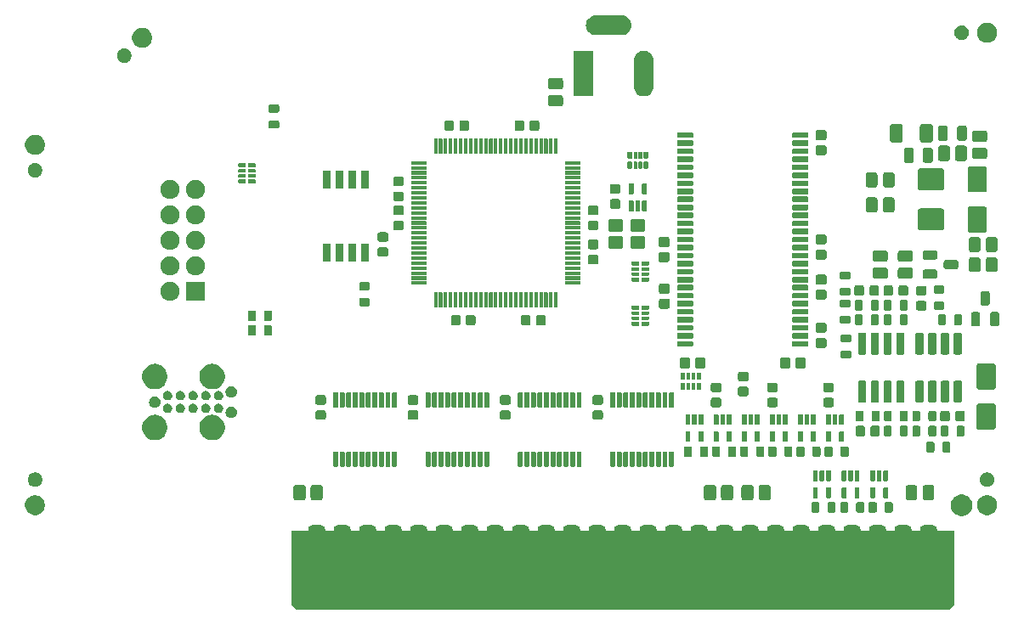
<source format=gts>
G04 #@! TF.GenerationSoftware,KiCad,Pcbnew,(5.1.5-0-10_14)*
G04 #@! TF.CreationDate,2021-02-17T19:07:14-05:00*
G04 #@! TF.ProjectId,GR8RAM,47523852-414d-42e6-9b69-6361645f7063,0.9*
G04 #@! TF.SameCoordinates,Original*
G04 #@! TF.FileFunction,Soldermask,Top*
G04 #@! TF.FilePolarity,Negative*
%FSLAX46Y46*%
G04 Gerber Fmt 4.6, Leading zero omitted, Abs format (unit mm)*
G04 Created by KiCad (PCBNEW (5.1.5-0-10_14)) date 2021-02-17 19:07:14*
%MOMM*%
%LPD*%
G04 APERTURE LIST*
%ADD10C,0.100000*%
G04 APERTURE END LIST*
D10*
G36*
X139700000Y-139446000D02*
G01*
X139192000Y-139954000D01*
X74168000Y-139954000D01*
X73660000Y-139446000D01*
X73660000Y-132080000D01*
X139700000Y-132080000D01*
X139700000Y-139446000D01*
G37*
G36*
X137686355Y-131543544D02*
G01*
X137758967Y-131565570D01*
X137825881Y-131601336D01*
X137884531Y-131649469D01*
X137932664Y-131708119D01*
X137968430Y-131775033D01*
X137990456Y-131847645D01*
X137998200Y-131926267D01*
X137998200Y-138837733D01*
X137990456Y-138916355D01*
X137968430Y-138988967D01*
X137932664Y-139055881D01*
X137884531Y-139114531D01*
X137825881Y-139162664D01*
X137758967Y-139198430D01*
X137686355Y-139220456D01*
X137607733Y-139228200D01*
X136712267Y-139228200D01*
X136633645Y-139220456D01*
X136561033Y-139198430D01*
X136494119Y-139162664D01*
X136435469Y-139114531D01*
X136387336Y-139055881D01*
X136351570Y-138988967D01*
X136329544Y-138916355D01*
X136321800Y-138837733D01*
X136321800Y-131926267D01*
X136329544Y-131847645D01*
X136351570Y-131775033D01*
X136387336Y-131708119D01*
X136435469Y-131649469D01*
X136494119Y-131601336D01*
X136561033Y-131565570D01*
X136633645Y-131543544D01*
X136712267Y-131535800D01*
X137607733Y-131535800D01*
X137686355Y-131543544D01*
G37*
G36*
X135146355Y-131543544D02*
G01*
X135218967Y-131565570D01*
X135285881Y-131601336D01*
X135344531Y-131649469D01*
X135392664Y-131708119D01*
X135428430Y-131775033D01*
X135450456Y-131847645D01*
X135458200Y-131926267D01*
X135458200Y-138837733D01*
X135450456Y-138916355D01*
X135428430Y-138988967D01*
X135392664Y-139055881D01*
X135344531Y-139114531D01*
X135285881Y-139162664D01*
X135218967Y-139198430D01*
X135146355Y-139220456D01*
X135067733Y-139228200D01*
X134172267Y-139228200D01*
X134093645Y-139220456D01*
X134021033Y-139198430D01*
X133954119Y-139162664D01*
X133895469Y-139114531D01*
X133847336Y-139055881D01*
X133811570Y-138988967D01*
X133789544Y-138916355D01*
X133781800Y-138837733D01*
X133781800Y-131926267D01*
X133789544Y-131847645D01*
X133811570Y-131775033D01*
X133847336Y-131708119D01*
X133895469Y-131649469D01*
X133954119Y-131601336D01*
X134021033Y-131565570D01*
X134093645Y-131543544D01*
X134172267Y-131535800D01*
X135067733Y-131535800D01*
X135146355Y-131543544D01*
G37*
G36*
X132606355Y-131543544D02*
G01*
X132678967Y-131565570D01*
X132745881Y-131601336D01*
X132804531Y-131649469D01*
X132852664Y-131708119D01*
X132888430Y-131775033D01*
X132910456Y-131847645D01*
X132918200Y-131926267D01*
X132918200Y-138837733D01*
X132910456Y-138916355D01*
X132888430Y-138988967D01*
X132852664Y-139055881D01*
X132804531Y-139114531D01*
X132745881Y-139162664D01*
X132678967Y-139198430D01*
X132606355Y-139220456D01*
X132527733Y-139228200D01*
X131632267Y-139228200D01*
X131553645Y-139220456D01*
X131481033Y-139198430D01*
X131414119Y-139162664D01*
X131355469Y-139114531D01*
X131307336Y-139055881D01*
X131271570Y-138988967D01*
X131249544Y-138916355D01*
X131241800Y-138837733D01*
X131241800Y-131926267D01*
X131249544Y-131847645D01*
X131271570Y-131775033D01*
X131307336Y-131708119D01*
X131355469Y-131649469D01*
X131414119Y-131601336D01*
X131481033Y-131565570D01*
X131553645Y-131543544D01*
X131632267Y-131535800D01*
X132527733Y-131535800D01*
X132606355Y-131543544D01*
G37*
G36*
X130066355Y-131543544D02*
G01*
X130138967Y-131565570D01*
X130205881Y-131601336D01*
X130264531Y-131649469D01*
X130312664Y-131708119D01*
X130348430Y-131775033D01*
X130370456Y-131847645D01*
X130378200Y-131926267D01*
X130378200Y-138837733D01*
X130370456Y-138916355D01*
X130348430Y-138988967D01*
X130312664Y-139055881D01*
X130264531Y-139114531D01*
X130205881Y-139162664D01*
X130138967Y-139198430D01*
X130066355Y-139220456D01*
X129987733Y-139228200D01*
X129092267Y-139228200D01*
X129013645Y-139220456D01*
X128941033Y-139198430D01*
X128874119Y-139162664D01*
X128815469Y-139114531D01*
X128767336Y-139055881D01*
X128731570Y-138988967D01*
X128709544Y-138916355D01*
X128701800Y-138837733D01*
X128701800Y-131926267D01*
X128709544Y-131847645D01*
X128731570Y-131775033D01*
X128767336Y-131708119D01*
X128815469Y-131649469D01*
X128874119Y-131601336D01*
X128941033Y-131565570D01*
X129013645Y-131543544D01*
X129092267Y-131535800D01*
X129987733Y-131535800D01*
X130066355Y-131543544D01*
G37*
G36*
X127526355Y-131543544D02*
G01*
X127598967Y-131565570D01*
X127665881Y-131601336D01*
X127724531Y-131649469D01*
X127772664Y-131708119D01*
X127808430Y-131775033D01*
X127830456Y-131847645D01*
X127838200Y-131926267D01*
X127838200Y-138837733D01*
X127830456Y-138916355D01*
X127808430Y-138988967D01*
X127772664Y-139055881D01*
X127724531Y-139114531D01*
X127665881Y-139162664D01*
X127598967Y-139198430D01*
X127526355Y-139220456D01*
X127447733Y-139228200D01*
X126552267Y-139228200D01*
X126473645Y-139220456D01*
X126401033Y-139198430D01*
X126334119Y-139162664D01*
X126275469Y-139114531D01*
X126227336Y-139055881D01*
X126191570Y-138988967D01*
X126169544Y-138916355D01*
X126161800Y-138837733D01*
X126161800Y-131926267D01*
X126169544Y-131847645D01*
X126191570Y-131775033D01*
X126227336Y-131708119D01*
X126275469Y-131649469D01*
X126334119Y-131601336D01*
X126401033Y-131565570D01*
X126473645Y-131543544D01*
X126552267Y-131535800D01*
X127447733Y-131535800D01*
X127526355Y-131543544D01*
G37*
G36*
X124986355Y-131543544D02*
G01*
X125058967Y-131565570D01*
X125125881Y-131601336D01*
X125184531Y-131649469D01*
X125232664Y-131708119D01*
X125268430Y-131775033D01*
X125290456Y-131847645D01*
X125298200Y-131926267D01*
X125298200Y-138837733D01*
X125290456Y-138916355D01*
X125268430Y-138988967D01*
X125232664Y-139055881D01*
X125184531Y-139114531D01*
X125125881Y-139162664D01*
X125058967Y-139198430D01*
X124986355Y-139220456D01*
X124907733Y-139228200D01*
X124012267Y-139228200D01*
X123933645Y-139220456D01*
X123861033Y-139198430D01*
X123794119Y-139162664D01*
X123735469Y-139114531D01*
X123687336Y-139055881D01*
X123651570Y-138988967D01*
X123629544Y-138916355D01*
X123621800Y-138837733D01*
X123621800Y-131926267D01*
X123629544Y-131847645D01*
X123651570Y-131775033D01*
X123687336Y-131708119D01*
X123735469Y-131649469D01*
X123794119Y-131601336D01*
X123861033Y-131565570D01*
X123933645Y-131543544D01*
X124012267Y-131535800D01*
X124907733Y-131535800D01*
X124986355Y-131543544D01*
G37*
G36*
X122446355Y-131543544D02*
G01*
X122518967Y-131565570D01*
X122585881Y-131601336D01*
X122644531Y-131649469D01*
X122692664Y-131708119D01*
X122728430Y-131775033D01*
X122750456Y-131847645D01*
X122758200Y-131926267D01*
X122758200Y-138837733D01*
X122750456Y-138916355D01*
X122728430Y-138988967D01*
X122692664Y-139055881D01*
X122644531Y-139114531D01*
X122585881Y-139162664D01*
X122518967Y-139198430D01*
X122446355Y-139220456D01*
X122367733Y-139228200D01*
X121472267Y-139228200D01*
X121393645Y-139220456D01*
X121321033Y-139198430D01*
X121254119Y-139162664D01*
X121195469Y-139114531D01*
X121147336Y-139055881D01*
X121111570Y-138988967D01*
X121089544Y-138916355D01*
X121081800Y-138837733D01*
X121081800Y-131926267D01*
X121089544Y-131847645D01*
X121111570Y-131775033D01*
X121147336Y-131708119D01*
X121195469Y-131649469D01*
X121254119Y-131601336D01*
X121321033Y-131565570D01*
X121393645Y-131543544D01*
X121472267Y-131535800D01*
X122367733Y-131535800D01*
X122446355Y-131543544D01*
G37*
G36*
X119906355Y-131543544D02*
G01*
X119978967Y-131565570D01*
X120045881Y-131601336D01*
X120104531Y-131649469D01*
X120152664Y-131708119D01*
X120188430Y-131775033D01*
X120210456Y-131847645D01*
X120218200Y-131926267D01*
X120218200Y-138837733D01*
X120210456Y-138916355D01*
X120188430Y-138988967D01*
X120152664Y-139055881D01*
X120104531Y-139114531D01*
X120045881Y-139162664D01*
X119978967Y-139198430D01*
X119906355Y-139220456D01*
X119827733Y-139228200D01*
X118932267Y-139228200D01*
X118853645Y-139220456D01*
X118781033Y-139198430D01*
X118714119Y-139162664D01*
X118655469Y-139114531D01*
X118607336Y-139055881D01*
X118571570Y-138988967D01*
X118549544Y-138916355D01*
X118541800Y-138837733D01*
X118541800Y-131926267D01*
X118549544Y-131847645D01*
X118571570Y-131775033D01*
X118607336Y-131708119D01*
X118655469Y-131649469D01*
X118714119Y-131601336D01*
X118781033Y-131565570D01*
X118853645Y-131543544D01*
X118932267Y-131535800D01*
X119827733Y-131535800D01*
X119906355Y-131543544D01*
G37*
G36*
X117366355Y-131543544D02*
G01*
X117438967Y-131565570D01*
X117505881Y-131601336D01*
X117564531Y-131649469D01*
X117612664Y-131708119D01*
X117648430Y-131775033D01*
X117670456Y-131847645D01*
X117678200Y-131926267D01*
X117678200Y-138837733D01*
X117670456Y-138916355D01*
X117648430Y-138988967D01*
X117612664Y-139055881D01*
X117564531Y-139114531D01*
X117505881Y-139162664D01*
X117438967Y-139198430D01*
X117366355Y-139220456D01*
X117287733Y-139228200D01*
X116392267Y-139228200D01*
X116313645Y-139220456D01*
X116241033Y-139198430D01*
X116174119Y-139162664D01*
X116115469Y-139114531D01*
X116067336Y-139055881D01*
X116031570Y-138988967D01*
X116009544Y-138916355D01*
X116001800Y-138837733D01*
X116001800Y-131926267D01*
X116009544Y-131847645D01*
X116031570Y-131775033D01*
X116067336Y-131708119D01*
X116115469Y-131649469D01*
X116174119Y-131601336D01*
X116241033Y-131565570D01*
X116313645Y-131543544D01*
X116392267Y-131535800D01*
X117287733Y-131535800D01*
X117366355Y-131543544D01*
G37*
G36*
X114826355Y-131543544D02*
G01*
X114898967Y-131565570D01*
X114965881Y-131601336D01*
X115024531Y-131649469D01*
X115072664Y-131708119D01*
X115108430Y-131775033D01*
X115130456Y-131847645D01*
X115138200Y-131926267D01*
X115138200Y-138837733D01*
X115130456Y-138916355D01*
X115108430Y-138988967D01*
X115072664Y-139055881D01*
X115024531Y-139114531D01*
X114965881Y-139162664D01*
X114898967Y-139198430D01*
X114826355Y-139220456D01*
X114747733Y-139228200D01*
X113852267Y-139228200D01*
X113773645Y-139220456D01*
X113701033Y-139198430D01*
X113634119Y-139162664D01*
X113575469Y-139114531D01*
X113527336Y-139055881D01*
X113491570Y-138988967D01*
X113469544Y-138916355D01*
X113461800Y-138837733D01*
X113461800Y-131926267D01*
X113469544Y-131847645D01*
X113491570Y-131775033D01*
X113527336Y-131708119D01*
X113575469Y-131649469D01*
X113634119Y-131601336D01*
X113701033Y-131565570D01*
X113773645Y-131543544D01*
X113852267Y-131535800D01*
X114747733Y-131535800D01*
X114826355Y-131543544D01*
G37*
G36*
X112286355Y-131543544D02*
G01*
X112358967Y-131565570D01*
X112425881Y-131601336D01*
X112484531Y-131649469D01*
X112532664Y-131708119D01*
X112568430Y-131775033D01*
X112590456Y-131847645D01*
X112598200Y-131926267D01*
X112598200Y-138837733D01*
X112590456Y-138916355D01*
X112568430Y-138988967D01*
X112532664Y-139055881D01*
X112484531Y-139114531D01*
X112425881Y-139162664D01*
X112358967Y-139198430D01*
X112286355Y-139220456D01*
X112207733Y-139228200D01*
X111312267Y-139228200D01*
X111233645Y-139220456D01*
X111161033Y-139198430D01*
X111094119Y-139162664D01*
X111035469Y-139114531D01*
X110987336Y-139055881D01*
X110951570Y-138988967D01*
X110929544Y-138916355D01*
X110921800Y-138837733D01*
X110921800Y-131926267D01*
X110929544Y-131847645D01*
X110951570Y-131775033D01*
X110987336Y-131708119D01*
X111035469Y-131649469D01*
X111094119Y-131601336D01*
X111161033Y-131565570D01*
X111233645Y-131543544D01*
X111312267Y-131535800D01*
X112207733Y-131535800D01*
X112286355Y-131543544D01*
G37*
G36*
X109746355Y-131543544D02*
G01*
X109818967Y-131565570D01*
X109885881Y-131601336D01*
X109944531Y-131649469D01*
X109992664Y-131708119D01*
X110028430Y-131775033D01*
X110050456Y-131847645D01*
X110058200Y-131926267D01*
X110058200Y-138837733D01*
X110050456Y-138916355D01*
X110028430Y-138988967D01*
X109992664Y-139055881D01*
X109944531Y-139114531D01*
X109885881Y-139162664D01*
X109818967Y-139198430D01*
X109746355Y-139220456D01*
X109667733Y-139228200D01*
X108772267Y-139228200D01*
X108693645Y-139220456D01*
X108621033Y-139198430D01*
X108554119Y-139162664D01*
X108495469Y-139114531D01*
X108447336Y-139055881D01*
X108411570Y-138988967D01*
X108389544Y-138916355D01*
X108381800Y-138837733D01*
X108381800Y-131926267D01*
X108389544Y-131847645D01*
X108411570Y-131775033D01*
X108447336Y-131708119D01*
X108495469Y-131649469D01*
X108554119Y-131601336D01*
X108621033Y-131565570D01*
X108693645Y-131543544D01*
X108772267Y-131535800D01*
X109667733Y-131535800D01*
X109746355Y-131543544D01*
G37*
G36*
X107206355Y-131543544D02*
G01*
X107278967Y-131565570D01*
X107345881Y-131601336D01*
X107404531Y-131649469D01*
X107452664Y-131708119D01*
X107488430Y-131775033D01*
X107510456Y-131847645D01*
X107518200Y-131926267D01*
X107518200Y-138837733D01*
X107510456Y-138916355D01*
X107488430Y-138988967D01*
X107452664Y-139055881D01*
X107404531Y-139114531D01*
X107345881Y-139162664D01*
X107278967Y-139198430D01*
X107206355Y-139220456D01*
X107127733Y-139228200D01*
X106232267Y-139228200D01*
X106153645Y-139220456D01*
X106081033Y-139198430D01*
X106014119Y-139162664D01*
X105955469Y-139114531D01*
X105907336Y-139055881D01*
X105871570Y-138988967D01*
X105849544Y-138916355D01*
X105841800Y-138837733D01*
X105841800Y-131926267D01*
X105849544Y-131847645D01*
X105871570Y-131775033D01*
X105907336Y-131708119D01*
X105955469Y-131649469D01*
X106014119Y-131601336D01*
X106081033Y-131565570D01*
X106153645Y-131543544D01*
X106232267Y-131535800D01*
X107127733Y-131535800D01*
X107206355Y-131543544D01*
G37*
G36*
X104666355Y-131543544D02*
G01*
X104738967Y-131565570D01*
X104805881Y-131601336D01*
X104864531Y-131649469D01*
X104912664Y-131708119D01*
X104948430Y-131775033D01*
X104970456Y-131847645D01*
X104978200Y-131926267D01*
X104978200Y-138837733D01*
X104970456Y-138916355D01*
X104948430Y-138988967D01*
X104912664Y-139055881D01*
X104864531Y-139114531D01*
X104805881Y-139162664D01*
X104738967Y-139198430D01*
X104666355Y-139220456D01*
X104587733Y-139228200D01*
X103692267Y-139228200D01*
X103613645Y-139220456D01*
X103541033Y-139198430D01*
X103474119Y-139162664D01*
X103415469Y-139114531D01*
X103367336Y-139055881D01*
X103331570Y-138988967D01*
X103309544Y-138916355D01*
X103301800Y-138837733D01*
X103301800Y-131926267D01*
X103309544Y-131847645D01*
X103331570Y-131775033D01*
X103367336Y-131708119D01*
X103415469Y-131649469D01*
X103474119Y-131601336D01*
X103541033Y-131565570D01*
X103613645Y-131543544D01*
X103692267Y-131535800D01*
X104587733Y-131535800D01*
X104666355Y-131543544D01*
G37*
G36*
X102126355Y-131543544D02*
G01*
X102198967Y-131565570D01*
X102265881Y-131601336D01*
X102324531Y-131649469D01*
X102372664Y-131708119D01*
X102408430Y-131775033D01*
X102430456Y-131847645D01*
X102438200Y-131926267D01*
X102438200Y-138837733D01*
X102430456Y-138916355D01*
X102408430Y-138988967D01*
X102372664Y-139055881D01*
X102324531Y-139114531D01*
X102265881Y-139162664D01*
X102198967Y-139198430D01*
X102126355Y-139220456D01*
X102047733Y-139228200D01*
X101152267Y-139228200D01*
X101073645Y-139220456D01*
X101001033Y-139198430D01*
X100934119Y-139162664D01*
X100875469Y-139114531D01*
X100827336Y-139055881D01*
X100791570Y-138988967D01*
X100769544Y-138916355D01*
X100761800Y-138837733D01*
X100761800Y-131926267D01*
X100769544Y-131847645D01*
X100791570Y-131775033D01*
X100827336Y-131708119D01*
X100875469Y-131649469D01*
X100934119Y-131601336D01*
X101001033Y-131565570D01*
X101073645Y-131543544D01*
X101152267Y-131535800D01*
X102047733Y-131535800D01*
X102126355Y-131543544D01*
G37*
G36*
X99586355Y-131543544D02*
G01*
X99658967Y-131565570D01*
X99725881Y-131601336D01*
X99784531Y-131649469D01*
X99832664Y-131708119D01*
X99868430Y-131775033D01*
X99890456Y-131847645D01*
X99898200Y-131926267D01*
X99898200Y-138837733D01*
X99890456Y-138916355D01*
X99868430Y-138988967D01*
X99832664Y-139055881D01*
X99784531Y-139114531D01*
X99725881Y-139162664D01*
X99658967Y-139198430D01*
X99586355Y-139220456D01*
X99507733Y-139228200D01*
X98612267Y-139228200D01*
X98533645Y-139220456D01*
X98461033Y-139198430D01*
X98394119Y-139162664D01*
X98335469Y-139114531D01*
X98287336Y-139055881D01*
X98251570Y-138988967D01*
X98229544Y-138916355D01*
X98221800Y-138837733D01*
X98221800Y-131926267D01*
X98229544Y-131847645D01*
X98251570Y-131775033D01*
X98287336Y-131708119D01*
X98335469Y-131649469D01*
X98394119Y-131601336D01*
X98461033Y-131565570D01*
X98533645Y-131543544D01*
X98612267Y-131535800D01*
X99507733Y-131535800D01*
X99586355Y-131543544D01*
G37*
G36*
X97046355Y-131543544D02*
G01*
X97118967Y-131565570D01*
X97185881Y-131601336D01*
X97244531Y-131649469D01*
X97292664Y-131708119D01*
X97328430Y-131775033D01*
X97350456Y-131847645D01*
X97358200Y-131926267D01*
X97358200Y-138837733D01*
X97350456Y-138916355D01*
X97328430Y-138988967D01*
X97292664Y-139055881D01*
X97244531Y-139114531D01*
X97185881Y-139162664D01*
X97118967Y-139198430D01*
X97046355Y-139220456D01*
X96967733Y-139228200D01*
X96072267Y-139228200D01*
X95993645Y-139220456D01*
X95921033Y-139198430D01*
X95854119Y-139162664D01*
X95795469Y-139114531D01*
X95747336Y-139055881D01*
X95711570Y-138988967D01*
X95689544Y-138916355D01*
X95681800Y-138837733D01*
X95681800Y-131926267D01*
X95689544Y-131847645D01*
X95711570Y-131775033D01*
X95747336Y-131708119D01*
X95795469Y-131649469D01*
X95854119Y-131601336D01*
X95921033Y-131565570D01*
X95993645Y-131543544D01*
X96072267Y-131535800D01*
X96967733Y-131535800D01*
X97046355Y-131543544D01*
G37*
G36*
X94506355Y-131543544D02*
G01*
X94578967Y-131565570D01*
X94645881Y-131601336D01*
X94704531Y-131649469D01*
X94752664Y-131708119D01*
X94788430Y-131775033D01*
X94810456Y-131847645D01*
X94818200Y-131926267D01*
X94818200Y-138837733D01*
X94810456Y-138916355D01*
X94788430Y-138988967D01*
X94752664Y-139055881D01*
X94704531Y-139114531D01*
X94645881Y-139162664D01*
X94578967Y-139198430D01*
X94506355Y-139220456D01*
X94427733Y-139228200D01*
X93532267Y-139228200D01*
X93453645Y-139220456D01*
X93381033Y-139198430D01*
X93314119Y-139162664D01*
X93255469Y-139114531D01*
X93207336Y-139055881D01*
X93171570Y-138988967D01*
X93149544Y-138916355D01*
X93141800Y-138837733D01*
X93141800Y-131926267D01*
X93149544Y-131847645D01*
X93171570Y-131775033D01*
X93207336Y-131708119D01*
X93255469Y-131649469D01*
X93314119Y-131601336D01*
X93381033Y-131565570D01*
X93453645Y-131543544D01*
X93532267Y-131535800D01*
X94427733Y-131535800D01*
X94506355Y-131543544D01*
G37*
G36*
X91966355Y-131543544D02*
G01*
X92038967Y-131565570D01*
X92105881Y-131601336D01*
X92164531Y-131649469D01*
X92212664Y-131708119D01*
X92248430Y-131775033D01*
X92270456Y-131847645D01*
X92278200Y-131926267D01*
X92278200Y-138837733D01*
X92270456Y-138916355D01*
X92248430Y-138988967D01*
X92212664Y-139055881D01*
X92164531Y-139114531D01*
X92105881Y-139162664D01*
X92038967Y-139198430D01*
X91966355Y-139220456D01*
X91887733Y-139228200D01*
X90992267Y-139228200D01*
X90913645Y-139220456D01*
X90841033Y-139198430D01*
X90774119Y-139162664D01*
X90715469Y-139114531D01*
X90667336Y-139055881D01*
X90631570Y-138988967D01*
X90609544Y-138916355D01*
X90601800Y-138837733D01*
X90601800Y-131926267D01*
X90609544Y-131847645D01*
X90631570Y-131775033D01*
X90667336Y-131708119D01*
X90715469Y-131649469D01*
X90774119Y-131601336D01*
X90841033Y-131565570D01*
X90913645Y-131543544D01*
X90992267Y-131535800D01*
X91887733Y-131535800D01*
X91966355Y-131543544D01*
G37*
G36*
X89426355Y-131543544D02*
G01*
X89498967Y-131565570D01*
X89565881Y-131601336D01*
X89624531Y-131649469D01*
X89672664Y-131708119D01*
X89708430Y-131775033D01*
X89730456Y-131847645D01*
X89738200Y-131926267D01*
X89738200Y-138837733D01*
X89730456Y-138916355D01*
X89708430Y-138988967D01*
X89672664Y-139055881D01*
X89624531Y-139114531D01*
X89565881Y-139162664D01*
X89498967Y-139198430D01*
X89426355Y-139220456D01*
X89347733Y-139228200D01*
X88452267Y-139228200D01*
X88373645Y-139220456D01*
X88301033Y-139198430D01*
X88234119Y-139162664D01*
X88175469Y-139114531D01*
X88127336Y-139055881D01*
X88091570Y-138988967D01*
X88069544Y-138916355D01*
X88061800Y-138837733D01*
X88061800Y-131926267D01*
X88069544Y-131847645D01*
X88091570Y-131775033D01*
X88127336Y-131708119D01*
X88175469Y-131649469D01*
X88234119Y-131601336D01*
X88301033Y-131565570D01*
X88373645Y-131543544D01*
X88452267Y-131535800D01*
X89347733Y-131535800D01*
X89426355Y-131543544D01*
G37*
G36*
X86886355Y-131543544D02*
G01*
X86958967Y-131565570D01*
X87025881Y-131601336D01*
X87084531Y-131649469D01*
X87132664Y-131708119D01*
X87168430Y-131775033D01*
X87190456Y-131847645D01*
X87198200Y-131926267D01*
X87198200Y-138837733D01*
X87190456Y-138916355D01*
X87168430Y-138988967D01*
X87132664Y-139055881D01*
X87084531Y-139114531D01*
X87025881Y-139162664D01*
X86958967Y-139198430D01*
X86886355Y-139220456D01*
X86807733Y-139228200D01*
X85912267Y-139228200D01*
X85833645Y-139220456D01*
X85761033Y-139198430D01*
X85694119Y-139162664D01*
X85635469Y-139114531D01*
X85587336Y-139055881D01*
X85551570Y-138988967D01*
X85529544Y-138916355D01*
X85521800Y-138837733D01*
X85521800Y-131926267D01*
X85529544Y-131847645D01*
X85551570Y-131775033D01*
X85587336Y-131708119D01*
X85635469Y-131649469D01*
X85694119Y-131601336D01*
X85761033Y-131565570D01*
X85833645Y-131543544D01*
X85912267Y-131535800D01*
X86807733Y-131535800D01*
X86886355Y-131543544D01*
G37*
G36*
X84346355Y-131543544D02*
G01*
X84418967Y-131565570D01*
X84485881Y-131601336D01*
X84544531Y-131649469D01*
X84592664Y-131708119D01*
X84628430Y-131775033D01*
X84650456Y-131847645D01*
X84658200Y-131926267D01*
X84658200Y-138837733D01*
X84650456Y-138916355D01*
X84628430Y-138988967D01*
X84592664Y-139055881D01*
X84544531Y-139114531D01*
X84485881Y-139162664D01*
X84418967Y-139198430D01*
X84346355Y-139220456D01*
X84267733Y-139228200D01*
X83372267Y-139228200D01*
X83293645Y-139220456D01*
X83221033Y-139198430D01*
X83154119Y-139162664D01*
X83095469Y-139114531D01*
X83047336Y-139055881D01*
X83011570Y-138988967D01*
X82989544Y-138916355D01*
X82981800Y-138837733D01*
X82981800Y-131926267D01*
X82989544Y-131847645D01*
X83011570Y-131775033D01*
X83047336Y-131708119D01*
X83095469Y-131649469D01*
X83154119Y-131601336D01*
X83221033Y-131565570D01*
X83293645Y-131543544D01*
X83372267Y-131535800D01*
X84267733Y-131535800D01*
X84346355Y-131543544D01*
G37*
G36*
X81806355Y-131543544D02*
G01*
X81878967Y-131565570D01*
X81945881Y-131601336D01*
X82004531Y-131649469D01*
X82052664Y-131708119D01*
X82088430Y-131775033D01*
X82110456Y-131847645D01*
X82118200Y-131926267D01*
X82118200Y-138837733D01*
X82110456Y-138916355D01*
X82088430Y-138988967D01*
X82052664Y-139055881D01*
X82004531Y-139114531D01*
X81945881Y-139162664D01*
X81878967Y-139198430D01*
X81806355Y-139220456D01*
X81727733Y-139228200D01*
X80832267Y-139228200D01*
X80753645Y-139220456D01*
X80681033Y-139198430D01*
X80614119Y-139162664D01*
X80555469Y-139114531D01*
X80507336Y-139055881D01*
X80471570Y-138988967D01*
X80449544Y-138916355D01*
X80441800Y-138837733D01*
X80441800Y-131926267D01*
X80449544Y-131847645D01*
X80471570Y-131775033D01*
X80507336Y-131708119D01*
X80555469Y-131649469D01*
X80614119Y-131601336D01*
X80681033Y-131565570D01*
X80753645Y-131543544D01*
X80832267Y-131535800D01*
X81727733Y-131535800D01*
X81806355Y-131543544D01*
G37*
G36*
X79266355Y-131543544D02*
G01*
X79338967Y-131565570D01*
X79405881Y-131601336D01*
X79464531Y-131649469D01*
X79512664Y-131708119D01*
X79548430Y-131775033D01*
X79570456Y-131847645D01*
X79578200Y-131926267D01*
X79578200Y-138837733D01*
X79570456Y-138916355D01*
X79548430Y-138988967D01*
X79512664Y-139055881D01*
X79464531Y-139114531D01*
X79405881Y-139162664D01*
X79338967Y-139198430D01*
X79266355Y-139220456D01*
X79187733Y-139228200D01*
X78292267Y-139228200D01*
X78213645Y-139220456D01*
X78141033Y-139198430D01*
X78074119Y-139162664D01*
X78015469Y-139114531D01*
X77967336Y-139055881D01*
X77931570Y-138988967D01*
X77909544Y-138916355D01*
X77901800Y-138837733D01*
X77901800Y-131926267D01*
X77909544Y-131847645D01*
X77931570Y-131775033D01*
X77967336Y-131708119D01*
X78015469Y-131649469D01*
X78074119Y-131601336D01*
X78141033Y-131565570D01*
X78213645Y-131543544D01*
X78292267Y-131535800D01*
X79187733Y-131535800D01*
X79266355Y-131543544D01*
G37*
G36*
X76726355Y-131543544D02*
G01*
X76798967Y-131565570D01*
X76865881Y-131601336D01*
X76924531Y-131649469D01*
X76972664Y-131708119D01*
X77008430Y-131775033D01*
X77030456Y-131847645D01*
X77038200Y-131926267D01*
X77038200Y-138837733D01*
X77030456Y-138916355D01*
X77008430Y-138988967D01*
X76972664Y-139055881D01*
X76924531Y-139114531D01*
X76865881Y-139162664D01*
X76798967Y-139198430D01*
X76726355Y-139220456D01*
X76647733Y-139228200D01*
X75752267Y-139228200D01*
X75673645Y-139220456D01*
X75601033Y-139198430D01*
X75534119Y-139162664D01*
X75475469Y-139114531D01*
X75427336Y-139055881D01*
X75391570Y-138988967D01*
X75369544Y-138916355D01*
X75361800Y-138837733D01*
X75361800Y-131926267D01*
X75369544Y-131847645D01*
X75391570Y-131775033D01*
X75427336Y-131708119D01*
X75475469Y-131649469D01*
X75534119Y-131601336D01*
X75601033Y-131565570D01*
X75673645Y-131543544D01*
X75752267Y-131535800D01*
X76647733Y-131535800D01*
X76726355Y-131543544D01*
G37*
G36*
X140775914Y-128505157D02*
G01*
X140971777Y-128586286D01*
X141148033Y-128704057D01*
X141297943Y-128853967D01*
X141415714Y-129030223D01*
X141496843Y-129226086D01*
X141538200Y-129434004D01*
X141538200Y-129645996D01*
X141496843Y-129853914D01*
X141415714Y-130049777D01*
X141297943Y-130226033D01*
X141148033Y-130375943D01*
X140971777Y-130493714D01*
X140775914Y-130574843D01*
X140567996Y-130616200D01*
X140356004Y-130616200D01*
X140148086Y-130574843D01*
X139952223Y-130493714D01*
X139775967Y-130375943D01*
X139626057Y-130226033D01*
X139508286Y-130049777D01*
X139427157Y-129853914D01*
X139385800Y-129645996D01*
X139385800Y-129434004D01*
X139427157Y-129226086D01*
X139508286Y-129030223D01*
X139626057Y-128853967D01*
X139775967Y-128704057D01*
X139952223Y-128586286D01*
X140148086Y-128505157D01*
X140356004Y-128463800D01*
X140567996Y-128463800D01*
X140775914Y-128505157D01*
G37*
G36*
X48424692Y-128578429D02*
G01*
X48606679Y-128653811D01*
X48770458Y-128763245D01*
X48770460Y-128763247D01*
X48770463Y-128763249D01*
X48909751Y-128902537D01*
X48909753Y-128902540D01*
X48909755Y-128902542D01*
X49019189Y-129066321D01*
X49094571Y-129248308D01*
X49133000Y-129441509D01*
X49133000Y-129638491D01*
X49094571Y-129831692D01*
X49019189Y-130013679D01*
X48909755Y-130177458D01*
X48909753Y-130177460D01*
X48909751Y-130177463D01*
X48770463Y-130316751D01*
X48770460Y-130316753D01*
X48770458Y-130316755D01*
X48606679Y-130426189D01*
X48424692Y-130501571D01*
X48231491Y-130540000D01*
X48034509Y-130540000D01*
X47841308Y-130501571D01*
X47659321Y-130426189D01*
X47495542Y-130316755D01*
X47495540Y-130316753D01*
X47495537Y-130316751D01*
X47356249Y-130177463D01*
X47356247Y-130177460D01*
X47356245Y-130177458D01*
X47246811Y-130013679D01*
X47171429Y-129831692D01*
X47133000Y-129638491D01*
X47133000Y-129441509D01*
X47171429Y-129248308D01*
X47246811Y-129066321D01*
X47356245Y-128902542D01*
X47356247Y-128902540D01*
X47356249Y-128902537D01*
X47495537Y-128763249D01*
X47495540Y-128763247D01*
X47495542Y-128763245D01*
X47659321Y-128653811D01*
X47841308Y-128578429D01*
X48034509Y-128540000D01*
X48231491Y-128540000D01*
X48424692Y-128578429D01*
G37*
G36*
X143293692Y-128578429D02*
G01*
X143475679Y-128653811D01*
X143639458Y-128763245D01*
X143639460Y-128763247D01*
X143639463Y-128763249D01*
X143778751Y-128902537D01*
X143778753Y-128902540D01*
X143778755Y-128902542D01*
X143888189Y-129066321D01*
X143963571Y-129248308D01*
X144002000Y-129441509D01*
X144002000Y-129638491D01*
X143963571Y-129831692D01*
X143888189Y-130013679D01*
X143778755Y-130177458D01*
X143778753Y-130177460D01*
X143778751Y-130177463D01*
X143639463Y-130316751D01*
X143639460Y-130316753D01*
X143639458Y-130316755D01*
X143475679Y-130426189D01*
X143293692Y-130501571D01*
X143100491Y-130540000D01*
X142903509Y-130540000D01*
X142710308Y-130501571D01*
X142528321Y-130426189D01*
X142364542Y-130316755D01*
X142364540Y-130316753D01*
X142364537Y-130316751D01*
X142225249Y-130177463D01*
X142225247Y-130177460D01*
X142225245Y-130177458D01*
X142115811Y-130013679D01*
X142040429Y-129831692D01*
X142002000Y-129638491D01*
X142002000Y-129441509D01*
X142040429Y-129248308D01*
X142115811Y-129066321D01*
X142225245Y-128902542D01*
X142225247Y-128902540D01*
X142225249Y-128902537D01*
X142364537Y-128763249D01*
X142364540Y-128763247D01*
X142364542Y-128763245D01*
X142528321Y-128653811D01*
X142710308Y-128578429D01*
X142903509Y-128540000D01*
X143100491Y-128540000D01*
X143293692Y-128578429D01*
G37*
G36*
X127764511Y-129228534D02*
G01*
X127796019Y-129238092D01*
X127825054Y-129253611D01*
X127850503Y-129274497D01*
X127871389Y-129299946D01*
X127886908Y-129328981D01*
X127896466Y-129360489D01*
X127900000Y-129396367D01*
X127900000Y-130103633D01*
X127896466Y-130139511D01*
X127886908Y-130171019D01*
X127871389Y-130200054D01*
X127850503Y-130225503D01*
X127825054Y-130246389D01*
X127796019Y-130261908D01*
X127764511Y-130271466D01*
X127728633Y-130275000D01*
X127271367Y-130275000D01*
X127235489Y-130271466D01*
X127203981Y-130261908D01*
X127174946Y-130246389D01*
X127149497Y-130225503D01*
X127128611Y-130200054D01*
X127113092Y-130171019D01*
X127103534Y-130139511D01*
X127100000Y-130103633D01*
X127100000Y-129396367D01*
X127103534Y-129360489D01*
X127113092Y-129328981D01*
X127128611Y-129299946D01*
X127149497Y-129274497D01*
X127174946Y-129253611D01*
X127203981Y-129238092D01*
X127235489Y-129228534D01*
X127271367Y-129225000D01*
X127728633Y-129225000D01*
X127764511Y-129228534D01*
G37*
G36*
X126164511Y-129228534D02*
G01*
X126196019Y-129238092D01*
X126225054Y-129253611D01*
X126250503Y-129274497D01*
X126271389Y-129299946D01*
X126286908Y-129328981D01*
X126296466Y-129360489D01*
X126300000Y-129396367D01*
X126300000Y-130103633D01*
X126296466Y-130139511D01*
X126286908Y-130171019D01*
X126271389Y-130200054D01*
X126250503Y-130225503D01*
X126225054Y-130246389D01*
X126196019Y-130261908D01*
X126164511Y-130271466D01*
X126128633Y-130275000D01*
X125671367Y-130275000D01*
X125635489Y-130271466D01*
X125603981Y-130261908D01*
X125574946Y-130246389D01*
X125549497Y-130225503D01*
X125528611Y-130200054D01*
X125513092Y-130171019D01*
X125503534Y-130139511D01*
X125500000Y-130103633D01*
X125500000Y-129396367D01*
X125503534Y-129360489D01*
X125513092Y-129328981D01*
X125528611Y-129299946D01*
X125549497Y-129274497D01*
X125574946Y-129253611D01*
X125603981Y-129238092D01*
X125635489Y-129228534D01*
X125671367Y-129225000D01*
X126128633Y-129225000D01*
X126164511Y-129228534D01*
G37*
G36*
X129014511Y-129228534D02*
G01*
X129046019Y-129238092D01*
X129075054Y-129253611D01*
X129100503Y-129274497D01*
X129121389Y-129299946D01*
X129136908Y-129328981D01*
X129146466Y-129360489D01*
X129150000Y-129396367D01*
X129150000Y-130103633D01*
X129146466Y-130139511D01*
X129136908Y-130171019D01*
X129121389Y-130200054D01*
X129100503Y-130225503D01*
X129075054Y-130246389D01*
X129046019Y-130261908D01*
X129014511Y-130271466D01*
X128978633Y-130275000D01*
X128521367Y-130275000D01*
X128485489Y-130271466D01*
X128453981Y-130261908D01*
X128424946Y-130246389D01*
X128399497Y-130225503D01*
X128378611Y-130200054D01*
X128363092Y-130171019D01*
X128353534Y-130139511D01*
X128350000Y-130103633D01*
X128350000Y-129396367D01*
X128353534Y-129360489D01*
X128363092Y-129328981D01*
X128378611Y-129299946D01*
X128399497Y-129274497D01*
X128424946Y-129253611D01*
X128453981Y-129238092D01*
X128485489Y-129228534D01*
X128521367Y-129225000D01*
X128978633Y-129225000D01*
X129014511Y-129228534D01*
G37*
G36*
X130614511Y-129228534D02*
G01*
X130646019Y-129238092D01*
X130675054Y-129253611D01*
X130700503Y-129274497D01*
X130721389Y-129299946D01*
X130736908Y-129328981D01*
X130746466Y-129360489D01*
X130750000Y-129396367D01*
X130750000Y-130103633D01*
X130746466Y-130139511D01*
X130736908Y-130171019D01*
X130721389Y-130200054D01*
X130700503Y-130225503D01*
X130675054Y-130246389D01*
X130646019Y-130261908D01*
X130614511Y-130271466D01*
X130578633Y-130275000D01*
X130121367Y-130275000D01*
X130085489Y-130271466D01*
X130053981Y-130261908D01*
X130024946Y-130246389D01*
X129999497Y-130225503D01*
X129978611Y-130200054D01*
X129963092Y-130171019D01*
X129953534Y-130139511D01*
X129950000Y-130103633D01*
X129950000Y-129396367D01*
X129953534Y-129360489D01*
X129963092Y-129328981D01*
X129978611Y-129299946D01*
X129999497Y-129274497D01*
X130024946Y-129253611D01*
X130053981Y-129238092D01*
X130085489Y-129228534D01*
X130121367Y-129225000D01*
X130578633Y-129225000D01*
X130614511Y-129228534D01*
G37*
G36*
X133464511Y-129228534D02*
G01*
X133496019Y-129238092D01*
X133525054Y-129253611D01*
X133550503Y-129274497D01*
X133571389Y-129299946D01*
X133586908Y-129328981D01*
X133596466Y-129360489D01*
X133600000Y-129396367D01*
X133600000Y-130103633D01*
X133596466Y-130139511D01*
X133586908Y-130171019D01*
X133571389Y-130200054D01*
X133550503Y-130225503D01*
X133525054Y-130246389D01*
X133496019Y-130261908D01*
X133464511Y-130271466D01*
X133428633Y-130275000D01*
X132971367Y-130275000D01*
X132935489Y-130271466D01*
X132903981Y-130261908D01*
X132874946Y-130246389D01*
X132849497Y-130225503D01*
X132828611Y-130200054D01*
X132813092Y-130171019D01*
X132803534Y-130139511D01*
X132800000Y-130103633D01*
X132800000Y-129396367D01*
X132803534Y-129360489D01*
X132813092Y-129328981D01*
X132828611Y-129299946D01*
X132849497Y-129274497D01*
X132874946Y-129253611D01*
X132903981Y-129238092D01*
X132935489Y-129228534D01*
X132971367Y-129225000D01*
X133428633Y-129225000D01*
X133464511Y-129228534D01*
G37*
G36*
X131864511Y-129228534D02*
G01*
X131896019Y-129238092D01*
X131925054Y-129253611D01*
X131950503Y-129274497D01*
X131971389Y-129299946D01*
X131986908Y-129328981D01*
X131996466Y-129360489D01*
X132000000Y-129396367D01*
X132000000Y-130103633D01*
X131996466Y-130139511D01*
X131986908Y-130171019D01*
X131971389Y-130200054D01*
X131950503Y-130225503D01*
X131925054Y-130246389D01*
X131896019Y-130261908D01*
X131864511Y-130271466D01*
X131828633Y-130275000D01*
X131371367Y-130275000D01*
X131335489Y-130271466D01*
X131303981Y-130261908D01*
X131274946Y-130246389D01*
X131249497Y-130225503D01*
X131228611Y-130200054D01*
X131213092Y-130171019D01*
X131203534Y-130139511D01*
X131200000Y-130103633D01*
X131200000Y-129396367D01*
X131203534Y-129360489D01*
X131213092Y-129328981D01*
X131228611Y-129299946D01*
X131249497Y-129274497D01*
X131274946Y-129253611D01*
X131303981Y-129238092D01*
X131335489Y-129228534D01*
X131371367Y-129225000D01*
X131828633Y-129225000D01*
X131864511Y-129228534D01*
G37*
G36*
X117478737Y-127499267D02*
G01*
X117529119Y-127514550D01*
X117575546Y-127539366D01*
X117616239Y-127572761D01*
X117649634Y-127613454D01*
X117674450Y-127659881D01*
X117689733Y-127710263D01*
X117695200Y-127765767D01*
X117695200Y-128774233D01*
X117689733Y-128829737D01*
X117674450Y-128880119D01*
X117649634Y-128926546D01*
X117616239Y-128967239D01*
X117575546Y-129000634D01*
X117529119Y-129025450D01*
X117478737Y-129040733D01*
X117423233Y-129046200D01*
X116764767Y-129046200D01*
X116709263Y-129040733D01*
X116658881Y-129025450D01*
X116612454Y-129000634D01*
X116571761Y-128967239D01*
X116538366Y-128926546D01*
X116513550Y-128880119D01*
X116498267Y-128829737D01*
X116492800Y-128774233D01*
X116492800Y-127765767D01*
X116498267Y-127710263D01*
X116513550Y-127659881D01*
X116538366Y-127613454D01*
X116571761Y-127572761D01*
X116612454Y-127539366D01*
X116658881Y-127514550D01*
X116709263Y-127499267D01*
X116764767Y-127493800D01*
X117423233Y-127493800D01*
X117478737Y-127499267D01*
G37*
G36*
X74884737Y-127499267D02*
G01*
X74935119Y-127514550D01*
X74981546Y-127539366D01*
X75022239Y-127572761D01*
X75055634Y-127613454D01*
X75080450Y-127659881D01*
X75095733Y-127710263D01*
X75101200Y-127765767D01*
X75101200Y-128774233D01*
X75095733Y-128829737D01*
X75080450Y-128880119D01*
X75055634Y-128926546D01*
X75022239Y-128967239D01*
X74981546Y-129000634D01*
X74935119Y-129025450D01*
X74884737Y-129040733D01*
X74829233Y-129046200D01*
X74170767Y-129046200D01*
X74115263Y-129040733D01*
X74064881Y-129025450D01*
X74018454Y-129000634D01*
X73977761Y-128967239D01*
X73944366Y-128926546D01*
X73919550Y-128880119D01*
X73904267Y-128829737D01*
X73898800Y-128774233D01*
X73898800Y-127765767D01*
X73904267Y-127710263D01*
X73919550Y-127659881D01*
X73944366Y-127613454D01*
X73977761Y-127572761D01*
X74018454Y-127539366D01*
X74064881Y-127514550D01*
X74115263Y-127499267D01*
X74170767Y-127493800D01*
X74829233Y-127493800D01*
X74884737Y-127499267D01*
G37*
G36*
X76584737Y-127499267D02*
G01*
X76635119Y-127514550D01*
X76681546Y-127539366D01*
X76722239Y-127572761D01*
X76755634Y-127613454D01*
X76780450Y-127659881D01*
X76795733Y-127710263D01*
X76801200Y-127765767D01*
X76801200Y-128774233D01*
X76795733Y-128829737D01*
X76780450Y-128880119D01*
X76755634Y-128926546D01*
X76722239Y-128967239D01*
X76681546Y-129000634D01*
X76635119Y-129025450D01*
X76584737Y-129040733D01*
X76529233Y-129046200D01*
X75870767Y-129046200D01*
X75815263Y-129040733D01*
X75764881Y-129025450D01*
X75718454Y-129000634D01*
X75677761Y-128967239D01*
X75644366Y-128926546D01*
X75619550Y-128880119D01*
X75604267Y-128829737D01*
X75598800Y-128774233D01*
X75598800Y-127765767D01*
X75604267Y-127710263D01*
X75619550Y-127659881D01*
X75644366Y-127613454D01*
X75677761Y-127572761D01*
X75718454Y-127539366D01*
X75764881Y-127514550D01*
X75815263Y-127499267D01*
X75870767Y-127493800D01*
X76529233Y-127493800D01*
X76584737Y-127499267D01*
G37*
G36*
X115778737Y-127499267D02*
G01*
X115829119Y-127514550D01*
X115875546Y-127539366D01*
X115916239Y-127572761D01*
X115949634Y-127613454D01*
X115974450Y-127659881D01*
X115989733Y-127710263D01*
X115995200Y-127765767D01*
X115995200Y-128774233D01*
X115989733Y-128829737D01*
X115974450Y-128880119D01*
X115949634Y-128926546D01*
X115916239Y-128967239D01*
X115875546Y-129000634D01*
X115829119Y-129025450D01*
X115778737Y-129040733D01*
X115723233Y-129046200D01*
X115064767Y-129046200D01*
X115009263Y-129040733D01*
X114958881Y-129025450D01*
X114912454Y-129000634D01*
X114871761Y-128967239D01*
X114838366Y-128926546D01*
X114813550Y-128880119D01*
X114798267Y-128829737D01*
X114792800Y-128774233D01*
X114792800Y-127765767D01*
X114798267Y-127710263D01*
X114813550Y-127659881D01*
X114838366Y-127613454D01*
X114871761Y-127572761D01*
X114912454Y-127539366D01*
X114958881Y-127514550D01*
X115009263Y-127499267D01*
X115064767Y-127493800D01*
X115723233Y-127493800D01*
X115778737Y-127499267D01*
G37*
G36*
X119510737Y-127499267D02*
G01*
X119561119Y-127514550D01*
X119607546Y-127539366D01*
X119648239Y-127572761D01*
X119681634Y-127613454D01*
X119706450Y-127659881D01*
X119721733Y-127710263D01*
X119727200Y-127765767D01*
X119727200Y-128774233D01*
X119721733Y-128829737D01*
X119706450Y-128880119D01*
X119681634Y-128926546D01*
X119648239Y-128967239D01*
X119607546Y-129000634D01*
X119561119Y-129025450D01*
X119510737Y-129040733D01*
X119455233Y-129046200D01*
X118796767Y-129046200D01*
X118741263Y-129040733D01*
X118690881Y-129025450D01*
X118644454Y-129000634D01*
X118603761Y-128967239D01*
X118570366Y-128926546D01*
X118545550Y-128880119D01*
X118530267Y-128829737D01*
X118524800Y-128774233D01*
X118524800Y-127765767D01*
X118530267Y-127710263D01*
X118545550Y-127659881D01*
X118570366Y-127613454D01*
X118603761Y-127572761D01*
X118644454Y-127539366D01*
X118690881Y-127514550D01*
X118741263Y-127499267D01*
X118796767Y-127493800D01*
X119455233Y-127493800D01*
X119510737Y-127499267D01*
G37*
G36*
X121210737Y-127499267D02*
G01*
X121261119Y-127514550D01*
X121307546Y-127539366D01*
X121348239Y-127572761D01*
X121381634Y-127613454D01*
X121406450Y-127659881D01*
X121421733Y-127710263D01*
X121427200Y-127765767D01*
X121427200Y-128774233D01*
X121421733Y-128829737D01*
X121406450Y-128880119D01*
X121381634Y-128926546D01*
X121348239Y-128967239D01*
X121307546Y-129000634D01*
X121261119Y-129025450D01*
X121210737Y-129040733D01*
X121155233Y-129046200D01*
X120496767Y-129046200D01*
X120441263Y-129040733D01*
X120390881Y-129025450D01*
X120344454Y-129000634D01*
X120303761Y-128967239D01*
X120270366Y-128926546D01*
X120245550Y-128880119D01*
X120230267Y-128829737D01*
X120224800Y-128774233D01*
X120224800Y-127765767D01*
X120230267Y-127710263D01*
X120245550Y-127659881D01*
X120270366Y-127613454D01*
X120303761Y-127572761D01*
X120344454Y-127539366D01*
X120390881Y-127514550D01*
X120441263Y-127499267D01*
X120496767Y-127493800D01*
X121155233Y-127493800D01*
X121210737Y-127499267D01*
G37*
G36*
X137529082Y-127525215D02*
G01*
X137577006Y-127539752D01*
X137621168Y-127563357D01*
X137659876Y-127595124D01*
X137691643Y-127633832D01*
X137715248Y-127677994D01*
X137729785Y-127725918D01*
X137735000Y-127778867D01*
X137735000Y-128761133D01*
X137729785Y-128814082D01*
X137715248Y-128862006D01*
X137691643Y-128906168D01*
X137659876Y-128944876D01*
X137621168Y-128976643D01*
X137577006Y-129000248D01*
X137529082Y-129014785D01*
X137476133Y-129020000D01*
X136843867Y-129020000D01*
X136790918Y-129014785D01*
X136742994Y-129000248D01*
X136698832Y-128976643D01*
X136660124Y-128944876D01*
X136628357Y-128906168D01*
X136604752Y-128862006D01*
X136590215Y-128814082D01*
X136585000Y-128761133D01*
X136585000Y-127778867D01*
X136590215Y-127725918D01*
X136604752Y-127677994D01*
X136628357Y-127633832D01*
X136660124Y-127595124D01*
X136698832Y-127563357D01*
X136742994Y-127539752D01*
X136790918Y-127525215D01*
X136843867Y-127520000D01*
X137476133Y-127520000D01*
X137529082Y-127525215D01*
G37*
G36*
X135829082Y-127525215D02*
G01*
X135877006Y-127539752D01*
X135921168Y-127563357D01*
X135959876Y-127595124D01*
X135991643Y-127633832D01*
X136015248Y-127677994D01*
X136029785Y-127725918D01*
X136035000Y-127778867D01*
X136035000Y-128761133D01*
X136029785Y-128814082D01*
X136015248Y-128862006D01*
X135991643Y-128906168D01*
X135959876Y-128944876D01*
X135921168Y-128976643D01*
X135877006Y-129000248D01*
X135829082Y-129014785D01*
X135776133Y-129020000D01*
X135143867Y-129020000D01*
X135090918Y-129014785D01*
X135042994Y-129000248D01*
X134998832Y-128976643D01*
X134960124Y-128944876D01*
X134928357Y-128906168D01*
X134904752Y-128862006D01*
X134890215Y-128814082D01*
X134885000Y-128761133D01*
X134885000Y-127778867D01*
X134890215Y-127725918D01*
X134904752Y-127677994D01*
X134928357Y-127633832D01*
X134960124Y-127595124D01*
X134998832Y-127563357D01*
X135042994Y-127539752D01*
X135090918Y-127525215D01*
X135143867Y-127520000D01*
X135776133Y-127520000D01*
X135829082Y-127525215D01*
G37*
G36*
X126068906Y-127761997D02*
G01*
X126085406Y-127767002D01*
X126100606Y-127775127D01*
X126113935Y-127786065D01*
X126124873Y-127799394D01*
X126132998Y-127814594D01*
X126138003Y-127831094D01*
X126140000Y-127851367D01*
X126140000Y-128748633D01*
X126138003Y-128768906D01*
X126132998Y-128785406D01*
X126124873Y-128800606D01*
X126113935Y-128813935D01*
X126100606Y-128824873D01*
X126085406Y-128832998D01*
X126068906Y-128838003D01*
X126048633Y-128840000D01*
X125751367Y-128840000D01*
X125731094Y-128838003D01*
X125714594Y-128832998D01*
X125699394Y-128824873D01*
X125686065Y-128813935D01*
X125675127Y-128800606D01*
X125667002Y-128785406D01*
X125661997Y-128768906D01*
X125660000Y-128748633D01*
X125660000Y-127851367D01*
X125661997Y-127831094D01*
X125667002Y-127814594D01*
X125675127Y-127799394D01*
X125686065Y-127786065D01*
X125699394Y-127775127D01*
X125714594Y-127767002D01*
X125731094Y-127761997D01*
X125751367Y-127760000D01*
X126048633Y-127760000D01*
X126068906Y-127761997D01*
G37*
G36*
X128918906Y-127761997D02*
G01*
X128935406Y-127767002D01*
X128950606Y-127775127D01*
X128963935Y-127786065D01*
X128974873Y-127799394D01*
X128982998Y-127814594D01*
X128988003Y-127831094D01*
X128990000Y-127851367D01*
X128990000Y-128748633D01*
X128988003Y-128768906D01*
X128982998Y-128785406D01*
X128974873Y-128800606D01*
X128963935Y-128813935D01*
X128950606Y-128824873D01*
X128935406Y-128832998D01*
X128918906Y-128838003D01*
X128898633Y-128840000D01*
X128601367Y-128840000D01*
X128581094Y-128838003D01*
X128564594Y-128832998D01*
X128549394Y-128824873D01*
X128536065Y-128813935D01*
X128525127Y-128800606D01*
X128517002Y-128785406D01*
X128511997Y-128768906D01*
X128510000Y-128748633D01*
X128510000Y-127851367D01*
X128511997Y-127831094D01*
X128517002Y-127814594D01*
X128525127Y-127799394D01*
X128536065Y-127786065D01*
X128549394Y-127775127D01*
X128564594Y-127767002D01*
X128581094Y-127761997D01*
X128601367Y-127760000D01*
X128898633Y-127760000D01*
X128918906Y-127761997D01*
G37*
G36*
X130218906Y-127761997D02*
G01*
X130235406Y-127767002D01*
X130250606Y-127775127D01*
X130263935Y-127786065D01*
X130274873Y-127799394D01*
X130282998Y-127814594D01*
X130288003Y-127831094D01*
X130290000Y-127851367D01*
X130290000Y-128748633D01*
X130288003Y-128768906D01*
X130282998Y-128785406D01*
X130274873Y-128800606D01*
X130263935Y-128813935D01*
X130250606Y-128824873D01*
X130235406Y-128832998D01*
X130218906Y-128838003D01*
X130198633Y-128840000D01*
X129901367Y-128840000D01*
X129881094Y-128838003D01*
X129864594Y-128832998D01*
X129849394Y-128824873D01*
X129836065Y-128813935D01*
X129825127Y-128800606D01*
X129817002Y-128785406D01*
X129811997Y-128768906D01*
X129810000Y-128748633D01*
X129810000Y-127851367D01*
X129811997Y-127831094D01*
X129817002Y-127814594D01*
X129825127Y-127799394D01*
X129836065Y-127786065D01*
X129849394Y-127775127D01*
X129864594Y-127767002D01*
X129881094Y-127761997D01*
X129901367Y-127760000D01*
X130198633Y-127760000D01*
X130218906Y-127761997D01*
G37*
G36*
X131768906Y-127761997D02*
G01*
X131785406Y-127767002D01*
X131800606Y-127775127D01*
X131813935Y-127786065D01*
X131824873Y-127799394D01*
X131832998Y-127814594D01*
X131838003Y-127831094D01*
X131840000Y-127851367D01*
X131840000Y-128748633D01*
X131838003Y-128768906D01*
X131832998Y-128785406D01*
X131824873Y-128800606D01*
X131813935Y-128813935D01*
X131800606Y-128824873D01*
X131785406Y-128832998D01*
X131768906Y-128838003D01*
X131748633Y-128840000D01*
X131451367Y-128840000D01*
X131431094Y-128838003D01*
X131414594Y-128832998D01*
X131399394Y-128824873D01*
X131386065Y-128813935D01*
X131375127Y-128800606D01*
X131367002Y-128785406D01*
X131361997Y-128768906D01*
X131360000Y-128748633D01*
X131360000Y-127851367D01*
X131361997Y-127831094D01*
X131367002Y-127814594D01*
X131375127Y-127799394D01*
X131386065Y-127786065D01*
X131399394Y-127775127D01*
X131414594Y-127767002D01*
X131431094Y-127761997D01*
X131451367Y-127760000D01*
X131748633Y-127760000D01*
X131768906Y-127761997D01*
G37*
G36*
X127368906Y-127761997D02*
G01*
X127385406Y-127767002D01*
X127400606Y-127775127D01*
X127413935Y-127786065D01*
X127424873Y-127799394D01*
X127432998Y-127814594D01*
X127438003Y-127831094D01*
X127440000Y-127851367D01*
X127440000Y-128748633D01*
X127438003Y-128768906D01*
X127432998Y-128785406D01*
X127424873Y-128800606D01*
X127413935Y-128813935D01*
X127400606Y-128824873D01*
X127385406Y-128832998D01*
X127368906Y-128838003D01*
X127348633Y-128840000D01*
X127051367Y-128840000D01*
X127031094Y-128838003D01*
X127014594Y-128832998D01*
X126999394Y-128824873D01*
X126986065Y-128813935D01*
X126975127Y-128800606D01*
X126967002Y-128785406D01*
X126961997Y-128768906D01*
X126960000Y-128748633D01*
X126960000Y-127851367D01*
X126961997Y-127831094D01*
X126967002Y-127814594D01*
X126975127Y-127799394D01*
X126986065Y-127786065D01*
X126999394Y-127775127D01*
X127014594Y-127767002D01*
X127031094Y-127761997D01*
X127051367Y-127760000D01*
X127348633Y-127760000D01*
X127368906Y-127761997D01*
G37*
G36*
X133068906Y-127761997D02*
G01*
X133085406Y-127767002D01*
X133100606Y-127775127D01*
X133113935Y-127786065D01*
X133124873Y-127799394D01*
X133132998Y-127814594D01*
X133138003Y-127831094D01*
X133140000Y-127851367D01*
X133140000Y-128748633D01*
X133138003Y-128768906D01*
X133132998Y-128785406D01*
X133124873Y-128800606D01*
X133113935Y-128813935D01*
X133100606Y-128824873D01*
X133085406Y-128832998D01*
X133068906Y-128838003D01*
X133048633Y-128840000D01*
X132751367Y-128840000D01*
X132731094Y-128838003D01*
X132714594Y-128832998D01*
X132699394Y-128824873D01*
X132686065Y-128813935D01*
X132675127Y-128800606D01*
X132667002Y-128785406D01*
X132661997Y-128768906D01*
X132660000Y-128748633D01*
X132660000Y-127851367D01*
X132661997Y-127831094D01*
X132667002Y-127814594D01*
X132675127Y-127799394D01*
X132686065Y-127786065D01*
X132699394Y-127775127D01*
X132714594Y-127767002D01*
X132731094Y-127761997D01*
X132751367Y-127760000D01*
X133048633Y-127760000D01*
X133068906Y-127761997D01*
G37*
G36*
X143119933Y-126285274D02*
G01*
X143213185Y-126303823D01*
X143344939Y-126358398D01*
X143344940Y-126358399D01*
X143344943Y-126358400D01*
X143463523Y-126437633D01*
X143564367Y-126538477D01*
X143643600Y-126657057D01*
X143643601Y-126657060D01*
X143643602Y-126657061D01*
X143698177Y-126788815D01*
X143726000Y-126928693D01*
X143726000Y-127071307D01*
X143698177Y-127211185D01*
X143643602Y-127342939D01*
X143643600Y-127342943D01*
X143564367Y-127461523D01*
X143463523Y-127562367D01*
X143344943Y-127641600D01*
X143344940Y-127641601D01*
X143344939Y-127641602D01*
X143213185Y-127696177D01*
X143119933Y-127714726D01*
X143073308Y-127724000D01*
X142930692Y-127724000D01*
X142884067Y-127714726D01*
X142790815Y-127696177D01*
X142659061Y-127641602D01*
X142659060Y-127641601D01*
X142659057Y-127641600D01*
X142540477Y-127562367D01*
X142439633Y-127461523D01*
X142360400Y-127342943D01*
X142360398Y-127342939D01*
X142305823Y-127211185D01*
X142278000Y-127071307D01*
X142278000Y-126928693D01*
X142305823Y-126788815D01*
X142360398Y-126657061D01*
X142360399Y-126657060D01*
X142360400Y-126657057D01*
X142439633Y-126538477D01*
X142540477Y-126437633D01*
X142659057Y-126358400D01*
X142659060Y-126358399D01*
X142659061Y-126358398D01*
X142790815Y-126303823D01*
X142884067Y-126285274D01*
X142930692Y-126276000D01*
X143073308Y-126276000D01*
X143119933Y-126285274D01*
G37*
G36*
X48250933Y-126285274D02*
G01*
X48344185Y-126303823D01*
X48475939Y-126358398D01*
X48475940Y-126358399D01*
X48475943Y-126358400D01*
X48594523Y-126437633D01*
X48695367Y-126538477D01*
X48774600Y-126657057D01*
X48774601Y-126657060D01*
X48774602Y-126657061D01*
X48829177Y-126788815D01*
X48857000Y-126928693D01*
X48857000Y-127071307D01*
X48829177Y-127211185D01*
X48774602Y-127342939D01*
X48774600Y-127342943D01*
X48695367Y-127461523D01*
X48594523Y-127562367D01*
X48475943Y-127641600D01*
X48475940Y-127641601D01*
X48475939Y-127641602D01*
X48344185Y-127696177D01*
X48250933Y-127714726D01*
X48204308Y-127724000D01*
X48061692Y-127724000D01*
X48015067Y-127714726D01*
X47921815Y-127696177D01*
X47790061Y-127641602D01*
X47790060Y-127641601D01*
X47790057Y-127641600D01*
X47671477Y-127562367D01*
X47570633Y-127461523D01*
X47491400Y-127342943D01*
X47491398Y-127342939D01*
X47436823Y-127211185D01*
X47409000Y-127071307D01*
X47409000Y-126928693D01*
X47436823Y-126788815D01*
X47491398Y-126657061D01*
X47491399Y-126657060D01*
X47491400Y-126657057D01*
X47570633Y-126538477D01*
X47671477Y-126437633D01*
X47790057Y-126358400D01*
X47790060Y-126358399D01*
X47790061Y-126358398D01*
X47921815Y-126303823D01*
X48015067Y-126285274D01*
X48061692Y-126276000D01*
X48204308Y-126276000D01*
X48250933Y-126285274D01*
G37*
G36*
X131768906Y-126061997D02*
G01*
X131785406Y-126067002D01*
X131800606Y-126075127D01*
X131813935Y-126086065D01*
X131824873Y-126099394D01*
X131832998Y-126114594D01*
X131838003Y-126131094D01*
X131840000Y-126151367D01*
X131840000Y-127048633D01*
X131838003Y-127068906D01*
X131832998Y-127085406D01*
X131824873Y-127100606D01*
X131813935Y-127113935D01*
X131800606Y-127124873D01*
X131785406Y-127132998D01*
X131768906Y-127138003D01*
X131748633Y-127140000D01*
X131451367Y-127140000D01*
X131431094Y-127138003D01*
X131414594Y-127132998D01*
X131399394Y-127124873D01*
X131386065Y-127113935D01*
X131375127Y-127100606D01*
X131367002Y-127085406D01*
X131361997Y-127068906D01*
X131360000Y-127048633D01*
X131360000Y-126151367D01*
X131361997Y-126131094D01*
X131367002Y-126114594D01*
X131375127Y-126099394D01*
X131386065Y-126086065D01*
X131399394Y-126075127D01*
X131414594Y-126067002D01*
X131431094Y-126061997D01*
X131451367Y-126060000D01*
X131748633Y-126060000D01*
X131768906Y-126061997D01*
G37*
G36*
X130218906Y-126061997D02*
G01*
X130235406Y-126067002D01*
X130250606Y-126075127D01*
X130263935Y-126086065D01*
X130274873Y-126099394D01*
X130282998Y-126114594D01*
X130288003Y-126131094D01*
X130290000Y-126151367D01*
X130290000Y-127048633D01*
X130288003Y-127068906D01*
X130282998Y-127085406D01*
X130274873Y-127100606D01*
X130263935Y-127113935D01*
X130250606Y-127124873D01*
X130235406Y-127132998D01*
X130218906Y-127138003D01*
X130198633Y-127140000D01*
X129901367Y-127140000D01*
X129881094Y-127138003D01*
X129864594Y-127132998D01*
X129849394Y-127124873D01*
X129836065Y-127113935D01*
X129825127Y-127100606D01*
X129817002Y-127085406D01*
X129811997Y-127068906D01*
X129810000Y-127048633D01*
X129810000Y-126151367D01*
X129811997Y-126131094D01*
X129817002Y-126114594D01*
X129825127Y-126099394D01*
X129836065Y-126086065D01*
X129849394Y-126075127D01*
X129864594Y-126067002D01*
X129881094Y-126061997D01*
X129901367Y-126060000D01*
X130198633Y-126060000D01*
X130218906Y-126061997D01*
G37*
G36*
X129568906Y-126061997D02*
G01*
X129585406Y-126067002D01*
X129600606Y-126075127D01*
X129613935Y-126086065D01*
X129624873Y-126099394D01*
X129632998Y-126114594D01*
X129638003Y-126131094D01*
X129640000Y-126151367D01*
X129640000Y-127048633D01*
X129638003Y-127068906D01*
X129632998Y-127085406D01*
X129624873Y-127100606D01*
X129613935Y-127113935D01*
X129600606Y-127124873D01*
X129585406Y-127132998D01*
X129568906Y-127138003D01*
X129548633Y-127140000D01*
X129251367Y-127140000D01*
X129231094Y-127138003D01*
X129214594Y-127132998D01*
X129199394Y-127124873D01*
X129186065Y-127113935D01*
X129175127Y-127100606D01*
X129167002Y-127085406D01*
X129161997Y-127068906D01*
X129160000Y-127048633D01*
X129160000Y-126151367D01*
X129161997Y-126131094D01*
X129167002Y-126114594D01*
X129175127Y-126099394D01*
X129186065Y-126086065D01*
X129199394Y-126075127D01*
X129214594Y-126067002D01*
X129231094Y-126061997D01*
X129251367Y-126060000D01*
X129548633Y-126060000D01*
X129568906Y-126061997D01*
G37*
G36*
X132418906Y-126061997D02*
G01*
X132435406Y-126067002D01*
X132450606Y-126075127D01*
X132463935Y-126086065D01*
X132474873Y-126099394D01*
X132482998Y-126114594D01*
X132488003Y-126131094D01*
X132490000Y-126151367D01*
X132490000Y-127048633D01*
X132488003Y-127068906D01*
X132482998Y-127085406D01*
X132474873Y-127100606D01*
X132463935Y-127113935D01*
X132450606Y-127124873D01*
X132435406Y-127132998D01*
X132418906Y-127138003D01*
X132398633Y-127140000D01*
X132101367Y-127140000D01*
X132081094Y-127138003D01*
X132064594Y-127132998D01*
X132049394Y-127124873D01*
X132036065Y-127113935D01*
X132025127Y-127100606D01*
X132017002Y-127085406D01*
X132011997Y-127068906D01*
X132010000Y-127048633D01*
X132010000Y-126151367D01*
X132011997Y-126131094D01*
X132017002Y-126114594D01*
X132025127Y-126099394D01*
X132036065Y-126086065D01*
X132049394Y-126075127D01*
X132064594Y-126067002D01*
X132081094Y-126061997D01*
X132101367Y-126060000D01*
X132398633Y-126060000D01*
X132418906Y-126061997D01*
G37*
G36*
X133068906Y-126061997D02*
G01*
X133085406Y-126067002D01*
X133100606Y-126075127D01*
X133113935Y-126086065D01*
X133124873Y-126099394D01*
X133132998Y-126114594D01*
X133138003Y-126131094D01*
X133140000Y-126151367D01*
X133140000Y-127048633D01*
X133138003Y-127068906D01*
X133132998Y-127085406D01*
X133124873Y-127100606D01*
X133113935Y-127113935D01*
X133100606Y-127124873D01*
X133085406Y-127132998D01*
X133068906Y-127138003D01*
X133048633Y-127140000D01*
X132751367Y-127140000D01*
X132731094Y-127138003D01*
X132714594Y-127132998D01*
X132699394Y-127124873D01*
X132686065Y-127113935D01*
X132675127Y-127100606D01*
X132667002Y-127085406D01*
X132661997Y-127068906D01*
X132660000Y-127048633D01*
X132660000Y-126151367D01*
X132661997Y-126131094D01*
X132667002Y-126114594D01*
X132675127Y-126099394D01*
X132686065Y-126086065D01*
X132699394Y-126075127D01*
X132714594Y-126067002D01*
X132731094Y-126061997D01*
X132751367Y-126060000D01*
X133048633Y-126060000D01*
X133068906Y-126061997D01*
G37*
G36*
X128918906Y-126061997D02*
G01*
X128935406Y-126067002D01*
X128950606Y-126075127D01*
X128963935Y-126086065D01*
X128974873Y-126099394D01*
X128982998Y-126114594D01*
X128988003Y-126131094D01*
X128990000Y-126151367D01*
X128990000Y-127048633D01*
X128988003Y-127068906D01*
X128982998Y-127085406D01*
X128974873Y-127100606D01*
X128963935Y-127113935D01*
X128950606Y-127124873D01*
X128935406Y-127132998D01*
X128918906Y-127138003D01*
X128898633Y-127140000D01*
X128601367Y-127140000D01*
X128581094Y-127138003D01*
X128564594Y-127132998D01*
X128549394Y-127124873D01*
X128536065Y-127113935D01*
X128525127Y-127100606D01*
X128517002Y-127085406D01*
X128511997Y-127068906D01*
X128510000Y-127048633D01*
X128510000Y-126151367D01*
X128511997Y-126131094D01*
X128517002Y-126114594D01*
X128525127Y-126099394D01*
X128536065Y-126086065D01*
X128549394Y-126075127D01*
X128564594Y-126067002D01*
X128581094Y-126061997D01*
X128601367Y-126060000D01*
X128898633Y-126060000D01*
X128918906Y-126061997D01*
G37*
G36*
X127368906Y-126061997D02*
G01*
X127385406Y-126067002D01*
X127400606Y-126075127D01*
X127413935Y-126086065D01*
X127424873Y-126099394D01*
X127432998Y-126114594D01*
X127438003Y-126131094D01*
X127440000Y-126151367D01*
X127440000Y-127048633D01*
X127438003Y-127068906D01*
X127432998Y-127085406D01*
X127424873Y-127100606D01*
X127413935Y-127113935D01*
X127400606Y-127124873D01*
X127385406Y-127132998D01*
X127368906Y-127138003D01*
X127348633Y-127140000D01*
X127051367Y-127140000D01*
X127031094Y-127138003D01*
X127014594Y-127132998D01*
X126999394Y-127124873D01*
X126986065Y-127113935D01*
X126975127Y-127100606D01*
X126967002Y-127085406D01*
X126961997Y-127068906D01*
X126960000Y-127048633D01*
X126960000Y-126151367D01*
X126961997Y-126131094D01*
X126967002Y-126114594D01*
X126975127Y-126099394D01*
X126986065Y-126086065D01*
X126999394Y-126075127D01*
X127014594Y-126067002D01*
X127031094Y-126061997D01*
X127051367Y-126060000D01*
X127348633Y-126060000D01*
X127368906Y-126061997D01*
G37*
G36*
X126068906Y-126061997D02*
G01*
X126085406Y-126067002D01*
X126100606Y-126075127D01*
X126113935Y-126086065D01*
X126124873Y-126099394D01*
X126132998Y-126114594D01*
X126138003Y-126131094D01*
X126140000Y-126151367D01*
X126140000Y-127048633D01*
X126138003Y-127068906D01*
X126132998Y-127085406D01*
X126124873Y-127100606D01*
X126113935Y-127113935D01*
X126100606Y-127124873D01*
X126085406Y-127132998D01*
X126068906Y-127138003D01*
X126048633Y-127140000D01*
X125751367Y-127140000D01*
X125731094Y-127138003D01*
X125714594Y-127132998D01*
X125699394Y-127124873D01*
X125686065Y-127113935D01*
X125675127Y-127100606D01*
X125667002Y-127085406D01*
X125661997Y-127068906D01*
X125660000Y-127048633D01*
X125660000Y-126151367D01*
X125661997Y-126131094D01*
X125667002Y-126114594D01*
X125675127Y-126099394D01*
X125686065Y-126086065D01*
X125699394Y-126075127D01*
X125714594Y-126067002D01*
X125731094Y-126061997D01*
X125751367Y-126060000D01*
X126048633Y-126060000D01*
X126068906Y-126061997D01*
G37*
G36*
X126718906Y-126061997D02*
G01*
X126735406Y-126067002D01*
X126750606Y-126075127D01*
X126763935Y-126086065D01*
X126774873Y-126099394D01*
X126782998Y-126114594D01*
X126788003Y-126131094D01*
X126790000Y-126151367D01*
X126790000Y-127048633D01*
X126788003Y-127068906D01*
X126782998Y-127085406D01*
X126774873Y-127100606D01*
X126763935Y-127113935D01*
X126750606Y-127124873D01*
X126735406Y-127132998D01*
X126718906Y-127138003D01*
X126698633Y-127140000D01*
X126401367Y-127140000D01*
X126381094Y-127138003D01*
X126364594Y-127132998D01*
X126349394Y-127124873D01*
X126336065Y-127113935D01*
X126325127Y-127100606D01*
X126317002Y-127085406D01*
X126311997Y-127068906D01*
X126310000Y-127048633D01*
X126310000Y-126151367D01*
X126311997Y-126131094D01*
X126317002Y-126114594D01*
X126325127Y-126099394D01*
X126336065Y-126086065D01*
X126349394Y-126075127D01*
X126364594Y-126067002D01*
X126381094Y-126061997D01*
X126401367Y-126060000D01*
X126698633Y-126060000D01*
X126718906Y-126061997D01*
G37*
G36*
X80224285Y-124203083D02*
G01*
X80241623Y-124208343D01*
X80257611Y-124216889D01*
X80271617Y-124228383D01*
X80283111Y-124242389D01*
X80291657Y-124258377D01*
X80296917Y-124275715D01*
X80299000Y-124296866D01*
X80299000Y-125603134D01*
X80296917Y-125624285D01*
X80291657Y-125641623D01*
X80283111Y-125657611D01*
X80271617Y-125671617D01*
X80257611Y-125683111D01*
X80241623Y-125691657D01*
X80224285Y-125696917D01*
X80203134Y-125699000D01*
X79896866Y-125699000D01*
X79875715Y-125696917D01*
X79858377Y-125691657D01*
X79842389Y-125683111D01*
X79828383Y-125671617D01*
X79816889Y-125657611D01*
X79808343Y-125641623D01*
X79803083Y-125624285D01*
X79801000Y-125603134D01*
X79801000Y-124296866D01*
X79803083Y-124275715D01*
X79808343Y-124258377D01*
X79816889Y-124242389D01*
X79828383Y-124228383D01*
X79842389Y-124216889D01*
X79858377Y-124208343D01*
X79875715Y-124203083D01*
X79896866Y-124201000D01*
X80203134Y-124201000D01*
X80224285Y-124203083D01*
G37*
G36*
X92674285Y-124203083D02*
G01*
X92691623Y-124208343D01*
X92707611Y-124216889D01*
X92721617Y-124228383D01*
X92733111Y-124242389D01*
X92741657Y-124258377D01*
X92746917Y-124275715D01*
X92749000Y-124296866D01*
X92749000Y-125603134D01*
X92746917Y-125624285D01*
X92741657Y-125641623D01*
X92733111Y-125657611D01*
X92721617Y-125671617D01*
X92707611Y-125683111D01*
X92691623Y-125691657D01*
X92674285Y-125696917D01*
X92653134Y-125699000D01*
X92346866Y-125699000D01*
X92325715Y-125696917D01*
X92308377Y-125691657D01*
X92292389Y-125683111D01*
X92278383Y-125671617D01*
X92266889Y-125657611D01*
X92258343Y-125641623D01*
X92253083Y-125624285D01*
X92251000Y-125603134D01*
X92251000Y-124296866D01*
X92253083Y-124275715D01*
X92258343Y-124258377D01*
X92266889Y-124242389D01*
X92278383Y-124228383D01*
X92292389Y-124216889D01*
X92308377Y-124208343D01*
X92325715Y-124203083D01*
X92346866Y-124201000D01*
X92653134Y-124201000D01*
X92674285Y-124203083D01*
G37*
G36*
X84124285Y-124203083D02*
G01*
X84141623Y-124208343D01*
X84157611Y-124216889D01*
X84171617Y-124228383D01*
X84183111Y-124242389D01*
X84191657Y-124258377D01*
X84196917Y-124275715D01*
X84199000Y-124296866D01*
X84199000Y-125603134D01*
X84196917Y-125624285D01*
X84191657Y-125641623D01*
X84183111Y-125657611D01*
X84171617Y-125671617D01*
X84157611Y-125683111D01*
X84141623Y-125691657D01*
X84124285Y-125696917D01*
X84103134Y-125699000D01*
X83796866Y-125699000D01*
X83775715Y-125696917D01*
X83758377Y-125691657D01*
X83742389Y-125683111D01*
X83728383Y-125671617D01*
X83716889Y-125657611D01*
X83708343Y-125641623D01*
X83703083Y-125624285D01*
X83701000Y-125603134D01*
X83701000Y-124296866D01*
X83703083Y-124275715D01*
X83708343Y-124258377D01*
X83716889Y-124242389D01*
X83728383Y-124228383D01*
X83742389Y-124216889D01*
X83758377Y-124208343D01*
X83775715Y-124203083D01*
X83796866Y-124201000D01*
X84103134Y-124201000D01*
X84124285Y-124203083D01*
G37*
G36*
X83474285Y-124203083D02*
G01*
X83491623Y-124208343D01*
X83507611Y-124216889D01*
X83521617Y-124228383D01*
X83533111Y-124242389D01*
X83541657Y-124258377D01*
X83546917Y-124275715D01*
X83549000Y-124296866D01*
X83549000Y-125603134D01*
X83546917Y-125624285D01*
X83541657Y-125641623D01*
X83533111Y-125657611D01*
X83521617Y-125671617D01*
X83507611Y-125683111D01*
X83491623Y-125691657D01*
X83474285Y-125696917D01*
X83453134Y-125699000D01*
X83146866Y-125699000D01*
X83125715Y-125696917D01*
X83108377Y-125691657D01*
X83092389Y-125683111D01*
X83078383Y-125671617D01*
X83066889Y-125657611D01*
X83058343Y-125641623D01*
X83053083Y-125624285D01*
X83051000Y-125603134D01*
X83051000Y-124296866D01*
X83053083Y-124275715D01*
X83058343Y-124258377D01*
X83066889Y-124242389D01*
X83078383Y-124228383D01*
X83092389Y-124216889D01*
X83108377Y-124208343D01*
X83125715Y-124203083D01*
X83146866Y-124201000D01*
X83453134Y-124201000D01*
X83474285Y-124203083D01*
G37*
G36*
X82824285Y-124203083D02*
G01*
X82841623Y-124208343D01*
X82857611Y-124216889D01*
X82871617Y-124228383D01*
X82883111Y-124242389D01*
X82891657Y-124258377D01*
X82896917Y-124275715D01*
X82899000Y-124296866D01*
X82899000Y-125603134D01*
X82896917Y-125624285D01*
X82891657Y-125641623D01*
X82883111Y-125657611D01*
X82871617Y-125671617D01*
X82857611Y-125683111D01*
X82841623Y-125691657D01*
X82824285Y-125696917D01*
X82803134Y-125699000D01*
X82496866Y-125699000D01*
X82475715Y-125696917D01*
X82458377Y-125691657D01*
X82442389Y-125683111D01*
X82428383Y-125671617D01*
X82416889Y-125657611D01*
X82408343Y-125641623D01*
X82403083Y-125624285D01*
X82401000Y-125603134D01*
X82401000Y-124296866D01*
X82403083Y-124275715D01*
X82408343Y-124258377D01*
X82416889Y-124242389D01*
X82428383Y-124228383D01*
X82442389Y-124216889D01*
X82458377Y-124208343D01*
X82475715Y-124203083D01*
X82496866Y-124201000D01*
X82803134Y-124201000D01*
X82824285Y-124203083D01*
G37*
G36*
X82174285Y-124203083D02*
G01*
X82191623Y-124208343D01*
X82207611Y-124216889D01*
X82221617Y-124228383D01*
X82233111Y-124242389D01*
X82241657Y-124258377D01*
X82246917Y-124275715D01*
X82249000Y-124296866D01*
X82249000Y-125603134D01*
X82246917Y-125624285D01*
X82241657Y-125641623D01*
X82233111Y-125657611D01*
X82221617Y-125671617D01*
X82207611Y-125683111D01*
X82191623Y-125691657D01*
X82174285Y-125696917D01*
X82153134Y-125699000D01*
X81846866Y-125699000D01*
X81825715Y-125696917D01*
X81808377Y-125691657D01*
X81792389Y-125683111D01*
X81778383Y-125671617D01*
X81766889Y-125657611D01*
X81758343Y-125641623D01*
X81753083Y-125624285D01*
X81751000Y-125603134D01*
X81751000Y-124296866D01*
X81753083Y-124275715D01*
X81758343Y-124258377D01*
X81766889Y-124242389D01*
X81778383Y-124228383D01*
X81792389Y-124216889D01*
X81808377Y-124208343D01*
X81825715Y-124203083D01*
X81846866Y-124201000D01*
X82153134Y-124201000D01*
X82174285Y-124203083D01*
G37*
G36*
X81524285Y-124203083D02*
G01*
X81541623Y-124208343D01*
X81557611Y-124216889D01*
X81571617Y-124228383D01*
X81583111Y-124242389D01*
X81591657Y-124258377D01*
X81596917Y-124275715D01*
X81599000Y-124296866D01*
X81599000Y-125603134D01*
X81596917Y-125624285D01*
X81591657Y-125641623D01*
X81583111Y-125657611D01*
X81571617Y-125671617D01*
X81557611Y-125683111D01*
X81541623Y-125691657D01*
X81524285Y-125696917D01*
X81503134Y-125699000D01*
X81196866Y-125699000D01*
X81175715Y-125696917D01*
X81158377Y-125691657D01*
X81142389Y-125683111D01*
X81128383Y-125671617D01*
X81116889Y-125657611D01*
X81108343Y-125641623D01*
X81103083Y-125624285D01*
X81101000Y-125603134D01*
X81101000Y-124296866D01*
X81103083Y-124275715D01*
X81108343Y-124258377D01*
X81116889Y-124242389D01*
X81128383Y-124228383D01*
X81142389Y-124216889D01*
X81158377Y-124208343D01*
X81175715Y-124203083D01*
X81196866Y-124201000D01*
X81503134Y-124201000D01*
X81524285Y-124203083D01*
G37*
G36*
X80874285Y-124203083D02*
G01*
X80891623Y-124208343D01*
X80907611Y-124216889D01*
X80921617Y-124228383D01*
X80933111Y-124242389D01*
X80941657Y-124258377D01*
X80946917Y-124275715D01*
X80949000Y-124296866D01*
X80949000Y-125603134D01*
X80946917Y-125624285D01*
X80941657Y-125641623D01*
X80933111Y-125657611D01*
X80921617Y-125671617D01*
X80907611Y-125683111D01*
X80891623Y-125691657D01*
X80874285Y-125696917D01*
X80853134Y-125699000D01*
X80546866Y-125699000D01*
X80525715Y-125696917D01*
X80508377Y-125691657D01*
X80492389Y-125683111D01*
X80478383Y-125671617D01*
X80466889Y-125657611D01*
X80458343Y-125641623D01*
X80453083Y-125624285D01*
X80451000Y-125603134D01*
X80451000Y-124296866D01*
X80453083Y-124275715D01*
X80458343Y-124258377D01*
X80466889Y-124242389D01*
X80478383Y-124228383D01*
X80492389Y-124216889D01*
X80508377Y-124208343D01*
X80525715Y-124203083D01*
X80546866Y-124201000D01*
X80853134Y-124201000D01*
X80874285Y-124203083D01*
G37*
G36*
X79574285Y-124203083D02*
G01*
X79591623Y-124208343D01*
X79607611Y-124216889D01*
X79621617Y-124228383D01*
X79633111Y-124242389D01*
X79641657Y-124258377D01*
X79646917Y-124275715D01*
X79649000Y-124296866D01*
X79649000Y-125603134D01*
X79646917Y-125624285D01*
X79641657Y-125641623D01*
X79633111Y-125657611D01*
X79621617Y-125671617D01*
X79607611Y-125683111D01*
X79591623Y-125691657D01*
X79574285Y-125696917D01*
X79553134Y-125699000D01*
X79246866Y-125699000D01*
X79225715Y-125696917D01*
X79208377Y-125691657D01*
X79192389Y-125683111D01*
X79178383Y-125671617D01*
X79166889Y-125657611D01*
X79158343Y-125641623D01*
X79153083Y-125624285D01*
X79151000Y-125603134D01*
X79151000Y-124296866D01*
X79153083Y-124275715D01*
X79158343Y-124258377D01*
X79166889Y-124242389D01*
X79178383Y-124228383D01*
X79192389Y-124216889D01*
X79208377Y-124208343D01*
X79225715Y-124203083D01*
X79246866Y-124201000D01*
X79553134Y-124201000D01*
X79574285Y-124203083D01*
G37*
G36*
X78924285Y-124203083D02*
G01*
X78941623Y-124208343D01*
X78957611Y-124216889D01*
X78971617Y-124228383D01*
X78983111Y-124242389D01*
X78991657Y-124258377D01*
X78996917Y-124275715D01*
X78999000Y-124296866D01*
X78999000Y-125603134D01*
X78996917Y-125624285D01*
X78991657Y-125641623D01*
X78983111Y-125657611D01*
X78971617Y-125671617D01*
X78957611Y-125683111D01*
X78941623Y-125691657D01*
X78924285Y-125696917D01*
X78903134Y-125699000D01*
X78596866Y-125699000D01*
X78575715Y-125696917D01*
X78558377Y-125691657D01*
X78542389Y-125683111D01*
X78528383Y-125671617D01*
X78516889Y-125657611D01*
X78508343Y-125641623D01*
X78503083Y-125624285D01*
X78501000Y-125603134D01*
X78501000Y-124296866D01*
X78503083Y-124275715D01*
X78508343Y-124258377D01*
X78516889Y-124242389D01*
X78528383Y-124228383D01*
X78542389Y-124216889D01*
X78558377Y-124208343D01*
X78575715Y-124203083D01*
X78596866Y-124201000D01*
X78903134Y-124201000D01*
X78924285Y-124203083D01*
G37*
G36*
X78274285Y-124203083D02*
G01*
X78291623Y-124208343D01*
X78307611Y-124216889D01*
X78321617Y-124228383D01*
X78333111Y-124242389D01*
X78341657Y-124258377D01*
X78346917Y-124275715D01*
X78349000Y-124296866D01*
X78349000Y-125603134D01*
X78346917Y-125624285D01*
X78341657Y-125641623D01*
X78333111Y-125657611D01*
X78321617Y-125671617D01*
X78307611Y-125683111D01*
X78291623Y-125691657D01*
X78274285Y-125696917D01*
X78253134Y-125699000D01*
X77946866Y-125699000D01*
X77925715Y-125696917D01*
X77908377Y-125691657D01*
X77892389Y-125683111D01*
X77878383Y-125671617D01*
X77866889Y-125657611D01*
X77858343Y-125641623D01*
X77853083Y-125624285D01*
X77851000Y-125603134D01*
X77851000Y-124296866D01*
X77853083Y-124275715D01*
X77858343Y-124258377D01*
X77866889Y-124242389D01*
X77878383Y-124228383D01*
X77892389Y-124216889D01*
X77908377Y-124208343D01*
X77925715Y-124203083D01*
X77946866Y-124201000D01*
X78253134Y-124201000D01*
X78274285Y-124203083D01*
G37*
G36*
X87474285Y-124203083D02*
G01*
X87491623Y-124208343D01*
X87507611Y-124216889D01*
X87521617Y-124228383D01*
X87533111Y-124242389D01*
X87541657Y-124258377D01*
X87546917Y-124275715D01*
X87549000Y-124296866D01*
X87549000Y-125603134D01*
X87546917Y-125624285D01*
X87541657Y-125641623D01*
X87533111Y-125657611D01*
X87521617Y-125671617D01*
X87507611Y-125683111D01*
X87491623Y-125691657D01*
X87474285Y-125696917D01*
X87453134Y-125699000D01*
X87146866Y-125699000D01*
X87125715Y-125696917D01*
X87108377Y-125691657D01*
X87092389Y-125683111D01*
X87078383Y-125671617D01*
X87066889Y-125657611D01*
X87058343Y-125641623D01*
X87053083Y-125624285D01*
X87051000Y-125603134D01*
X87051000Y-124296866D01*
X87053083Y-124275715D01*
X87058343Y-124258377D01*
X87066889Y-124242389D01*
X87078383Y-124228383D01*
X87092389Y-124216889D01*
X87108377Y-124208343D01*
X87125715Y-124203083D01*
X87146866Y-124201000D01*
X87453134Y-124201000D01*
X87474285Y-124203083D01*
G37*
G36*
X88124285Y-124203083D02*
G01*
X88141623Y-124208343D01*
X88157611Y-124216889D01*
X88171617Y-124228383D01*
X88183111Y-124242389D01*
X88191657Y-124258377D01*
X88196917Y-124275715D01*
X88199000Y-124296866D01*
X88199000Y-125603134D01*
X88196917Y-125624285D01*
X88191657Y-125641623D01*
X88183111Y-125657611D01*
X88171617Y-125671617D01*
X88157611Y-125683111D01*
X88141623Y-125691657D01*
X88124285Y-125696917D01*
X88103134Y-125699000D01*
X87796866Y-125699000D01*
X87775715Y-125696917D01*
X87758377Y-125691657D01*
X87742389Y-125683111D01*
X87728383Y-125671617D01*
X87716889Y-125657611D01*
X87708343Y-125641623D01*
X87703083Y-125624285D01*
X87701000Y-125603134D01*
X87701000Y-124296866D01*
X87703083Y-124275715D01*
X87708343Y-124258377D01*
X87716889Y-124242389D01*
X87728383Y-124228383D01*
X87742389Y-124216889D01*
X87758377Y-124208343D01*
X87775715Y-124203083D01*
X87796866Y-124201000D01*
X88103134Y-124201000D01*
X88124285Y-124203083D01*
G37*
G36*
X88774285Y-124203083D02*
G01*
X88791623Y-124208343D01*
X88807611Y-124216889D01*
X88821617Y-124228383D01*
X88833111Y-124242389D01*
X88841657Y-124258377D01*
X88846917Y-124275715D01*
X88849000Y-124296866D01*
X88849000Y-125603134D01*
X88846917Y-125624285D01*
X88841657Y-125641623D01*
X88833111Y-125657611D01*
X88821617Y-125671617D01*
X88807611Y-125683111D01*
X88791623Y-125691657D01*
X88774285Y-125696917D01*
X88753134Y-125699000D01*
X88446866Y-125699000D01*
X88425715Y-125696917D01*
X88408377Y-125691657D01*
X88392389Y-125683111D01*
X88378383Y-125671617D01*
X88366889Y-125657611D01*
X88358343Y-125641623D01*
X88353083Y-125624285D01*
X88351000Y-125603134D01*
X88351000Y-124296866D01*
X88353083Y-124275715D01*
X88358343Y-124258377D01*
X88366889Y-124242389D01*
X88378383Y-124228383D01*
X88392389Y-124216889D01*
X88408377Y-124208343D01*
X88425715Y-124203083D01*
X88446866Y-124201000D01*
X88753134Y-124201000D01*
X88774285Y-124203083D01*
G37*
G36*
X89424285Y-124203083D02*
G01*
X89441623Y-124208343D01*
X89457611Y-124216889D01*
X89471617Y-124228383D01*
X89483111Y-124242389D01*
X89491657Y-124258377D01*
X89496917Y-124275715D01*
X89499000Y-124296866D01*
X89499000Y-125603134D01*
X89496917Y-125624285D01*
X89491657Y-125641623D01*
X89483111Y-125657611D01*
X89471617Y-125671617D01*
X89457611Y-125683111D01*
X89441623Y-125691657D01*
X89424285Y-125696917D01*
X89403134Y-125699000D01*
X89096866Y-125699000D01*
X89075715Y-125696917D01*
X89058377Y-125691657D01*
X89042389Y-125683111D01*
X89028383Y-125671617D01*
X89016889Y-125657611D01*
X89008343Y-125641623D01*
X89003083Y-125624285D01*
X89001000Y-125603134D01*
X89001000Y-124296866D01*
X89003083Y-124275715D01*
X89008343Y-124258377D01*
X89016889Y-124242389D01*
X89028383Y-124228383D01*
X89042389Y-124216889D01*
X89058377Y-124208343D01*
X89075715Y-124203083D01*
X89096866Y-124201000D01*
X89403134Y-124201000D01*
X89424285Y-124203083D01*
G37*
G36*
X90074285Y-124203083D02*
G01*
X90091623Y-124208343D01*
X90107611Y-124216889D01*
X90121617Y-124228383D01*
X90133111Y-124242389D01*
X90141657Y-124258377D01*
X90146917Y-124275715D01*
X90149000Y-124296866D01*
X90149000Y-125603134D01*
X90146917Y-125624285D01*
X90141657Y-125641623D01*
X90133111Y-125657611D01*
X90121617Y-125671617D01*
X90107611Y-125683111D01*
X90091623Y-125691657D01*
X90074285Y-125696917D01*
X90053134Y-125699000D01*
X89746866Y-125699000D01*
X89725715Y-125696917D01*
X89708377Y-125691657D01*
X89692389Y-125683111D01*
X89678383Y-125671617D01*
X89666889Y-125657611D01*
X89658343Y-125641623D01*
X89653083Y-125624285D01*
X89651000Y-125603134D01*
X89651000Y-124296866D01*
X89653083Y-124275715D01*
X89658343Y-124258377D01*
X89666889Y-124242389D01*
X89678383Y-124228383D01*
X89692389Y-124216889D01*
X89708377Y-124208343D01*
X89725715Y-124203083D01*
X89746866Y-124201000D01*
X90053134Y-124201000D01*
X90074285Y-124203083D01*
G37*
G36*
X105874285Y-124203083D02*
G01*
X105891623Y-124208343D01*
X105907611Y-124216889D01*
X105921617Y-124228383D01*
X105933111Y-124242389D01*
X105941657Y-124258377D01*
X105946917Y-124275715D01*
X105949000Y-124296866D01*
X105949000Y-125603134D01*
X105946917Y-125624285D01*
X105941657Y-125641623D01*
X105933111Y-125657611D01*
X105921617Y-125671617D01*
X105907611Y-125683111D01*
X105891623Y-125691657D01*
X105874285Y-125696917D01*
X105853134Y-125699000D01*
X105546866Y-125699000D01*
X105525715Y-125696917D01*
X105508377Y-125691657D01*
X105492389Y-125683111D01*
X105478383Y-125671617D01*
X105466889Y-125657611D01*
X105458343Y-125641623D01*
X105453083Y-125624285D01*
X105451000Y-125603134D01*
X105451000Y-124296866D01*
X105453083Y-124275715D01*
X105458343Y-124258377D01*
X105466889Y-124242389D01*
X105478383Y-124228383D01*
X105492389Y-124216889D01*
X105508377Y-124208343D01*
X105525715Y-124203083D01*
X105546866Y-124201000D01*
X105853134Y-124201000D01*
X105874285Y-124203083D01*
G37*
G36*
X106524285Y-124203083D02*
G01*
X106541623Y-124208343D01*
X106557611Y-124216889D01*
X106571617Y-124228383D01*
X106583111Y-124242389D01*
X106591657Y-124258377D01*
X106596917Y-124275715D01*
X106599000Y-124296866D01*
X106599000Y-125603134D01*
X106596917Y-125624285D01*
X106591657Y-125641623D01*
X106583111Y-125657611D01*
X106571617Y-125671617D01*
X106557611Y-125683111D01*
X106541623Y-125691657D01*
X106524285Y-125696917D01*
X106503134Y-125699000D01*
X106196866Y-125699000D01*
X106175715Y-125696917D01*
X106158377Y-125691657D01*
X106142389Y-125683111D01*
X106128383Y-125671617D01*
X106116889Y-125657611D01*
X106108343Y-125641623D01*
X106103083Y-125624285D01*
X106101000Y-125603134D01*
X106101000Y-124296866D01*
X106103083Y-124275715D01*
X106108343Y-124258377D01*
X106116889Y-124242389D01*
X106128383Y-124228383D01*
X106142389Y-124216889D01*
X106158377Y-124208343D01*
X106175715Y-124203083D01*
X106196866Y-124201000D01*
X106503134Y-124201000D01*
X106524285Y-124203083D01*
G37*
G36*
X107174285Y-124203083D02*
G01*
X107191623Y-124208343D01*
X107207611Y-124216889D01*
X107221617Y-124228383D01*
X107233111Y-124242389D01*
X107241657Y-124258377D01*
X107246917Y-124275715D01*
X107249000Y-124296866D01*
X107249000Y-125603134D01*
X107246917Y-125624285D01*
X107241657Y-125641623D01*
X107233111Y-125657611D01*
X107221617Y-125671617D01*
X107207611Y-125683111D01*
X107191623Y-125691657D01*
X107174285Y-125696917D01*
X107153134Y-125699000D01*
X106846866Y-125699000D01*
X106825715Y-125696917D01*
X106808377Y-125691657D01*
X106792389Y-125683111D01*
X106778383Y-125671617D01*
X106766889Y-125657611D01*
X106758343Y-125641623D01*
X106753083Y-125624285D01*
X106751000Y-125603134D01*
X106751000Y-124296866D01*
X106753083Y-124275715D01*
X106758343Y-124258377D01*
X106766889Y-124242389D01*
X106778383Y-124228383D01*
X106792389Y-124216889D01*
X106808377Y-124208343D01*
X106825715Y-124203083D01*
X106846866Y-124201000D01*
X107153134Y-124201000D01*
X107174285Y-124203083D01*
G37*
G36*
X107824285Y-124203083D02*
G01*
X107841623Y-124208343D01*
X107857611Y-124216889D01*
X107871617Y-124228383D01*
X107883111Y-124242389D01*
X107891657Y-124258377D01*
X107896917Y-124275715D01*
X107899000Y-124296866D01*
X107899000Y-125603134D01*
X107896917Y-125624285D01*
X107891657Y-125641623D01*
X107883111Y-125657611D01*
X107871617Y-125671617D01*
X107857611Y-125683111D01*
X107841623Y-125691657D01*
X107824285Y-125696917D01*
X107803134Y-125699000D01*
X107496866Y-125699000D01*
X107475715Y-125696917D01*
X107458377Y-125691657D01*
X107442389Y-125683111D01*
X107428383Y-125671617D01*
X107416889Y-125657611D01*
X107408343Y-125641623D01*
X107403083Y-125624285D01*
X107401000Y-125603134D01*
X107401000Y-124296866D01*
X107403083Y-124275715D01*
X107408343Y-124258377D01*
X107416889Y-124242389D01*
X107428383Y-124228383D01*
X107442389Y-124216889D01*
X107458377Y-124208343D01*
X107475715Y-124203083D01*
X107496866Y-124201000D01*
X107803134Y-124201000D01*
X107824285Y-124203083D01*
G37*
G36*
X108474285Y-124203083D02*
G01*
X108491623Y-124208343D01*
X108507611Y-124216889D01*
X108521617Y-124228383D01*
X108533111Y-124242389D01*
X108541657Y-124258377D01*
X108546917Y-124275715D01*
X108549000Y-124296866D01*
X108549000Y-125603134D01*
X108546917Y-125624285D01*
X108541657Y-125641623D01*
X108533111Y-125657611D01*
X108521617Y-125671617D01*
X108507611Y-125683111D01*
X108491623Y-125691657D01*
X108474285Y-125696917D01*
X108453134Y-125699000D01*
X108146866Y-125699000D01*
X108125715Y-125696917D01*
X108108377Y-125691657D01*
X108092389Y-125683111D01*
X108078383Y-125671617D01*
X108066889Y-125657611D01*
X108058343Y-125641623D01*
X108053083Y-125624285D01*
X108051000Y-125603134D01*
X108051000Y-124296866D01*
X108053083Y-124275715D01*
X108058343Y-124258377D01*
X108066889Y-124242389D01*
X108078383Y-124228383D01*
X108092389Y-124216889D01*
X108108377Y-124208343D01*
X108125715Y-124203083D01*
X108146866Y-124201000D01*
X108453134Y-124201000D01*
X108474285Y-124203083D01*
G37*
G36*
X109124285Y-124203083D02*
G01*
X109141623Y-124208343D01*
X109157611Y-124216889D01*
X109171617Y-124228383D01*
X109183111Y-124242389D01*
X109191657Y-124258377D01*
X109196917Y-124275715D01*
X109199000Y-124296866D01*
X109199000Y-125603134D01*
X109196917Y-125624285D01*
X109191657Y-125641623D01*
X109183111Y-125657611D01*
X109171617Y-125671617D01*
X109157611Y-125683111D01*
X109141623Y-125691657D01*
X109124285Y-125696917D01*
X109103134Y-125699000D01*
X108796866Y-125699000D01*
X108775715Y-125696917D01*
X108758377Y-125691657D01*
X108742389Y-125683111D01*
X108728383Y-125671617D01*
X108716889Y-125657611D01*
X108708343Y-125641623D01*
X108703083Y-125624285D01*
X108701000Y-125603134D01*
X108701000Y-124296866D01*
X108703083Y-124275715D01*
X108708343Y-124258377D01*
X108716889Y-124242389D01*
X108728383Y-124228383D01*
X108742389Y-124216889D01*
X108758377Y-124208343D01*
X108775715Y-124203083D01*
X108796866Y-124201000D01*
X109103134Y-124201000D01*
X109124285Y-124203083D01*
G37*
G36*
X109774285Y-124203083D02*
G01*
X109791623Y-124208343D01*
X109807611Y-124216889D01*
X109821617Y-124228383D01*
X109833111Y-124242389D01*
X109841657Y-124258377D01*
X109846917Y-124275715D01*
X109849000Y-124296866D01*
X109849000Y-125603134D01*
X109846917Y-125624285D01*
X109841657Y-125641623D01*
X109833111Y-125657611D01*
X109821617Y-125671617D01*
X109807611Y-125683111D01*
X109791623Y-125691657D01*
X109774285Y-125696917D01*
X109753134Y-125699000D01*
X109446866Y-125699000D01*
X109425715Y-125696917D01*
X109408377Y-125691657D01*
X109392389Y-125683111D01*
X109378383Y-125671617D01*
X109366889Y-125657611D01*
X109358343Y-125641623D01*
X109353083Y-125624285D01*
X109351000Y-125603134D01*
X109351000Y-124296866D01*
X109353083Y-124275715D01*
X109358343Y-124258377D01*
X109366889Y-124242389D01*
X109378383Y-124228383D01*
X109392389Y-124216889D01*
X109408377Y-124208343D01*
X109425715Y-124203083D01*
X109446866Y-124201000D01*
X109753134Y-124201000D01*
X109774285Y-124203083D01*
G37*
G36*
X110424285Y-124203083D02*
G01*
X110441623Y-124208343D01*
X110457611Y-124216889D01*
X110471617Y-124228383D01*
X110483111Y-124242389D01*
X110491657Y-124258377D01*
X110496917Y-124275715D01*
X110499000Y-124296866D01*
X110499000Y-125603134D01*
X110496917Y-125624285D01*
X110491657Y-125641623D01*
X110483111Y-125657611D01*
X110471617Y-125671617D01*
X110457611Y-125683111D01*
X110441623Y-125691657D01*
X110424285Y-125696917D01*
X110403134Y-125699000D01*
X110096866Y-125699000D01*
X110075715Y-125696917D01*
X110058377Y-125691657D01*
X110042389Y-125683111D01*
X110028383Y-125671617D01*
X110016889Y-125657611D01*
X110008343Y-125641623D01*
X110003083Y-125624285D01*
X110001000Y-125603134D01*
X110001000Y-124296866D01*
X110003083Y-124275715D01*
X110008343Y-124258377D01*
X110016889Y-124242389D01*
X110028383Y-124228383D01*
X110042389Y-124216889D01*
X110058377Y-124208343D01*
X110075715Y-124203083D01*
X110096866Y-124201000D01*
X110403134Y-124201000D01*
X110424285Y-124203083D01*
G37*
G36*
X111074285Y-124203083D02*
G01*
X111091623Y-124208343D01*
X111107611Y-124216889D01*
X111121617Y-124228383D01*
X111133111Y-124242389D01*
X111141657Y-124258377D01*
X111146917Y-124275715D01*
X111149000Y-124296866D01*
X111149000Y-125603134D01*
X111146917Y-125624285D01*
X111141657Y-125641623D01*
X111133111Y-125657611D01*
X111121617Y-125671617D01*
X111107611Y-125683111D01*
X111091623Y-125691657D01*
X111074285Y-125696917D01*
X111053134Y-125699000D01*
X110746866Y-125699000D01*
X110725715Y-125696917D01*
X110708377Y-125691657D01*
X110692389Y-125683111D01*
X110678383Y-125671617D01*
X110666889Y-125657611D01*
X110658343Y-125641623D01*
X110653083Y-125624285D01*
X110651000Y-125603134D01*
X110651000Y-124296866D01*
X110653083Y-124275715D01*
X110658343Y-124258377D01*
X110666889Y-124242389D01*
X110678383Y-124228383D01*
X110692389Y-124216889D01*
X110708377Y-124208343D01*
X110725715Y-124203083D01*
X110746866Y-124201000D01*
X111053134Y-124201000D01*
X111074285Y-124203083D01*
G37*
G36*
X111724285Y-124203083D02*
G01*
X111741623Y-124208343D01*
X111757611Y-124216889D01*
X111771617Y-124228383D01*
X111783111Y-124242389D01*
X111791657Y-124258377D01*
X111796917Y-124275715D01*
X111799000Y-124296866D01*
X111799000Y-125603134D01*
X111796917Y-125624285D01*
X111791657Y-125641623D01*
X111783111Y-125657611D01*
X111771617Y-125671617D01*
X111757611Y-125683111D01*
X111741623Y-125691657D01*
X111724285Y-125696917D01*
X111703134Y-125699000D01*
X111396866Y-125699000D01*
X111375715Y-125696917D01*
X111358377Y-125691657D01*
X111342389Y-125683111D01*
X111328383Y-125671617D01*
X111316889Y-125657611D01*
X111308343Y-125641623D01*
X111303083Y-125624285D01*
X111301000Y-125603134D01*
X111301000Y-124296866D01*
X111303083Y-124275715D01*
X111308343Y-124258377D01*
X111316889Y-124242389D01*
X111328383Y-124228383D01*
X111342389Y-124216889D01*
X111358377Y-124208343D01*
X111375715Y-124203083D01*
X111396866Y-124201000D01*
X111703134Y-124201000D01*
X111724285Y-124203083D01*
G37*
G36*
X102524285Y-124203083D02*
G01*
X102541623Y-124208343D01*
X102557611Y-124216889D01*
X102571617Y-124228383D01*
X102583111Y-124242389D01*
X102591657Y-124258377D01*
X102596917Y-124275715D01*
X102599000Y-124296866D01*
X102599000Y-125603134D01*
X102596917Y-125624285D01*
X102591657Y-125641623D01*
X102583111Y-125657611D01*
X102571617Y-125671617D01*
X102557611Y-125683111D01*
X102541623Y-125691657D01*
X102524285Y-125696917D01*
X102503134Y-125699000D01*
X102196866Y-125699000D01*
X102175715Y-125696917D01*
X102158377Y-125691657D01*
X102142389Y-125683111D01*
X102128383Y-125671617D01*
X102116889Y-125657611D01*
X102108343Y-125641623D01*
X102103083Y-125624285D01*
X102101000Y-125603134D01*
X102101000Y-124296866D01*
X102103083Y-124275715D01*
X102108343Y-124258377D01*
X102116889Y-124242389D01*
X102128383Y-124228383D01*
X102142389Y-124216889D01*
X102158377Y-124208343D01*
X102175715Y-124203083D01*
X102196866Y-124201000D01*
X102503134Y-124201000D01*
X102524285Y-124203083D01*
G37*
G36*
X101874285Y-124203083D02*
G01*
X101891623Y-124208343D01*
X101907611Y-124216889D01*
X101921617Y-124228383D01*
X101933111Y-124242389D01*
X101941657Y-124258377D01*
X101946917Y-124275715D01*
X101949000Y-124296866D01*
X101949000Y-125603134D01*
X101946917Y-125624285D01*
X101941657Y-125641623D01*
X101933111Y-125657611D01*
X101921617Y-125671617D01*
X101907611Y-125683111D01*
X101891623Y-125691657D01*
X101874285Y-125696917D01*
X101853134Y-125699000D01*
X101546866Y-125699000D01*
X101525715Y-125696917D01*
X101508377Y-125691657D01*
X101492389Y-125683111D01*
X101478383Y-125671617D01*
X101466889Y-125657611D01*
X101458343Y-125641623D01*
X101453083Y-125624285D01*
X101451000Y-125603134D01*
X101451000Y-124296866D01*
X101453083Y-124275715D01*
X101458343Y-124258377D01*
X101466889Y-124242389D01*
X101478383Y-124228383D01*
X101492389Y-124216889D01*
X101508377Y-124208343D01*
X101525715Y-124203083D01*
X101546866Y-124201000D01*
X101853134Y-124201000D01*
X101874285Y-124203083D01*
G37*
G36*
X101224285Y-124203083D02*
G01*
X101241623Y-124208343D01*
X101257611Y-124216889D01*
X101271617Y-124228383D01*
X101283111Y-124242389D01*
X101291657Y-124258377D01*
X101296917Y-124275715D01*
X101299000Y-124296866D01*
X101299000Y-125603134D01*
X101296917Y-125624285D01*
X101291657Y-125641623D01*
X101283111Y-125657611D01*
X101271617Y-125671617D01*
X101257611Y-125683111D01*
X101241623Y-125691657D01*
X101224285Y-125696917D01*
X101203134Y-125699000D01*
X100896866Y-125699000D01*
X100875715Y-125696917D01*
X100858377Y-125691657D01*
X100842389Y-125683111D01*
X100828383Y-125671617D01*
X100816889Y-125657611D01*
X100808343Y-125641623D01*
X100803083Y-125624285D01*
X100801000Y-125603134D01*
X100801000Y-124296866D01*
X100803083Y-124275715D01*
X100808343Y-124258377D01*
X100816889Y-124242389D01*
X100828383Y-124228383D01*
X100842389Y-124216889D01*
X100858377Y-124208343D01*
X100875715Y-124203083D01*
X100896866Y-124201000D01*
X101203134Y-124201000D01*
X101224285Y-124203083D01*
G37*
G36*
X100574285Y-124203083D02*
G01*
X100591623Y-124208343D01*
X100607611Y-124216889D01*
X100621617Y-124228383D01*
X100633111Y-124242389D01*
X100641657Y-124258377D01*
X100646917Y-124275715D01*
X100649000Y-124296866D01*
X100649000Y-125603134D01*
X100646917Y-125624285D01*
X100641657Y-125641623D01*
X100633111Y-125657611D01*
X100621617Y-125671617D01*
X100607611Y-125683111D01*
X100591623Y-125691657D01*
X100574285Y-125696917D01*
X100553134Y-125699000D01*
X100246866Y-125699000D01*
X100225715Y-125696917D01*
X100208377Y-125691657D01*
X100192389Y-125683111D01*
X100178383Y-125671617D01*
X100166889Y-125657611D01*
X100158343Y-125641623D01*
X100153083Y-125624285D01*
X100151000Y-125603134D01*
X100151000Y-124296866D01*
X100153083Y-124275715D01*
X100158343Y-124258377D01*
X100166889Y-124242389D01*
X100178383Y-124228383D01*
X100192389Y-124216889D01*
X100208377Y-124208343D01*
X100225715Y-124203083D01*
X100246866Y-124201000D01*
X100553134Y-124201000D01*
X100574285Y-124203083D01*
G37*
G36*
X99924285Y-124203083D02*
G01*
X99941623Y-124208343D01*
X99957611Y-124216889D01*
X99971617Y-124228383D01*
X99983111Y-124242389D01*
X99991657Y-124258377D01*
X99996917Y-124275715D01*
X99999000Y-124296866D01*
X99999000Y-125603134D01*
X99996917Y-125624285D01*
X99991657Y-125641623D01*
X99983111Y-125657611D01*
X99971617Y-125671617D01*
X99957611Y-125683111D01*
X99941623Y-125691657D01*
X99924285Y-125696917D01*
X99903134Y-125699000D01*
X99596866Y-125699000D01*
X99575715Y-125696917D01*
X99558377Y-125691657D01*
X99542389Y-125683111D01*
X99528383Y-125671617D01*
X99516889Y-125657611D01*
X99508343Y-125641623D01*
X99503083Y-125624285D01*
X99501000Y-125603134D01*
X99501000Y-124296866D01*
X99503083Y-124275715D01*
X99508343Y-124258377D01*
X99516889Y-124242389D01*
X99528383Y-124228383D01*
X99542389Y-124216889D01*
X99558377Y-124208343D01*
X99575715Y-124203083D01*
X99596866Y-124201000D01*
X99903134Y-124201000D01*
X99924285Y-124203083D01*
G37*
G36*
X99274285Y-124203083D02*
G01*
X99291623Y-124208343D01*
X99307611Y-124216889D01*
X99321617Y-124228383D01*
X99333111Y-124242389D01*
X99341657Y-124258377D01*
X99346917Y-124275715D01*
X99349000Y-124296866D01*
X99349000Y-125603134D01*
X99346917Y-125624285D01*
X99341657Y-125641623D01*
X99333111Y-125657611D01*
X99321617Y-125671617D01*
X99307611Y-125683111D01*
X99291623Y-125691657D01*
X99274285Y-125696917D01*
X99253134Y-125699000D01*
X98946866Y-125699000D01*
X98925715Y-125696917D01*
X98908377Y-125691657D01*
X98892389Y-125683111D01*
X98878383Y-125671617D01*
X98866889Y-125657611D01*
X98858343Y-125641623D01*
X98853083Y-125624285D01*
X98851000Y-125603134D01*
X98851000Y-124296866D01*
X98853083Y-124275715D01*
X98858343Y-124258377D01*
X98866889Y-124242389D01*
X98878383Y-124228383D01*
X98892389Y-124216889D01*
X98908377Y-124208343D01*
X98925715Y-124203083D01*
X98946866Y-124201000D01*
X99253134Y-124201000D01*
X99274285Y-124203083D01*
G37*
G36*
X98624285Y-124203083D02*
G01*
X98641623Y-124208343D01*
X98657611Y-124216889D01*
X98671617Y-124228383D01*
X98683111Y-124242389D01*
X98691657Y-124258377D01*
X98696917Y-124275715D01*
X98699000Y-124296866D01*
X98699000Y-125603134D01*
X98696917Y-125624285D01*
X98691657Y-125641623D01*
X98683111Y-125657611D01*
X98671617Y-125671617D01*
X98657611Y-125683111D01*
X98641623Y-125691657D01*
X98624285Y-125696917D01*
X98603134Y-125699000D01*
X98296866Y-125699000D01*
X98275715Y-125696917D01*
X98258377Y-125691657D01*
X98242389Y-125683111D01*
X98228383Y-125671617D01*
X98216889Y-125657611D01*
X98208343Y-125641623D01*
X98203083Y-125624285D01*
X98201000Y-125603134D01*
X98201000Y-124296866D01*
X98203083Y-124275715D01*
X98208343Y-124258377D01*
X98216889Y-124242389D01*
X98228383Y-124228383D01*
X98242389Y-124216889D01*
X98258377Y-124208343D01*
X98275715Y-124203083D01*
X98296866Y-124201000D01*
X98603134Y-124201000D01*
X98624285Y-124203083D01*
G37*
G36*
X97974285Y-124203083D02*
G01*
X97991623Y-124208343D01*
X98007611Y-124216889D01*
X98021617Y-124228383D01*
X98033111Y-124242389D01*
X98041657Y-124258377D01*
X98046917Y-124275715D01*
X98049000Y-124296866D01*
X98049000Y-125603134D01*
X98046917Y-125624285D01*
X98041657Y-125641623D01*
X98033111Y-125657611D01*
X98021617Y-125671617D01*
X98007611Y-125683111D01*
X97991623Y-125691657D01*
X97974285Y-125696917D01*
X97953134Y-125699000D01*
X97646866Y-125699000D01*
X97625715Y-125696917D01*
X97608377Y-125691657D01*
X97592389Y-125683111D01*
X97578383Y-125671617D01*
X97566889Y-125657611D01*
X97558343Y-125641623D01*
X97553083Y-125624285D01*
X97551000Y-125603134D01*
X97551000Y-124296866D01*
X97553083Y-124275715D01*
X97558343Y-124258377D01*
X97566889Y-124242389D01*
X97578383Y-124228383D01*
X97592389Y-124216889D01*
X97608377Y-124208343D01*
X97625715Y-124203083D01*
X97646866Y-124201000D01*
X97953134Y-124201000D01*
X97974285Y-124203083D01*
G37*
G36*
X97324285Y-124203083D02*
G01*
X97341623Y-124208343D01*
X97357611Y-124216889D01*
X97371617Y-124228383D01*
X97383111Y-124242389D01*
X97391657Y-124258377D01*
X97396917Y-124275715D01*
X97399000Y-124296866D01*
X97399000Y-125603134D01*
X97396917Y-125624285D01*
X97391657Y-125641623D01*
X97383111Y-125657611D01*
X97371617Y-125671617D01*
X97357611Y-125683111D01*
X97341623Y-125691657D01*
X97324285Y-125696917D01*
X97303134Y-125699000D01*
X96996866Y-125699000D01*
X96975715Y-125696917D01*
X96958377Y-125691657D01*
X96942389Y-125683111D01*
X96928383Y-125671617D01*
X96916889Y-125657611D01*
X96908343Y-125641623D01*
X96903083Y-125624285D01*
X96901000Y-125603134D01*
X96901000Y-124296866D01*
X96903083Y-124275715D01*
X96908343Y-124258377D01*
X96916889Y-124242389D01*
X96928383Y-124228383D01*
X96942389Y-124216889D01*
X96958377Y-124208343D01*
X96975715Y-124203083D01*
X96996866Y-124201000D01*
X97303134Y-124201000D01*
X97324285Y-124203083D01*
G37*
G36*
X96674285Y-124203083D02*
G01*
X96691623Y-124208343D01*
X96707611Y-124216889D01*
X96721617Y-124228383D01*
X96733111Y-124242389D01*
X96741657Y-124258377D01*
X96746917Y-124275715D01*
X96749000Y-124296866D01*
X96749000Y-125603134D01*
X96746917Y-125624285D01*
X96741657Y-125641623D01*
X96733111Y-125657611D01*
X96721617Y-125671617D01*
X96707611Y-125683111D01*
X96691623Y-125691657D01*
X96674285Y-125696917D01*
X96653134Y-125699000D01*
X96346866Y-125699000D01*
X96325715Y-125696917D01*
X96308377Y-125691657D01*
X96292389Y-125683111D01*
X96278383Y-125671617D01*
X96266889Y-125657611D01*
X96258343Y-125641623D01*
X96253083Y-125624285D01*
X96251000Y-125603134D01*
X96251000Y-124296866D01*
X96253083Y-124275715D01*
X96258343Y-124258377D01*
X96266889Y-124242389D01*
X96278383Y-124228383D01*
X96292389Y-124216889D01*
X96308377Y-124208343D01*
X96325715Y-124203083D01*
X96346866Y-124201000D01*
X96653134Y-124201000D01*
X96674285Y-124203083D01*
G37*
G36*
X93324285Y-124203083D02*
G01*
X93341623Y-124208343D01*
X93357611Y-124216889D01*
X93371617Y-124228383D01*
X93383111Y-124242389D01*
X93391657Y-124258377D01*
X93396917Y-124275715D01*
X93399000Y-124296866D01*
X93399000Y-125603134D01*
X93396917Y-125624285D01*
X93391657Y-125641623D01*
X93383111Y-125657611D01*
X93371617Y-125671617D01*
X93357611Y-125683111D01*
X93341623Y-125691657D01*
X93324285Y-125696917D01*
X93303134Y-125699000D01*
X92996866Y-125699000D01*
X92975715Y-125696917D01*
X92958377Y-125691657D01*
X92942389Y-125683111D01*
X92928383Y-125671617D01*
X92916889Y-125657611D01*
X92908343Y-125641623D01*
X92903083Y-125624285D01*
X92901000Y-125603134D01*
X92901000Y-124296866D01*
X92903083Y-124275715D01*
X92908343Y-124258377D01*
X92916889Y-124242389D01*
X92928383Y-124228383D01*
X92942389Y-124216889D01*
X92958377Y-124208343D01*
X92975715Y-124203083D01*
X92996866Y-124201000D01*
X93303134Y-124201000D01*
X93324285Y-124203083D01*
G37*
G36*
X92024285Y-124203083D02*
G01*
X92041623Y-124208343D01*
X92057611Y-124216889D01*
X92071617Y-124228383D01*
X92083111Y-124242389D01*
X92091657Y-124258377D01*
X92096917Y-124275715D01*
X92099000Y-124296866D01*
X92099000Y-125603134D01*
X92096917Y-125624285D01*
X92091657Y-125641623D01*
X92083111Y-125657611D01*
X92071617Y-125671617D01*
X92057611Y-125683111D01*
X92041623Y-125691657D01*
X92024285Y-125696917D01*
X92003134Y-125699000D01*
X91696866Y-125699000D01*
X91675715Y-125696917D01*
X91658377Y-125691657D01*
X91642389Y-125683111D01*
X91628383Y-125671617D01*
X91616889Y-125657611D01*
X91608343Y-125641623D01*
X91603083Y-125624285D01*
X91601000Y-125603134D01*
X91601000Y-124296866D01*
X91603083Y-124275715D01*
X91608343Y-124258377D01*
X91616889Y-124242389D01*
X91628383Y-124228383D01*
X91642389Y-124216889D01*
X91658377Y-124208343D01*
X91675715Y-124203083D01*
X91696866Y-124201000D01*
X92003134Y-124201000D01*
X92024285Y-124203083D01*
G37*
G36*
X91374285Y-124203083D02*
G01*
X91391623Y-124208343D01*
X91407611Y-124216889D01*
X91421617Y-124228383D01*
X91433111Y-124242389D01*
X91441657Y-124258377D01*
X91446917Y-124275715D01*
X91449000Y-124296866D01*
X91449000Y-125603134D01*
X91446917Y-125624285D01*
X91441657Y-125641623D01*
X91433111Y-125657611D01*
X91421617Y-125671617D01*
X91407611Y-125683111D01*
X91391623Y-125691657D01*
X91374285Y-125696917D01*
X91353134Y-125699000D01*
X91046866Y-125699000D01*
X91025715Y-125696917D01*
X91008377Y-125691657D01*
X90992389Y-125683111D01*
X90978383Y-125671617D01*
X90966889Y-125657611D01*
X90958343Y-125641623D01*
X90953083Y-125624285D01*
X90951000Y-125603134D01*
X90951000Y-124296866D01*
X90953083Y-124275715D01*
X90958343Y-124258377D01*
X90966889Y-124242389D01*
X90978383Y-124228383D01*
X90992389Y-124216889D01*
X91008377Y-124208343D01*
X91025715Y-124203083D01*
X91046866Y-124201000D01*
X91353134Y-124201000D01*
X91374285Y-124203083D01*
G37*
G36*
X90724285Y-124203083D02*
G01*
X90741623Y-124208343D01*
X90757611Y-124216889D01*
X90771617Y-124228383D01*
X90783111Y-124242389D01*
X90791657Y-124258377D01*
X90796917Y-124275715D01*
X90799000Y-124296866D01*
X90799000Y-125603134D01*
X90796917Y-125624285D01*
X90791657Y-125641623D01*
X90783111Y-125657611D01*
X90771617Y-125671617D01*
X90757611Y-125683111D01*
X90741623Y-125691657D01*
X90724285Y-125696917D01*
X90703134Y-125699000D01*
X90396866Y-125699000D01*
X90375715Y-125696917D01*
X90358377Y-125691657D01*
X90342389Y-125683111D01*
X90328383Y-125671617D01*
X90316889Y-125657611D01*
X90308343Y-125641623D01*
X90303083Y-125624285D01*
X90301000Y-125603134D01*
X90301000Y-124296866D01*
X90303083Y-124275715D01*
X90308343Y-124258377D01*
X90316889Y-124242389D01*
X90328383Y-124228383D01*
X90342389Y-124216889D01*
X90358377Y-124208343D01*
X90375715Y-124203083D01*
X90396866Y-124201000D01*
X90703134Y-124201000D01*
X90724285Y-124203083D01*
G37*
G36*
X117864511Y-123678534D02*
G01*
X117896019Y-123688092D01*
X117925054Y-123703611D01*
X117950503Y-123724497D01*
X117971389Y-123749946D01*
X117986908Y-123778981D01*
X117996466Y-123810489D01*
X118000000Y-123846367D01*
X118000000Y-124553633D01*
X117996466Y-124589511D01*
X117986908Y-124621019D01*
X117971389Y-124650054D01*
X117950503Y-124675503D01*
X117925054Y-124696389D01*
X117896019Y-124711908D01*
X117864511Y-124721466D01*
X117828633Y-124725000D01*
X117371367Y-124725000D01*
X117335489Y-124721466D01*
X117303981Y-124711908D01*
X117274946Y-124696389D01*
X117249497Y-124675503D01*
X117228611Y-124650054D01*
X117213092Y-124621019D01*
X117203534Y-124589511D01*
X117200000Y-124553633D01*
X117200000Y-123846367D01*
X117203534Y-123810489D01*
X117213092Y-123778981D01*
X117228611Y-123749946D01*
X117249497Y-123724497D01*
X117274946Y-123703611D01*
X117303981Y-123688092D01*
X117335489Y-123678534D01*
X117371367Y-123675000D01*
X117828633Y-123675000D01*
X117864511Y-123678534D01*
G37*
G36*
X116264511Y-123678534D02*
G01*
X116296019Y-123688092D01*
X116325054Y-123703611D01*
X116350503Y-123724497D01*
X116371389Y-123749946D01*
X116386908Y-123778981D01*
X116396466Y-123810489D01*
X116400000Y-123846367D01*
X116400000Y-124553633D01*
X116396466Y-124589511D01*
X116386908Y-124621019D01*
X116371389Y-124650054D01*
X116350503Y-124675503D01*
X116325054Y-124696389D01*
X116296019Y-124711908D01*
X116264511Y-124721466D01*
X116228633Y-124725000D01*
X115771367Y-124725000D01*
X115735489Y-124721466D01*
X115703981Y-124711908D01*
X115674946Y-124696389D01*
X115649497Y-124675503D01*
X115628611Y-124650054D01*
X115613092Y-124621019D01*
X115603534Y-124589511D01*
X115600000Y-124553633D01*
X115600000Y-123846367D01*
X115603534Y-123810489D01*
X115613092Y-123778981D01*
X115628611Y-123749946D01*
X115649497Y-123724497D01*
X115674946Y-123703611D01*
X115703981Y-123688092D01*
X115735489Y-123678534D01*
X115771367Y-123675000D01*
X116228633Y-123675000D01*
X116264511Y-123678534D01*
G37*
G36*
X115064511Y-123678534D02*
G01*
X115096019Y-123688092D01*
X115125054Y-123703611D01*
X115150503Y-123724497D01*
X115171389Y-123749946D01*
X115186908Y-123778981D01*
X115196466Y-123810489D01*
X115200000Y-123846367D01*
X115200000Y-124553633D01*
X115196466Y-124589511D01*
X115186908Y-124621019D01*
X115171389Y-124650054D01*
X115150503Y-124675503D01*
X115125054Y-124696389D01*
X115096019Y-124711908D01*
X115064511Y-124721466D01*
X115028633Y-124725000D01*
X114571367Y-124725000D01*
X114535489Y-124721466D01*
X114503981Y-124711908D01*
X114474946Y-124696389D01*
X114449497Y-124675503D01*
X114428611Y-124650054D01*
X114413092Y-124621019D01*
X114403534Y-124589511D01*
X114400000Y-124553633D01*
X114400000Y-123846367D01*
X114403534Y-123810489D01*
X114413092Y-123778981D01*
X114428611Y-123749946D01*
X114449497Y-123724497D01*
X114474946Y-123703611D01*
X114503981Y-123688092D01*
X114535489Y-123678534D01*
X114571367Y-123675000D01*
X115028633Y-123675000D01*
X115064511Y-123678534D01*
G37*
G36*
X113464511Y-123678534D02*
G01*
X113496019Y-123688092D01*
X113525054Y-123703611D01*
X113550503Y-123724497D01*
X113571389Y-123749946D01*
X113586908Y-123778981D01*
X113596466Y-123810489D01*
X113600000Y-123846367D01*
X113600000Y-124553633D01*
X113596466Y-124589511D01*
X113586908Y-124621019D01*
X113571389Y-124650054D01*
X113550503Y-124675503D01*
X113525054Y-124696389D01*
X113496019Y-124711908D01*
X113464511Y-124721466D01*
X113428633Y-124725000D01*
X112971367Y-124725000D01*
X112935489Y-124721466D01*
X112903981Y-124711908D01*
X112874946Y-124696389D01*
X112849497Y-124675503D01*
X112828611Y-124650054D01*
X112813092Y-124621019D01*
X112803534Y-124589511D01*
X112800000Y-124553633D01*
X112800000Y-123846367D01*
X112803534Y-123810489D01*
X112813092Y-123778981D01*
X112828611Y-123749946D01*
X112849497Y-123724497D01*
X112874946Y-123703611D01*
X112903981Y-123688092D01*
X112935489Y-123678534D01*
X112971367Y-123675000D01*
X113428633Y-123675000D01*
X113464511Y-123678534D01*
G37*
G36*
X119064511Y-123678534D02*
G01*
X119096019Y-123688092D01*
X119125054Y-123703611D01*
X119150503Y-123724497D01*
X119171389Y-123749946D01*
X119186908Y-123778981D01*
X119196466Y-123810489D01*
X119200000Y-123846367D01*
X119200000Y-124553633D01*
X119196466Y-124589511D01*
X119186908Y-124621019D01*
X119171389Y-124650054D01*
X119150503Y-124675503D01*
X119125054Y-124696389D01*
X119096019Y-124711908D01*
X119064511Y-124721466D01*
X119028633Y-124725000D01*
X118571367Y-124725000D01*
X118535489Y-124721466D01*
X118503981Y-124711908D01*
X118474946Y-124696389D01*
X118449497Y-124675503D01*
X118428611Y-124650054D01*
X118413092Y-124621019D01*
X118403534Y-124589511D01*
X118400000Y-124553633D01*
X118400000Y-123846367D01*
X118403534Y-123810489D01*
X118413092Y-123778981D01*
X118428611Y-123749946D01*
X118449497Y-123724497D01*
X118474946Y-123703611D01*
X118503981Y-123688092D01*
X118535489Y-123678534D01*
X118571367Y-123675000D01*
X119028633Y-123675000D01*
X119064511Y-123678534D01*
G37*
G36*
X120664511Y-123678534D02*
G01*
X120696019Y-123688092D01*
X120725054Y-123703611D01*
X120750503Y-123724497D01*
X120771389Y-123749946D01*
X120786908Y-123778981D01*
X120796466Y-123810489D01*
X120800000Y-123846367D01*
X120800000Y-124553633D01*
X120796466Y-124589511D01*
X120786908Y-124621019D01*
X120771389Y-124650054D01*
X120750503Y-124675503D01*
X120725054Y-124696389D01*
X120696019Y-124711908D01*
X120664511Y-124721466D01*
X120628633Y-124725000D01*
X120171367Y-124725000D01*
X120135489Y-124721466D01*
X120103981Y-124711908D01*
X120074946Y-124696389D01*
X120049497Y-124675503D01*
X120028611Y-124650054D01*
X120013092Y-124621019D01*
X120003534Y-124589511D01*
X120000000Y-124553633D01*
X120000000Y-123846367D01*
X120003534Y-123810489D01*
X120013092Y-123778981D01*
X120028611Y-123749946D01*
X120049497Y-123724497D01*
X120074946Y-123703611D01*
X120103981Y-123688092D01*
X120135489Y-123678534D01*
X120171367Y-123675000D01*
X120628633Y-123675000D01*
X120664511Y-123678534D01*
G37*
G36*
X121864511Y-123678534D02*
G01*
X121896019Y-123688092D01*
X121925054Y-123703611D01*
X121950503Y-123724497D01*
X121971389Y-123749946D01*
X121986908Y-123778981D01*
X121996466Y-123810489D01*
X122000000Y-123846367D01*
X122000000Y-124553633D01*
X121996466Y-124589511D01*
X121986908Y-124621019D01*
X121971389Y-124650054D01*
X121950503Y-124675503D01*
X121925054Y-124696389D01*
X121896019Y-124711908D01*
X121864511Y-124721466D01*
X121828633Y-124725000D01*
X121371367Y-124725000D01*
X121335489Y-124721466D01*
X121303981Y-124711908D01*
X121274946Y-124696389D01*
X121249497Y-124675503D01*
X121228611Y-124650054D01*
X121213092Y-124621019D01*
X121203534Y-124589511D01*
X121200000Y-124553633D01*
X121200000Y-123846367D01*
X121203534Y-123810489D01*
X121213092Y-123778981D01*
X121228611Y-123749946D01*
X121249497Y-123724497D01*
X121274946Y-123703611D01*
X121303981Y-123688092D01*
X121335489Y-123678534D01*
X121371367Y-123675000D01*
X121828633Y-123675000D01*
X121864511Y-123678534D01*
G37*
G36*
X123464511Y-123678534D02*
G01*
X123496019Y-123688092D01*
X123525054Y-123703611D01*
X123550503Y-123724497D01*
X123571389Y-123749946D01*
X123586908Y-123778981D01*
X123596466Y-123810489D01*
X123600000Y-123846367D01*
X123600000Y-124553633D01*
X123596466Y-124589511D01*
X123586908Y-124621019D01*
X123571389Y-124650054D01*
X123550503Y-124675503D01*
X123525054Y-124696389D01*
X123496019Y-124711908D01*
X123464511Y-124721466D01*
X123428633Y-124725000D01*
X122971367Y-124725000D01*
X122935489Y-124721466D01*
X122903981Y-124711908D01*
X122874946Y-124696389D01*
X122849497Y-124675503D01*
X122828611Y-124650054D01*
X122813092Y-124621019D01*
X122803534Y-124589511D01*
X122800000Y-124553633D01*
X122800000Y-123846367D01*
X122803534Y-123810489D01*
X122813092Y-123778981D01*
X122828611Y-123749946D01*
X122849497Y-123724497D01*
X122874946Y-123703611D01*
X122903981Y-123688092D01*
X122935489Y-123678534D01*
X122971367Y-123675000D01*
X123428633Y-123675000D01*
X123464511Y-123678534D01*
G37*
G36*
X124664511Y-123678534D02*
G01*
X124696019Y-123688092D01*
X124725054Y-123703611D01*
X124750503Y-123724497D01*
X124771389Y-123749946D01*
X124786908Y-123778981D01*
X124796466Y-123810489D01*
X124800000Y-123846367D01*
X124800000Y-124553633D01*
X124796466Y-124589511D01*
X124786908Y-124621019D01*
X124771389Y-124650054D01*
X124750503Y-124675503D01*
X124725054Y-124696389D01*
X124696019Y-124711908D01*
X124664511Y-124721466D01*
X124628633Y-124725000D01*
X124171367Y-124725000D01*
X124135489Y-124721466D01*
X124103981Y-124711908D01*
X124074946Y-124696389D01*
X124049497Y-124675503D01*
X124028611Y-124650054D01*
X124013092Y-124621019D01*
X124003534Y-124589511D01*
X124000000Y-124553633D01*
X124000000Y-123846367D01*
X124003534Y-123810489D01*
X124013092Y-123778981D01*
X124028611Y-123749946D01*
X124049497Y-123724497D01*
X124074946Y-123703611D01*
X124103981Y-123688092D01*
X124135489Y-123678534D01*
X124171367Y-123675000D01*
X124628633Y-123675000D01*
X124664511Y-123678534D01*
G37*
G36*
X126264511Y-123678534D02*
G01*
X126296019Y-123688092D01*
X126325054Y-123703611D01*
X126350503Y-123724497D01*
X126371389Y-123749946D01*
X126386908Y-123778981D01*
X126396466Y-123810489D01*
X126400000Y-123846367D01*
X126400000Y-124553633D01*
X126396466Y-124589511D01*
X126386908Y-124621019D01*
X126371389Y-124650054D01*
X126350503Y-124675503D01*
X126325054Y-124696389D01*
X126296019Y-124711908D01*
X126264511Y-124721466D01*
X126228633Y-124725000D01*
X125771367Y-124725000D01*
X125735489Y-124721466D01*
X125703981Y-124711908D01*
X125674946Y-124696389D01*
X125649497Y-124675503D01*
X125628611Y-124650054D01*
X125613092Y-124621019D01*
X125603534Y-124589511D01*
X125600000Y-124553633D01*
X125600000Y-123846367D01*
X125603534Y-123810489D01*
X125613092Y-123778981D01*
X125628611Y-123749946D01*
X125649497Y-123724497D01*
X125674946Y-123703611D01*
X125703981Y-123688092D01*
X125735489Y-123678534D01*
X125771367Y-123675000D01*
X126228633Y-123675000D01*
X126264511Y-123678534D01*
G37*
G36*
X127464511Y-123678534D02*
G01*
X127496019Y-123688092D01*
X127525054Y-123703611D01*
X127550503Y-123724497D01*
X127571389Y-123749946D01*
X127586908Y-123778981D01*
X127596466Y-123810489D01*
X127600000Y-123846367D01*
X127600000Y-124553633D01*
X127596466Y-124589511D01*
X127586908Y-124621019D01*
X127571389Y-124650054D01*
X127550503Y-124675503D01*
X127525054Y-124696389D01*
X127496019Y-124711908D01*
X127464511Y-124721466D01*
X127428633Y-124725000D01*
X126971367Y-124725000D01*
X126935489Y-124721466D01*
X126903981Y-124711908D01*
X126874946Y-124696389D01*
X126849497Y-124675503D01*
X126828611Y-124650054D01*
X126813092Y-124621019D01*
X126803534Y-124589511D01*
X126800000Y-124553633D01*
X126800000Y-123846367D01*
X126803534Y-123810489D01*
X126813092Y-123778981D01*
X126828611Y-123749946D01*
X126849497Y-123724497D01*
X126874946Y-123703611D01*
X126903981Y-123688092D01*
X126935489Y-123678534D01*
X126971367Y-123675000D01*
X127428633Y-123675000D01*
X127464511Y-123678534D01*
G37*
G36*
X129064511Y-123678534D02*
G01*
X129096019Y-123688092D01*
X129125054Y-123703611D01*
X129150503Y-123724497D01*
X129171389Y-123749946D01*
X129186908Y-123778981D01*
X129196466Y-123810489D01*
X129200000Y-123846367D01*
X129200000Y-124553633D01*
X129196466Y-124589511D01*
X129186908Y-124621019D01*
X129171389Y-124650054D01*
X129150503Y-124675503D01*
X129125054Y-124696389D01*
X129096019Y-124711908D01*
X129064511Y-124721466D01*
X129028633Y-124725000D01*
X128571367Y-124725000D01*
X128535489Y-124721466D01*
X128503981Y-124711908D01*
X128474946Y-124696389D01*
X128449497Y-124675503D01*
X128428611Y-124650054D01*
X128413092Y-124621019D01*
X128403534Y-124589511D01*
X128400000Y-124553633D01*
X128400000Y-123846367D01*
X128403534Y-123810489D01*
X128413092Y-123778981D01*
X128428611Y-123749946D01*
X128449497Y-123724497D01*
X128474946Y-123703611D01*
X128503981Y-123688092D01*
X128535489Y-123678534D01*
X128571367Y-123675000D01*
X129028633Y-123675000D01*
X129064511Y-123678534D01*
G37*
G36*
X137614511Y-123228534D02*
G01*
X137646019Y-123238092D01*
X137675054Y-123253611D01*
X137700503Y-123274497D01*
X137721389Y-123299946D01*
X137736908Y-123328981D01*
X137746466Y-123360489D01*
X137750000Y-123396367D01*
X137750000Y-124103633D01*
X137746466Y-124139511D01*
X137736908Y-124171019D01*
X137721389Y-124200054D01*
X137700503Y-124225503D01*
X137675054Y-124246389D01*
X137646019Y-124261908D01*
X137614511Y-124271466D01*
X137578633Y-124275000D01*
X137121367Y-124275000D01*
X137085489Y-124271466D01*
X137053981Y-124261908D01*
X137024946Y-124246389D01*
X136999497Y-124225503D01*
X136978611Y-124200054D01*
X136963092Y-124171019D01*
X136953534Y-124139511D01*
X136950000Y-124103633D01*
X136950000Y-123396367D01*
X136953534Y-123360489D01*
X136963092Y-123328981D01*
X136978611Y-123299946D01*
X136999497Y-123274497D01*
X137024946Y-123253611D01*
X137053981Y-123238092D01*
X137085489Y-123228534D01*
X137121367Y-123225000D01*
X137578633Y-123225000D01*
X137614511Y-123228534D01*
G37*
G36*
X139214511Y-123228534D02*
G01*
X139246019Y-123238092D01*
X139275054Y-123253611D01*
X139300503Y-123274497D01*
X139321389Y-123299946D01*
X139336908Y-123328981D01*
X139346466Y-123360489D01*
X139350000Y-123396367D01*
X139350000Y-124103633D01*
X139346466Y-124139511D01*
X139336908Y-124171019D01*
X139321389Y-124200054D01*
X139300503Y-124225503D01*
X139275054Y-124246389D01*
X139246019Y-124261908D01*
X139214511Y-124271466D01*
X139178633Y-124275000D01*
X138721367Y-124275000D01*
X138685489Y-124271466D01*
X138653981Y-124261908D01*
X138624946Y-124246389D01*
X138599497Y-124225503D01*
X138578611Y-124200054D01*
X138563092Y-124171019D01*
X138553534Y-124139511D01*
X138550000Y-124103633D01*
X138550000Y-123396367D01*
X138553534Y-123360489D01*
X138563092Y-123328981D01*
X138578611Y-123299946D01*
X138599497Y-123274497D01*
X138624946Y-123253611D01*
X138653981Y-123238092D01*
X138685489Y-123228534D01*
X138721367Y-123225000D01*
X139178633Y-123225000D01*
X139214511Y-123228534D01*
G37*
G36*
X120268906Y-122161997D02*
G01*
X120285406Y-122167002D01*
X120300606Y-122175127D01*
X120313935Y-122186065D01*
X120324873Y-122199394D01*
X120332998Y-122214594D01*
X120338003Y-122231094D01*
X120340000Y-122251367D01*
X120340000Y-123148633D01*
X120338003Y-123168906D01*
X120332998Y-123185406D01*
X120324873Y-123200606D01*
X120313935Y-123213935D01*
X120300606Y-123224873D01*
X120285406Y-123232998D01*
X120268906Y-123238003D01*
X120248633Y-123240000D01*
X119951367Y-123240000D01*
X119931094Y-123238003D01*
X119914594Y-123232998D01*
X119899394Y-123224873D01*
X119886065Y-123213935D01*
X119875127Y-123200606D01*
X119867002Y-123185406D01*
X119861997Y-123168906D01*
X119860000Y-123148633D01*
X119860000Y-122251367D01*
X119861997Y-122231094D01*
X119867002Y-122214594D01*
X119875127Y-122199394D01*
X119886065Y-122186065D01*
X119899394Y-122175127D01*
X119914594Y-122167002D01*
X119931094Y-122161997D01*
X119951367Y-122160000D01*
X120248633Y-122160000D01*
X120268906Y-122161997D01*
G37*
G36*
X116168906Y-122161997D02*
G01*
X116185406Y-122167002D01*
X116200606Y-122175127D01*
X116213935Y-122186065D01*
X116224873Y-122199394D01*
X116232998Y-122214594D01*
X116238003Y-122231094D01*
X116240000Y-122251367D01*
X116240000Y-123148633D01*
X116238003Y-123168906D01*
X116232998Y-123185406D01*
X116224873Y-123200606D01*
X116213935Y-123213935D01*
X116200606Y-123224873D01*
X116185406Y-123232998D01*
X116168906Y-123238003D01*
X116148633Y-123240000D01*
X115851367Y-123240000D01*
X115831094Y-123238003D01*
X115814594Y-123232998D01*
X115799394Y-123224873D01*
X115786065Y-123213935D01*
X115775127Y-123200606D01*
X115767002Y-123185406D01*
X115761997Y-123168906D01*
X115760000Y-123148633D01*
X115760000Y-122251367D01*
X115761997Y-122231094D01*
X115767002Y-122214594D01*
X115775127Y-122199394D01*
X115786065Y-122186065D01*
X115799394Y-122175127D01*
X115814594Y-122167002D01*
X115831094Y-122161997D01*
X115851367Y-122160000D01*
X116148633Y-122160000D01*
X116168906Y-122161997D01*
G37*
G36*
X123068906Y-122161997D02*
G01*
X123085406Y-122167002D01*
X123100606Y-122175127D01*
X123113935Y-122186065D01*
X123124873Y-122199394D01*
X123132998Y-122214594D01*
X123138003Y-122231094D01*
X123140000Y-122251367D01*
X123140000Y-123148633D01*
X123138003Y-123168906D01*
X123132998Y-123185406D01*
X123124873Y-123200606D01*
X123113935Y-123213935D01*
X123100606Y-123224873D01*
X123085406Y-123232998D01*
X123068906Y-123238003D01*
X123048633Y-123240000D01*
X122751367Y-123240000D01*
X122731094Y-123238003D01*
X122714594Y-123232998D01*
X122699394Y-123224873D01*
X122686065Y-123213935D01*
X122675127Y-123200606D01*
X122667002Y-123185406D01*
X122661997Y-123168906D01*
X122660000Y-123148633D01*
X122660000Y-122251367D01*
X122661997Y-122231094D01*
X122667002Y-122214594D01*
X122675127Y-122199394D01*
X122686065Y-122186065D01*
X122699394Y-122175127D01*
X122714594Y-122167002D01*
X122731094Y-122161997D01*
X122751367Y-122160000D01*
X123048633Y-122160000D01*
X123068906Y-122161997D01*
G37*
G36*
X118968906Y-122161997D02*
G01*
X118985406Y-122167002D01*
X119000606Y-122175127D01*
X119013935Y-122186065D01*
X119024873Y-122199394D01*
X119032998Y-122214594D01*
X119038003Y-122231094D01*
X119040000Y-122251367D01*
X119040000Y-123148633D01*
X119038003Y-123168906D01*
X119032998Y-123185406D01*
X119024873Y-123200606D01*
X119013935Y-123213935D01*
X119000606Y-123224873D01*
X118985406Y-123232998D01*
X118968906Y-123238003D01*
X118948633Y-123240000D01*
X118651367Y-123240000D01*
X118631094Y-123238003D01*
X118614594Y-123232998D01*
X118599394Y-123224873D01*
X118586065Y-123213935D01*
X118575127Y-123200606D01*
X118567002Y-123185406D01*
X118561997Y-123168906D01*
X118560000Y-123148633D01*
X118560000Y-122251367D01*
X118561997Y-122231094D01*
X118567002Y-122214594D01*
X118575127Y-122199394D01*
X118586065Y-122186065D01*
X118599394Y-122175127D01*
X118614594Y-122167002D01*
X118631094Y-122161997D01*
X118651367Y-122160000D01*
X118948633Y-122160000D01*
X118968906Y-122161997D01*
G37*
G36*
X124568906Y-122161997D02*
G01*
X124585406Y-122167002D01*
X124600606Y-122175127D01*
X124613935Y-122186065D01*
X124624873Y-122199394D01*
X124632998Y-122214594D01*
X124638003Y-122231094D01*
X124640000Y-122251367D01*
X124640000Y-123148633D01*
X124638003Y-123168906D01*
X124632998Y-123185406D01*
X124624873Y-123200606D01*
X124613935Y-123213935D01*
X124600606Y-123224873D01*
X124585406Y-123232998D01*
X124568906Y-123238003D01*
X124548633Y-123240000D01*
X124251367Y-123240000D01*
X124231094Y-123238003D01*
X124214594Y-123232998D01*
X124199394Y-123224873D01*
X124186065Y-123213935D01*
X124175127Y-123200606D01*
X124167002Y-123185406D01*
X124161997Y-123168906D01*
X124160000Y-123148633D01*
X124160000Y-122251367D01*
X124161997Y-122231094D01*
X124167002Y-122214594D01*
X124175127Y-122199394D01*
X124186065Y-122186065D01*
X124199394Y-122175127D01*
X124214594Y-122167002D01*
X124231094Y-122161997D01*
X124251367Y-122160000D01*
X124548633Y-122160000D01*
X124568906Y-122161997D01*
G37*
G36*
X125868906Y-122161997D02*
G01*
X125885406Y-122167002D01*
X125900606Y-122175127D01*
X125913935Y-122186065D01*
X125924873Y-122199394D01*
X125932998Y-122214594D01*
X125938003Y-122231094D01*
X125940000Y-122251367D01*
X125940000Y-123148633D01*
X125938003Y-123168906D01*
X125932998Y-123185406D01*
X125924873Y-123200606D01*
X125913935Y-123213935D01*
X125900606Y-123224873D01*
X125885406Y-123232998D01*
X125868906Y-123238003D01*
X125848633Y-123240000D01*
X125551367Y-123240000D01*
X125531094Y-123238003D01*
X125514594Y-123232998D01*
X125499394Y-123224873D01*
X125486065Y-123213935D01*
X125475127Y-123200606D01*
X125467002Y-123185406D01*
X125461997Y-123168906D01*
X125460000Y-123148633D01*
X125460000Y-122251367D01*
X125461997Y-122231094D01*
X125467002Y-122214594D01*
X125475127Y-122199394D01*
X125486065Y-122186065D01*
X125499394Y-122175127D01*
X125514594Y-122167002D01*
X125531094Y-122161997D01*
X125551367Y-122160000D01*
X125848633Y-122160000D01*
X125868906Y-122161997D01*
G37*
G36*
X117468906Y-122161997D02*
G01*
X117485406Y-122167002D01*
X117500606Y-122175127D01*
X117513935Y-122186065D01*
X117524873Y-122199394D01*
X117532998Y-122214594D01*
X117538003Y-122231094D01*
X117540000Y-122251367D01*
X117540000Y-123148633D01*
X117538003Y-123168906D01*
X117532998Y-123185406D01*
X117524873Y-123200606D01*
X117513935Y-123213935D01*
X117500606Y-123224873D01*
X117485406Y-123232998D01*
X117468906Y-123238003D01*
X117448633Y-123240000D01*
X117151367Y-123240000D01*
X117131094Y-123238003D01*
X117114594Y-123232998D01*
X117099394Y-123224873D01*
X117086065Y-123213935D01*
X117075127Y-123200606D01*
X117067002Y-123185406D01*
X117061997Y-123168906D01*
X117060000Y-123148633D01*
X117060000Y-122251367D01*
X117061997Y-122231094D01*
X117067002Y-122214594D01*
X117075127Y-122199394D01*
X117086065Y-122186065D01*
X117099394Y-122175127D01*
X117114594Y-122167002D01*
X117131094Y-122161997D01*
X117151367Y-122160000D01*
X117448633Y-122160000D01*
X117468906Y-122161997D01*
G37*
G36*
X127368906Y-122161997D02*
G01*
X127385406Y-122167002D01*
X127400606Y-122175127D01*
X127413935Y-122186065D01*
X127424873Y-122199394D01*
X127432998Y-122214594D01*
X127438003Y-122231094D01*
X127440000Y-122251367D01*
X127440000Y-123148633D01*
X127438003Y-123168906D01*
X127432998Y-123185406D01*
X127424873Y-123200606D01*
X127413935Y-123213935D01*
X127400606Y-123224873D01*
X127385406Y-123232998D01*
X127368906Y-123238003D01*
X127348633Y-123240000D01*
X127051367Y-123240000D01*
X127031094Y-123238003D01*
X127014594Y-123232998D01*
X126999394Y-123224873D01*
X126986065Y-123213935D01*
X126975127Y-123200606D01*
X126967002Y-123185406D01*
X126961997Y-123168906D01*
X126960000Y-123148633D01*
X126960000Y-122251367D01*
X126961997Y-122231094D01*
X126967002Y-122214594D01*
X126975127Y-122199394D01*
X126986065Y-122186065D01*
X126999394Y-122175127D01*
X127014594Y-122167002D01*
X127031094Y-122161997D01*
X127051367Y-122160000D01*
X127348633Y-122160000D01*
X127368906Y-122161997D01*
G37*
G36*
X128668906Y-122161997D02*
G01*
X128685406Y-122167002D01*
X128700606Y-122175127D01*
X128713935Y-122186065D01*
X128724873Y-122199394D01*
X128732998Y-122214594D01*
X128738003Y-122231094D01*
X128740000Y-122251367D01*
X128740000Y-123148633D01*
X128738003Y-123168906D01*
X128732998Y-123185406D01*
X128724873Y-123200606D01*
X128713935Y-123213935D01*
X128700606Y-123224873D01*
X128685406Y-123232998D01*
X128668906Y-123238003D01*
X128648633Y-123240000D01*
X128351367Y-123240000D01*
X128331094Y-123238003D01*
X128314594Y-123232998D01*
X128299394Y-123224873D01*
X128286065Y-123213935D01*
X128275127Y-123200606D01*
X128267002Y-123185406D01*
X128261997Y-123168906D01*
X128260000Y-123148633D01*
X128260000Y-122251367D01*
X128261997Y-122231094D01*
X128267002Y-122214594D01*
X128275127Y-122199394D01*
X128286065Y-122186065D01*
X128299394Y-122175127D01*
X128314594Y-122167002D01*
X128331094Y-122161997D01*
X128351367Y-122160000D01*
X128648633Y-122160000D01*
X128668906Y-122161997D01*
G37*
G36*
X121768906Y-122161997D02*
G01*
X121785406Y-122167002D01*
X121800606Y-122175127D01*
X121813935Y-122186065D01*
X121824873Y-122199394D01*
X121832998Y-122214594D01*
X121838003Y-122231094D01*
X121840000Y-122251367D01*
X121840000Y-123148633D01*
X121838003Y-123168906D01*
X121832998Y-123185406D01*
X121824873Y-123200606D01*
X121813935Y-123213935D01*
X121800606Y-123224873D01*
X121785406Y-123232998D01*
X121768906Y-123238003D01*
X121748633Y-123240000D01*
X121451367Y-123240000D01*
X121431094Y-123238003D01*
X121414594Y-123232998D01*
X121399394Y-123224873D01*
X121386065Y-123213935D01*
X121375127Y-123200606D01*
X121367002Y-123185406D01*
X121361997Y-123168906D01*
X121360000Y-123148633D01*
X121360000Y-122251367D01*
X121361997Y-122231094D01*
X121367002Y-122214594D01*
X121375127Y-122199394D01*
X121386065Y-122186065D01*
X121399394Y-122175127D01*
X121414594Y-122167002D01*
X121431094Y-122161997D01*
X121451367Y-122160000D01*
X121748633Y-122160000D01*
X121768906Y-122161997D01*
G37*
G36*
X114668906Y-122161997D02*
G01*
X114685406Y-122167002D01*
X114700606Y-122175127D01*
X114713935Y-122186065D01*
X114724873Y-122199394D01*
X114732998Y-122214594D01*
X114738003Y-122231094D01*
X114740000Y-122251367D01*
X114740000Y-123148633D01*
X114738003Y-123168906D01*
X114732998Y-123185406D01*
X114724873Y-123200606D01*
X114713935Y-123213935D01*
X114700606Y-123224873D01*
X114685406Y-123232998D01*
X114668906Y-123238003D01*
X114648633Y-123240000D01*
X114351367Y-123240000D01*
X114331094Y-123238003D01*
X114314594Y-123232998D01*
X114299394Y-123224873D01*
X114286065Y-123213935D01*
X114275127Y-123200606D01*
X114267002Y-123185406D01*
X114261997Y-123168906D01*
X114260000Y-123148633D01*
X114260000Y-122251367D01*
X114261997Y-122231094D01*
X114267002Y-122214594D01*
X114275127Y-122199394D01*
X114286065Y-122186065D01*
X114299394Y-122175127D01*
X114314594Y-122167002D01*
X114331094Y-122161997D01*
X114351367Y-122160000D01*
X114648633Y-122160000D01*
X114668906Y-122161997D01*
G37*
G36*
X113368906Y-122161997D02*
G01*
X113385406Y-122167002D01*
X113400606Y-122175127D01*
X113413935Y-122186065D01*
X113424873Y-122199394D01*
X113432998Y-122214594D01*
X113438003Y-122231094D01*
X113440000Y-122251367D01*
X113440000Y-123148633D01*
X113438003Y-123168906D01*
X113432998Y-123185406D01*
X113424873Y-123200606D01*
X113413935Y-123213935D01*
X113400606Y-123224873D01*
X113385406Y-123232998D01*
X113368906Y-123238003D01*
X113348633Y-123240000D01*
X113051367Y-123240000D01*
X113031094Y-123238003D01*
X113014594Y-123232998D01*
X112999394Y-123224873D01*
X112986065Y-123213935D01*
X112975127Y-123200606D01*
X112967002Y-123185406D01*
X112961997Y-123168906D01*
X112960000Y-123148633D01*
X112960000Y-122251367D01*
X112961997Y-122231094D01*
X112967002Y-122214594D01*
X112975127Y-122199394D01*
X112986065Y-122186065D01*
X112999394Y-122175127D01*
X113014594Y-122167002D01*
X113031094Y-122161997D01*
X113051367Y-122160000D01*
X113348633Y-122160000D01*
X113368906Y-122161997D01*
G37*
G36*
X60219228Y-120534078D02*
G01*
X60439596Y-120577911D01*
X60669564Y-120673167D01*
X60876525Y-120811455D01*
X60876527Y-120811457D01*
X60876530Y-120811459D01*
X61052541Y-120987470D01*
X61052543Y-120987473D01*
X61052545Y-120987475D01*
X61190833Y-121194436D01*
X61286089Y-121424404D01*
X61334650Y-121668542D01*
X61334650Y-121917458D01*
X61286089Y-122161596D01*
X61190833Y-122391564D01*
X61052545Y-122598525D01*
X61052543Y-122598527D01*
X61052541Y-122598530D01*
X60876530Y-122774541D01*
X60876527Y-122774543D01*
X60876525Y-122774545D01*
X60669564Y-122912833D01*
X60439596Y-123008089D01*
X60222503Y-123051271D01*
X60195459Y-123056650D01*
X59946541Y-123056650D01*
X59919497Y-123051271D01*
X59702404Y-123008089D01*
X59472436Y-122912833D01*
X59265475Y-122774545D01*
X59265473Y-122774543D01*
X59265470Y-122774541D01*
X59089459Y-122598530D01*
X59089457Y-122598527D01*
X59089455Y-122598525D01*
X58951167Y-122391564D01*
X58855911Y-122161596D01*
X58807350Y-121917458D01*
X58807350Y-121668542D01*
X58855911Y-121424404D01*
X58951167Y-121194436D01*
X59089455Y-120987475D01*
X59089457Y-120987473D01*
X59089459Y-120987470D01*
X59265470Y-120811459D01*
X59265473Y-120811457D01*
X59265475Y-120811455D01*
X59472436Y-120673167D01*
X59702404Y-120577911D01*
X59922772Y-120534078D01*
X59946541Y-120529350D01*
X60195459Y-120529350D01*
X60219228Y-120534078D01*
G37*
G36*
X65934228Y-120534078D02*
G01*
X66154596Y-120577911D01*
X66384564Y-120673167D01*
X66591525Y-120811455D01*
X66591527Y-120811457D01*
X66591530Y-120811459D01*
X66767541Y-120987470D01*
X66767543Y-120987473D01*
X66767545Y-120987475D01*
X66905833Y-121194436D01*
X67001089Y-121424404D01*
X67049650Y-121668542D01*
X67049650Y-121917458D01*
X67001089Y-122161596D01*
X66905833Y-122391564D01*
X66767545Y-122598525D01*
X66767543Y-122598527D01*
X66767541Y-122598530D01*
X66591530Y-122774541D01*
X66591527Y-122774543D01*
X66591525Y-122774545D01*
X66384564Y-122912833D01*
X66154596Y-123008089D01*
X65937503Y-123051271D01*
X65910459Y-123056650D01*
X65661541Y-123056650D01*
X65634497Y-123051271D01*
X65417404Y-123008089D01*
X65187436Y-122912833D01*
X64980475Y-122774545D01*
X64980473Y-122774543D01*
X64980470Y-122774541D01*
X64804459Y-122598530D01*
X64804457Y-122598527D01*
X64804455Y-122598525D01*
X64666167Y-122391564D01*
X64570911Y-122161596D01*
X64522350Y-121917458D01*
X64522350Y-121668542D01*
X64570911Y-121424404D01*
X64666167Y-121194436D01*
X64804455Y-120987475D01*
X64804457Y-120987473D01*
X64804459Y-120987470D01*
X64980470Y-120811459D01*
X64980473Y-120811457D01*
X64980475Y-120811455D01*
X65187436Y-120673167D01*
X65417404Y-120577911D01*
X65637772Y-120534078D01*
X65661541Y-120529350D01*
X65910459Y-120529350D01*
X65934228Y-120534078D01*
G37*
G36*
X140614511Y-121628534D02*
G01*
X140646019Y-121638092D01*
X140675054Y-121653611D01*
X140700503Y-121674497D01*
X140721389Y-121699946D01*
X140736908Y-121728981D01*
X140746466Y-121760489D01*
X140750000Y-121796367D01*
X140750000Y-122503633D01*
X140746466Y-122539511D01*
X140736908Y-122571019D01*
X140721389Y-122600054D01*
X140700503Y-122625503D01*
X140675054Y-122646389D01*
X140646019Y-122661908D01*
X140614511Y-122671466D01*
X140578633Y-122675000D01*
X140121367Y-122675000D01*
X140085489Y-122671466D01*
X140053981Y-122661908D01*
X140024946Y-122646389D01*
X139999497Y-122625503D01*
X139978611Y-122600054D01*
X139963092Y-122571019D01*
X139953534Y-122539511D01*
X139950000Y-122503633D01*
X139950000Y-121796367D01*
X139953534Y-121760489D01*
X139963092Y-121728981D01*
X139978611Y-121699946D01*
X139999497Y-121674497D01*
X140024946Y-121653611D01*
X140053981Y-121638092D01*
X140085489Y-121628534D01*
X140121367Y-121625000D01*
X140578633Y-121625000D01*
X140614511Y-121628534D01*
G37*
G36*
X139014511Y-121628534D02*
G01*
X139046019Y-121638092D01*
X139075054Y-121653611D01*
X139100503Y-121674497D01*
X139121389Y-121699946D01*
X139136908Y-121728981D01*
X139146466Y-121760489D01*
X139150000Y-121796367D01*
X139150000Y-122503633D01*
X139146466Y-122539511D01*
X139136908Y-122571019D01*
X139121389Y-122600054D01*
X139100503Y-122625503D01*
X139075054Y-122646389D01*
X139046019Y-122661908D01*
X139014511Y-122671466D01*
X138978633Y-122675000D01*
X138521367Y-122675000D01*
X138485489Y-122671466D01*
X138453981Y-122661908D01*
X138424946Y-122646389D01*
X138399497Y-122625503D01*
X138378611Y-122600054D01*
X138363092Y-122571019D01*
X138353534Y-122539511D01*
X138350000Y-122503633D01*
X138350000Y-121796367D01*
X138353534Y-121760489D01*
X138363092Y-121728981D01*
X138378611Y-121699946D01*
X138399497Y-121674497D01*
X138424946Y-121653611D01*
X138453981Y-121638092D01*
X138485489Y-121628534D01*
X138521367Y-121625000D01*
X138978633Y-121625000D01*
X139014511Y-121628534D01*
G37*
G36*
X130659329Y-121629255D02*
G01*
X130697868Y-121640945D01*
X130733388Y-121659931D01*
X130764520Y-121685480D01*
X130790069Y-121716612D01*
X130809055Y-121752132D01*
X130820745Y-121790671D01*
X130825000Y-121833868D01*
X130825000Y-122466132D01*
X130820745Y-122509329D01*
X130809055Y-122547868D01*
X130790069Y-122583388D01*
X130764520Y-122614520D01*
X130733388Y-122640069D01*
X130697868Y-122659055D01*
X130659329Y-122670745D01*
X130616132Y-122675000D01*
X130083868Y-122675000D01*
X130040671Y-122670745D01*
X130002132Y-122659055D01*
X129966612Y-122640069D01*
X129935480Y-122614520D01*
X129909931Y-122583388D01*
X129890945Y-122547868D01*
X129879255Y-122509329D01*
X129875000Y-122466132D01*
X129875000Y-121833868D01*
X129879255Y-121790671D01*
X129890945Y-121752132D01*
X129909931Y-121716612D01*
X129935480Y-121685480D01*
X129966612Y-121659931D01*
X130002132Y-121640945D01*
X130040671Y-121629255D01*
X130083868Y-121625000D01*
X130616132Y-121625000D01*
X130659329Y-121629255D01*
G37*
G36*
X136214511Y-121628534D02*
G01*
X136246019Y-121638092D01*
X136275054Y-121653611D01*
X136300503Y-121674497D01*
X136321389Y-121699946D01*
X136336908Y-121728981D01*
X136346466Y-121760489D01*
X136350000Y-121796367D01*
X136350000Y-122503633D01*
X136346466Y-122539511D01*
X136336908Y-122571019D01*
X136321389Y-122600054D01*
X136300503Y-122625503D01*
X136275054Y-122646389D01*
X136246019Y-122661908D01*
X136214511Y-122671466D01*
X136178633Y-122675000D01*
X135721367Y-122675000D01*
X135685489Y-122671466D01*
X135653981Y-122661908D01*
X135624946Y-122646389D01*
X135599497Y-122625503D01*
X135578611Y-122600054D01*
X135563092Y-122571019D01*
X135553534Y-122539511D01*
X135550000Y-122503633D01*
X135550000Y-121796367D01*
X135553534Y-121760489D01*
X135563092Y-121728981D01*
X135578611Y-121699946D01*
X135599497Y-121674497D01*
X135624946Y-121653611D01*
X135653981Y-121638092D01*
X135685489Y-121628534D01*
X135721367Y-121625000D01*
X136178633Y-121625000D01*
X136214511Y-121628534D01*
G37*
G36*
X133364511Y-121628534D02*
G01*
X133396019Y-121638092D01*
X133425054Y-121653611D01*
X133450503Y-121674497D01*
X133471389Y-121699946D01*
X133486908Y-121728981D01*
X133496466Y-121760489D01*
X133500000Y-121796367D01*
X133500000Y-122503633D01*
X133496466Y-122539511D01*
X133486908Y-122571019D01*
X133471389Y-122600054D01*
X133450503Y-122625503D01*
X133425054Y-122646389D01*
X133396019Y-122661908D01*
X133364511Y-122671466D01*
X133328633Y-122675000D01*
X132871367Y-122675000D01*
X132835489Y-122671466D01*
X132803981Y-122661908D01*
X132774946Y-122646389D01*
X132749497Y-122625503D01*
X132728611Y-122600054D01*
X132713092Y-122571019D01*
X132703534Y-122539511D01*
X132700000Y-122503633D01*
X132700000Y-121796367D01*
X132703534Y-121760489D01*
X132713092Y-121728981D01*
X132728611Y-121699946D01*
X132749497Y-121674497D01*
X132774946Y-121653611D01*
X132803981Y-121638092D01*
X132835489Y-121628534D01*
X132871367Y-121625000D01*
X133328633Y-121625000D01*
X133364511Y-121628534D01*
G37*
G36*
X134964511Y-121628534D02*
G01*
X134996019Y-121638092D01*
X135025054Y-121653611D01*
X135050503Y-121674497D01*
X135071389Y-121699946D01*
X135086908Y-121728981D01*
X135096466Y-121760489D01*
X135100000Y-121796367D01*
X135100000Y-122503633D01*
X135096466Y-122539511D01*
X135086908Y-122571019D01*
X135071389Y-122600054D01*
X135050503Y-122625503D01*
X135025054Y-122646389D01*
X134996019Y-122661908D01*
X134964511Y-122671466D01*
X134928633Y-122675000D01*
X134471367Y-122675000D01*
X134435489Y-122671466D01*
X134403981Y-122661908D01*
X134374946Y-122646389D01*
X134349497Y-122625503D01*
X134328611Y-122600054D01*
X134313092Y-122571019D01*
X134303534Y-122539511D01*
X134300000Y-122503633D01*
X134300000Y-121796367D01*
X134303534Y-121760489D01*
X134313092Y-121728981D01*
X134328611Y-121699946D01*
X134349497Y-121674497D01*
X134374946Y-121653611D01*
X134403981Y-121638092D01*
X134435489Y-121628534D01*
X134471367Y-121625000D01*
X134928633Y-121625000D01*
X134964511Y-121628534D01*
G37*
G36*
X132159329Y-121629255D02*
G01*
X132197868Y-121640945D01*
X132233388Y-121659931D01*
X132264520Y-121685480D01*
X132290069Y-121716612D01*
X132309055Y-121752132D01*
X132320745Y-121790671D01*
X132325000Y-121833868D01*
X132325000Y-122466132D01*
X132320745Y-122509329D01*
X132309055Y-122547868D01*
X132290069Y-122583388D01*
X132264520Y-122614520D01*
X132233388Y-122640069D01*
X132197868Y-122659055D01*
X132159329Y-122670745D01*
X132116132Y-122675000D01*
X131583868Y-122675000D01*
X131540671Y-122670745D01*
X131502132Y-122659055D01*
X131466612Y-122640069D01*
X131435480Y-122614520D01*
X131409931Y-122583388D01*
X131390945Y-122547868D01*
X131379255Y-122509329D01*
X131375000Y-122466132D01*
X131375000Y-121833868D01*
X131379255Y-121790671D01*
X131390945Y-121752132D01*
X131409931Y-121716612D01*
X131435480Y-121685480D01*
X131466612Y-121659931D01*
X131502132Y-121640945D01*
X131540671Y-121629255D01*
X131583868Y-121625000D01*
X132116132Y-121625000D01*
X132159329Y-121629255D01*
G37*
G36*
X137814511Y-121628534D02*
G01*
X137846019Y-121638092D01*
X137875054Y-121653611D01*
X137900503Y-121674497D01*
X137921389Y-121699946D01*
X137936908Y-121728981D01*
X137946466Y-121760489D01*
X137950000Y-121796367D01*
X137950000Y-122503633D01*
X137946466Y-122539511D01*
X137936908Y-122571019D01*
X137921389Y-122600054D01*
X137900503Y-122625503D01*
X137875054Y-122646389D01*
X137846019Y-122661908D01*
X137814511Y-122671466D01*
X137778633Y-122675000D01*
X137321367Y-122675000D01*
X137285489Y-122671466D01*
X137253981Y-122661908D01*
X137224946Y-122646389D01*
X137199497Y-122625503D01*
X137178611Y-122600054D01*
X137163092Y-122571019D01*
X137153534Y-122539511D01*
X137150000Y-122503633D01*
X137150000Y-121796367D01*
X137153534Y-121760489D01*
X137163092Y-121728981D01*
X137178611Y-121699946D01*
X137199497Y-121674497D01*
X137224946Y-121653611D01*
X137253981Y-121638092D01*
X137285489Y-121628534D01*
X137321367Y-121625000D01*
X137778633Y-121625000D01*
X137814511Y-121628534D01*
G37*
G36*
X143656317Y-119404923D02*
G01*
X143701390Y-119418595D01*
X143742920Y-119440794D01*
X143779327Y-119470673D01*
X143809206Y-119507080D01*
X143831405Y-119548610D01*
X143845077Y-119593683D01*
X143850000Y-119643667D01*
X143850000Y-121756333D01*
X143845077Y-121806317D01*
X143831405Y-121851390D01*
X143809206Y-121892920D01*
X143779327Y-121929327D01*
X143742920Y-121959206D01*
X143701390Y-121981405D01*
X143656317Y-121995077D01*
X143606333Y-122000000D01*
X142193667Y-122000000D01*
X142143683Y-121995077D01*
X142098610Y-121981405D01*
X142057080Y-121959206D01*
X142020673Y-121929327D01*
X141990794Y-121892920D01*
X141968595Y-121851390D01*
X141954923Y-121806317D01*
X141950000Y-121756333D01*
X141950000Y-119643667D01*
X141954923Y-119593683D01*
X141968595Y-119548610D01*
X141990794Y-119507080D01*
X142020673Y-119470673D01*
X142057080Y-119440794D01*
X142098610Y-119418595D01*
X142143683Y-119404923D01*
X142193667Y-119400000D01*
X143606333Y-119400000D01*
X143656317Y-119404923D01*
G37*
G36*
X117468906Y-120461997D02*
G01*
X117485406Y-120467002D01*
X117500606Y-120475127D01*
X117513935Y-120486065D01*
X117524873Y-120499394D01*
X117532998Y-120514594D01*
X117538003Y-120531094D01*
X117540000Y-120551367D01*
X117540000Y-121448633D01*
X117538003Y-121468906D01*
X117532998Y-121485406D01*
X117524873Y-121500606D01*
X117513935Y-121513935D01*
X117500606Y-121524873D01*
X117485406Y-121532998D01*
X117468906Y-121538003D01*
X117448633Y-121540000D01*
X117151367Y-121540000D01*
X117131094Y-121538003D01*
X117114594Y-121532998D01*
X117099394Y-121524873D01*
X117086065Y-121513935D01*
X117075127Y-121500606D01*
X117067002Y-121485406D01*
X117061997Y-121468906D01*
X117060000Y-121448633D01*
X117060000Y-120551367D01*
X117061997Y-120531094D01*
X117067002Y-120514594D01*
X117075127Y-120499394D01*
X117086065Y-120486065D01*
X117099394Y-120475127D01*
X117114594Y-120467002D01*
X117131094Y-120461997D01*
X117151367Y-120460000D01*
X117448633Y-120460000D01*
X117468906Y-120461997D01*
G37*
G36*
X119618906Y-120461997D02*
G01*
X119635406Y-120467002D01*
X119650606Y-120475127D01*
X119663935Y-120486065D01*
X119674873Y-120499394D01*
X119682998Y-120514594D01*
X119688003Y-120531094D01*
X119690000Y-120551367D01*
X119690000Y-121448633D01*
X119688003Y-121468906D01*
X119682998Y-121485406D01*
X119674873Y-121500606D01*
X119663935Y-121513935D01*
X119650606Y-121524873D01*
X119635406Y-121532998D01*
X119618906Y-121538003D01*
X119598633Y-121540000D01*
X119301367Y-121540000D01*
X119281094Y-121538003D01*
X119264594Y-121532998D01*
X119249394Y-121524873D01*
X119236065Y-121513935D01*
X119225127Y-121500606D01*
X119217002Y-121485406D01*
X119211997Y-121468906D01*
X119210000Y-121448633D01*
X119210000Y-120551367D01*
X119211997Y-120531094D01*
X119217002Y-120514594D01*
X119225127Y-120499394D01*
X119236065Y-120486065D01*
X119249394Y-120475127D01*
X119264594Y-120467002D01*
X119281094Y-120461997D01*
X119301367Y-120460000D01*
X119598633Y-120460000D01*
X119618906Y-120461997D01*
G37*
G36*
X120268906Y-120461997D02*
G01*
X120285406Y-120467002D01*
X120300606Y-120475127D01*
X120313935Y-120486065D01*
X120324873Y-120499394D01*
X120332998Y-120514594D01*
X120338003Y-120531094D01*
X120340000Y-120551367D01*
X120340000Y-121448633D01*
X120338003Y-121468906D01*
X120332998Y-121485406D01*
X120324873Y-121500606D01*
X120313935Y-121513935D01*
X120300606Y-121524873D01*
X120285406Y-121532998D01*
X120268906Y-121538003D01*
X120248633Y-121540000D01*
X119951367Y-121540000D01*
X119931094Y-121538003D01*
X119914594Y-121532998D01*
X119899394Y-121524873D01*
X119886065Y-121513935D01*
X119875127Y-121500606D01*
X119867002Y-121485406D01*
X119861997Y-121468906D01*
X119860000Y-121448633D01*
X119860000Y-120551367D01*
X119861997Y-120531094D01*
X119867002Y-120514594D01*
X119875127Y-120499394D01*
X119886065Y-120486065D01*
X119899394Y-120475127D01*
X119914594Y-120467002D01*
X119931094Y-120461997D01*
X119951367Y-120460000D01*
X120248633Y-120460000D01*
X120268906Y-120461997D01*
G37*
G36*
X118968906Y-120461997D02*
G01*
X118985406Y-120467002D01*
X119000606Y-120475127D01*
X119013935Y-120486065D01*
X119024873Y-120499394D01*
X119032998Y-120514594D01*
X119038003Y-120531094D01*
X119040000Y-120551367D01*
X119040000Y-121448633D01*
X119038003Y-121468906D01*
X119032998Y-121485406D01*
X119024873Y-121500606D01*
X119013935Y-121513935D01*
X119000606Y-121524873D01*
X118985406Y-121532998D01*
X118968906Y-121538003D01*
X118948633Y-121540000D01*
X118651367Y-121540000D01*
X118631094Y-121538003D01*
X118614594Y-121532998D01*
X118599394Y-121524873D01*
X118586065Y-121513935D01*
X118575127Y-121500606D01*
X118567002Y-121485406D01*
X118561997Y-121468906D01*
X118560000Y-121448633D01*
X118560000Y-120551367D01*
X118561997Y-120531094D01*
X118567002Y-120514594D01*
X118575127Y-120499394D01*
X118586065Y-120486065D01*
X118599394Y-120475127D01*
X118614594Y-120467002D01*
X118631094Y-120461997D01*
X118651367Y-120460000D01*
X118948633Y-120460000D01*
X118968906Y-120461997D01*
G37*
G36*
X124568906Y-120461997D02*
G01*
X124585406Y-120467002D01*
X124600606Y-120475127D01*
X124613935Y-120486065D01*
X124624873Y-120499394D01*
X124632998Y-120514594D01*
X124638003Y-120531094D01*
X124640000Y-120551367D01*
X124640000Y-121448633D01*
X124638003Y-121468906D01*
X124632998Y-121485406D01*
X124624873Y-121500606D01*
X124613935Y-121513935D01*
X124600606Y-121524873D01*
X124585406Y-121532998D01*
X124568906Y-121538003D01*
X124548633Y-121540000D01*
X124251367Y-121540000D01*
X124231094Y-121538003D01*
X124214594Y-121532998D01*
X124199394Y-121524873D01*
X124186065Y-121513935D01*
X124175127Y-121500606D01*
X124167002Y-121485406D01*
X124161997Y-121468906D01*
X124160000Y-121448633D01*
X124160000Y-120551367D01*
X124161997Y-120531094D01*
X124167002Y-120514594D01*
X124175127Y-120499394D01*
X124186065Y-120486065D01*
X124199394Y-120475127D01*
X124214594Y-120467002D01*
X124231094Y-120461997D01*
X124251367Y-120460000D01*
X124548633Y-120460000D01*
X124568906Y-120461997D01*
G37*
G36*
X125868906Y-120461997D02*
G01*
X125885406Y-120467002D01*
X125900606Y-120475127D01*
X125913935Y-120486065D01*
X125924873Y-120499394D01*
X125932998Y-120514594D01*
X125938003Y-120531094D01*
X125940000Y-120551367D01*
X125940000Y-121448633D01*
X125938003Y-121468906D01*
X125932998Y-121485406D01*
X125924873Y-121500606D01*
X125913935Y-121513935D01*
X125900606Y-121524873D01*
X125885406Y-121532998D01*
X125868906Y-121538003D01*
X125848633Y-121540000D01*
X125551367Y-121540000D01*
X125531094Y-121538003D01*
X125514594Y-121532998D01*
X125499394Y-121524873D01*
X125486065Y-121513935D01*
X125475127Y-121500606D01*
X125467002Y-121485406D01*
X125461997Y-121468906D01*
X125460000Y-121448633D01*
X125460000Y-120551367D01*
X125461997Y-120531094D01*
X125467002Y-120514594D01*
X125475127Y-120499394D01*
X125486065Y-120486065D01*
X125499394Y-120475127D01*
X125514594Y-120467002D01*
X125531094Y-120461997D01*
X125551367Y-120460000D01*
X125848633Y-120460000D01*
X125868906Y-120461997D01*
G37*
G36*
X125218906Y-120461997D02*
G01*
X125235406Y-120467002D01*
X125250606Y-120475127D01*
X125263935Y-120486065D01*
X125274873Y-120499394D01*
X125282998Y-120514594D01*
X125288003Y-120531094D01*
X125290000Y-120551367D01*
X125290000Y-121448633D01*
X125288003Y-121468906D01*
X125282998Y-121485406D01*
X125274873Y-121500606D01*
X125263935Y-121513935D01*
X125250606Y-121524873D01*
X125235406Y-121532998D01*
X125218906Y-121538003D01*
X125198633Y-121540000D01*
X124901367Y-121540000D01*
X124881094Y-121538003D01*
X124864594Y-121532998D01*
X124849394Y-121524873D01*
X124836065Y-121513935D01*
X124825127Y-121500606D01*
X124817002Y-121485406D01*
X124811997Y-121468906D01*
X124810000Y-121448633D01*
X124810000Y-120551367D01*
X124811997Y-120531094D01*
X124817002Y-120514594D01*
X124825127Y-120499394D01*
X124836065Y-120486065D01*
X124849394Y-120475127D01*
X124864594Y-120467002D01*
X124881094Y-120461997D01*
X124901367Y-120460000D01*
X125198633Y-120460000D01*
X125218906Y-120461997D01*
G37*
G36*
X116818906Y-120461997D02*
G01*
X116835406Y-120467002D01*
X116850606Y-120475127D01*
X116863935Y-120486065D01*
X116874873Y-120499394D01*
X116882998Y-120514594D01*
X116888003Y-120531094D01*
X116890000Y-120551367D01*
X116890000Y-121448633D01*
X116888003Y-121468906D01*
X116882998Y-121485406D01*
X116874873Y-121500606D01*
X116863935Y-121513935D01*
X116850606Y-121524873D01*
X116835406Y-121532998D01*
X116818906Y-121538003D01*
X116798633Y-121540000D01*
X116501367Y-121540000D01*
X116481094Y-121538003D01*
X116464594Y-121532998D01*
X116449394Y-121524873D01*
X116436065Y-121513935D01*
X116425127Y-121500606D01*
X116417002Y-121485406D01*
X116411997Y-121468906D01*
X116410000Y-121448633D01*
X116410000Y-120551367D01*
X116411997Y-120531094D01*
X116417002Y-120514594D01*
X116425127Y-120499394D01*
X116436065Y-120486065D01*
X116449394Y-120475127D01*
X116464594Y-120467002D01*
X116481094Y-120461997D01*
X116501367Y-120460000D01*
X116798633Y-120460000D01*
X116818906Y-120461997D01*
G37*
G36*
X128668906Y-120461997D02*
G01*
X128685406Y-120467002D01*
X128700606Y-120475127D01*
X128713935Y-120486065D01*
X128724873Y-120499394D01*
X128732998Y-120514594D01*
X128738003Y-120531094D01*
X128740000Y-120551367D01*
X128740000Y-121448633D01*
X128738003Y-121468906D01*
X128732998Y-121485406D01*
X128724873Y-121500606D01*
X128713935Y-121513935D01*
X128700606Y-121524873D01*
X128685406Y-121532998D01*
X128668906Y-121538003D01*
X128648633Y-121540000D01*
X128351367Y-121540000D01*
X128331094Y-121538003D01*
X128314594Y-121532998D01*
X128299394Y-121524873D01*
X128286065Y-121513935D01*
X128275127Y-121500606D01*
X128267002Y-121485406D01*
X128261997Y-121468906D01*
X128260000Y-121448633D01*
X128260000Y-120551367D01*
X128261997Y-120531094D01*
X128267002Y-120514594D01*
X128275127Y-120499394D01*
X128286065Y-120486065D01*
X128299394Y-120475127D01*
X128314594Y-120467002D01*
X128331094Y-120461997D01*
X128351367Y-120460000D01*
X128648633Y-120460000D01*
X128668906Y-120461997D01*
G37*
G36*
X128018906Y-120461997D02*
G01*
X128035406Y-120467002D01*
X128050606Y-120475127D01*
X128063935Y-120486065D01*
X128074873Y-120499394D01*
X128082998Y-120514594D01*
X128088003Y-120531094D01*
X128090000Y-120551367D01*
X128090000Y-121448633D01*
X128088003Y-121468906D01*
X128082998Y-121485406D01*
X128074873Y-121500606D01*
X128063935Y-121513935D01*
X128050606Y-121524873D01*
X128035406Y-121532998D01*
X128018906Y-121538003D01*
X127998633Y-121540000D01*
X127701367Y-121540000D01*
X127681094Y-121538003D01*
X127664594Y-121532998D01*
X127649394Y-121524873D01*
X127636065Y-121513935D01*
X127625127Y-121500606D01*
X127617002Y-121485406D01*
X127611997Y-121468906D01*
X127610000Y-121448633D01*
X127610000Y-120551367D01*
X127611997Y-120531094D01*
X127617002Y-120514594D01*
X127625127Y-120499394D01*
X127636065Y-120486065D01*
X127649394Y-120475127D01*
X127664594Y-120467002D01*
X127681094Y-120461997D01*
X127701367Y-120460000D01*
X127998633Y-120460000D01*
X128018906Y-120461997D01*
G37*
G36*
X127368906Y-120461997D02*
G01*
X127385406Y-120467002D01*
X127400606Y-120475127D01*
X127413935Y-120486065D01*
X127424873Y-120499394D01*
X127432998Y-120514594D01*
X127438003Y-120531094D01*
X127440000Y-120551367D01*
X127440000Y-121448633D01*
X127438003Y-121468906D01*
X127432998Y-121485406D01*
X127424873Y-121500606D01*
X127413935Y-121513935D01*
X127400606Y-121524873D01*
X127385406Y-121532998D01*
X127368906Y-121538003D01*
X127348633Y-121540000D01*
X127051367Y-121540000D01*
X127031094Y-121538003D01*
X127014594Y-121532998D01*
X126999394Y-121524873D01*
X126986065Y-121513935D01*
X126975127Y-121500606D01*
X126967002Y-121485406D01*
X126961997Y-121468906D01*
X126960000Y-121448633D01*
X126960000Y-120551367D01*
X126961997Y-120531094D01*
X126967002Y-120514594D01*
X126975127Y-120499394D01*
X126986065Y-120486065D01*
X126999394Y-120475127D01*
X127014594Y-120467002D01*
X127031094Y-120461997D01*
X127051367Y-120460000D01*
X127348633Y-120460000D01*
X127368906Y-120461997D01*
G37*
G36*
X114018906Y-120461997D02*
G01*
X114035406Y-120467002D01*
X114050606Y-120475127D01*
X114063935Y-120486065D01*
X114074873Y-120499394D01*
X114082998Y-120514594D01*
X114088003Y-120531094D01*
X114090000Y-120551367D01*
X114090000Y-121448633D01*
X114088003Y-121468906D01*
X114082998Y-121485406D01*
X114074873Y-121500606D01*
X114063935Y-121513935D01*
X114050606Y-121524873D01*
X114035406Y-121532998D01*
X114018906Y-121538003D01*
X113998633Y-121540000D01*
X113701367Y-121540000D01*
X113681094Y-121538003D01*
X113664594Y-121532998D01*
X113649394Y-121524873D01*
X113636065Y-121513935D01*
X113625127Y-121500606D01*
X113617002Y-121485406D01*
X113611997Y-121468906D01*
X113610000Y-121448633D01*
X113610000Y-120551367D01*
X113611997Y-120531094D01*
X113617002Y-120514594D01*
X113625127Y-120499394D01*
X113636065Y-120486065D01*
X113649394Y-120475127D01*
X113664594Y-120467002D01*
X113681094Y-120461997D01*
X113701367Y-120460000D01*
X113998633Y-120460000D01*
X114018906Y-120461997D01*
G37*
G36*
X114668906Y-120461997D02*
G01*
X114685406Y-120467002D01*
X114700606Y-120475127D01*
X114713935Y-120486065D01*
X114724873Y-120499394D01*
X114732998Y-120514594D01*
X114738003Y-120531094D01*
X114740000Y-120551367D01*
X114740000Y-121448633D01*
X114738003Y-121468906D01*
X114732998Y-121485406D01*
X114724873Y-121500606D01*
X114713935Y-121513935D01*
X114700606Y-121524873D01*
X114685406Y-121532998D01*
X114668906Y-121538003D01*
X114648633Y-121540000D01*
X114351367Y-121540000D01*
X114331094Y-121538003D01*
X114314594Y-121532998D01*
X114299394Y-121524873D01*
X114286065Y-121513935D01*
X114275127Y-121500606D01*
X114267002Y-121485406D01*
X114261997Y-121468906D01*
X114260000Y-121448633D01*
X114260000Y-120551367D01*
X114261997Y-120531094D01*
X114267002Y-120514594D01*
X114275127Y-120499394D01*
X114286065Y-120486065D01*
X114299394Y-120475127D01*
X114314594Y-120467002D01*
X114331094Y-120461997D01*
X114351367Y-120460000D01*
X114648633Y-120460000D01*
X114668906Y-120461997D01*
G37*
G36*
X113368906Y-120461997D02*
G01*
X113385406Y-120467002D01*
X113400606Y-120475127D01*
X113413935Y-120486065D01*
X113424873Y-120499394D01*
X113432998Y-120514594D01*
X113438003Y-120531094D01*
X113440000Y-120551367D01*
X113440000Y-121448633D01*
X113438003Y-121468906D01*
X113432998Y-121485406D01*
X113424873Y-121500606D01*
X113413935Y-121513935D01*
X113400606Y-121524873D01*
X113385406Y-121532998D01*
X113368906Y-121538003D01*
X113348633Y-121540000D01*
X113051367Y-121540000D01*
X113031094Y-121538003D01*
X113014594Y-121532998D01*
X112999394Y-121524873D01*
X112986065Y-121513935D01*
X112975127Y-121500606D01*
X112967002Y-121485406D01*
X112961997Y-121468906D01*
X112960000Y-121448633D01*
X112960000Y-120551367D01*
X112961997Y-120531094D01*
X112967002Y-120514594D01*
X112975127Y-120499394D01*
X112986065Y-120486065D01*
X112999394Y-120475127D01*
X113014594Y-120467002D01*
X113031094Y-120461997D01*
X113051367Y-120460000D01*
X113348633Y-120460000D01*
X113368906Y-120461997D01*
G37*
G36*
X123068906Y-120461997D02*
G01*
X123085406Y-120467002D01*
X123100606Y-120475127D01*
X123113935Y-120486065D01*
X123124873Y-120499394D01*
X123132998Y-120514594D01*
X123138003Y-120531094D01*
X123140000Y-120551367D01*
X123140000Y-121448633D01*
X123138003Y-121468906D01*
X123132998Y-121485406D01*
X123124873Y-121500606D01*
X123113935Y-121513935D01*
X123100606Y-121524873D01*
X123085406Y-121532998D01*
X123068906Y-121538003D01*
X123048633Y-121540000D01*
X122751367Y-121540000D01*
X122731094Y-121538003D01*
X122714594Y-121532998D01*
X122699394Y-121524873D01*
X122686065Y-121513935D01*
X122675127Y-121500606D01*
X122667002Y-121485406D01*
X122661997Y-121468906D01*
X122660000Y-121448633D01*
X122660000Y-120551367D01*
X122661997Y-120531094D01*
X122667002Y-120514594D01*
X122675127Y-120499394D01*
X122686065Y-120486065D01*
X122699394Y-120475127D01*
X122714594Y-120467002D01*
X122731094Y-120461997D01*
X122751367Y-120460000D01*
X123048633Y-120460000D01*
X123068906Y-120461997D01*
G37*
G36*
X122418906Y-120461997D02*
G01*
X122435406Y-120467002D01*
X122450606Y-120475127D01*
X122463935Y-120486065D01*
X122474873Y-120499394D01*
X122482998Y-120514594D01*
X122488003Y-120531094D01*
X122490000Y-120551367D01*
X122490000Y-121448633D01*
X122488003Y-121468906D01*
X122482998Y-121485406D01*
X122474873Y-121500606D01*
X122463935Y-121513935D01*
X122450606Y-121524873D01*
X122435406Y-121532998D01*
X122418906Y-121538003D01*
X122398633Y-121540000D01*
X122101367Y-121540000D01*
X122081094Y-121538003D01*
X122064594Y-121532998D01*
X122049394Y-121524873D01*
X122036065Y-121513935D01*
X122025127Y-121500606D01*
X122017002Y-121485406D01*
X122011997Y-121468906D01*
X122010000Y-121448633D01*
X122010000Y-120551367D01*
X122011997Y-120531094D01*
X122017002Y-120514594D01*
X122025127Y-120499394D01*
X122036065Y-120486065D01*
X122049394Y-120475127D01*
X122064594Y-120467002D01*
X122081094Y-120461997D01*
X122101367Y-120460000D01*
X122398633Y-120460000D01*
X122418906Y-120461997D01*
G37*
G36*
X121768906Y-120461997D02*
G01*
X121785406Y-120467002D01*
X121800606Y-120475127D01*
X121813935Y-120486065D01*
X121824873Y-120499394D01*
X121832998Y-120514594D01*
X121838003Y-120531094D01*
X121840000Y-120551367D01*
X121840000Y-121448633D01*
X121838003Y-121468906D01*
X121832998Y-121485406D01*
X121824873Y-121500606D01*
X121813935Y-121513935D01*
X121800606Y-121524873D01*
X121785406Y-121532998D01*
X121768906Y-121538003D01*
X121748633Y-121540000D01*
X121451367Y-121540000D01*
X121431094Y-121538003D01*
X121414594Y-121532998D01*
X121399394Y-121524873D01*
X121386065Y-121513935D01*
X121375127Y-121500606D01*
X121367002Y-121485406D01*
X121361997Y-121468906D01*
X121360000Y-121448633D01*
X121360000Y-120551367D01*
X121361997Y-120531094D01*
X121367002Y-120514594D01*
X121375127Y-120499394D01*
X121386065Y-120486065D01*
X121399394Y-120475127D01*
X121414594Y-120467002D01*
X121431094Y-120461997D01*
X121451367Y-120460000D01*
X121748633Y-120460000D01*
X121768906Y-120461997D01*
G37*
G36*
X116168906Y-120461997D02*
G01*
X116185406Y-120467002D01*
X116200606Y-120475127D01*
X116213935Y-120486065D01*
X116224873Y-120499394D01*
X116232998Y-120514594D01*
X116238003Y-120531094D01*
X116240000Y-120551367D01*
X116240000Y-121448633D01*
X116238003Y-121468906D01*
X116232998Y-121485406D01*
X116224873Y-121500606D01*
X116213935Y-121513935D01*
X116200606Y-121524873D01*
X116185406Y-121532998D01*
X116168906Y-121538003D01*
X116148633Y-121540000D01*
X115851367Y-121540000D01*
X115831094Y-121538003D01*
X115814594Y-121532998D01*
X115799394Y-121524873D01*
X115786065Y-121513935D01*
X115775127Y-121500606D01*
X115767002Y-121485406D01*
X115761997Y-121468906D01*
X115760000Y-121448633D01*
X115760000Y-120551367D01*
X115761997Y-120531094D01*
X115767002Y-120514594D01*
X115775127Y-120499394D01*
X115786065Y-120486065D01*
X115799394Y-120475127D01*
X115814594Y-120467002D01*
X115831094Y-120461997D01*
X115851367Y-120460000D01*
X116148633Y-120460000D01*
X116168906Y-120461997D01*
G37*
G36*
X134964511Y-120128534D02*
G01*
X134996019Y-120138092D01*
X135025054Y-120153611D01*
X135050503Y-120174497D01*
X135071389Y-120199946D01*
X135086908Y-120228981D01*
X135096466Y-120260489D01*
X135100000Y-120296367D01*
X135100000Y-121003633D01*
X135096466Y-121039511D01*
X135086908Y-121071019D01*
X135071389Y-121100054D01*
X135050503Y-121125503D01*
X135025054Y-121146389D01*
X134996019Y-121161908D01*
X134964511Y-121171466D01*
X134928633Y-121175000D01*
X134471367Y-121175000D01*
X134435489Y-121171466D01*
X134403981Y-121161908D01*
X134374946Y-121146389D01*
X134349497Y-121125503D01*
X134328611Y-121100054D01*
X134313092Y-121071019D01*
X134303534Y-121039511D01*
X134300000Y-121003633D01*
X134300000Y-120296367D01*
X134303534Y-120260489D01*
X134313092Y-120228981D01*
X134328611Y-120199946D01*
X134349497Y-120174497D01*
X134374946Y-120153611D01*
X134403981Y-120138092D01*
X134435489Y-120128534D01*
X134471367Y-120125000D01*
X134928633Y-120125000D01*
X134964511Y-120128534D01*
G37*
G36*
X133364511Y-120128534D02*
G01*
X133396019Y-120138092D01*
X133425054Y-120153611D01*
X133450503Y-120174497D01*
X133471389Y-120199946D01*
X133486908Y-120228981D01*
X133496466Y-120260489D01*
X133500000Y-120296367D01*
X133500000Y-121003633D01*
X133496466Y-121039511D01*
X133486908Y-121071019D01*
X133471389Y-121100054D01*
X133450503Y-121125503D01*
X133425054Y-121146389D01*
X133396019Y-121161908D01*
X133364511Y-121171466D01*
X133328633Y-121175000D01*
X132871367Y-121175000D01*
X132835489Y-121171466D01*
X132803981Y-121161908D01*
X132774946Y-121146389D01*
X132749497Y-121125503D01*
X132728611Y-121100054D01*
X132713092Y-121071019D01*
X132703534Y-121039511D01*
X132700000Y-121003633D01*
X132700000Y-120296367D01*
X132703534Y-120260489D01*
X132713092Y-120228981D01*
X132728611Y-120199946D01*
X132749497Y-120174497D01*
X132774946Y-120153611D01*
X132803981Y-120138092D01*
X132835489Y-120128534D01*
X132871367Y-120125000D01*
X133328633Y-120125000D01*
X133364511Y-120128534D01*
G37*
G36*
X140609329Y-120129255D02*
G01*
X140647868Y-120140945D01*
X140683388Y-120159931D01*
X140714520Y-120185480D01*
X140740069Y-120216612D01*
X140759055Y-120252132D01*
X140770745Y-120290671D01*
X140775000Y-120333868D01*
X140775000Y-120966132D01*
X140770745Y-121009329D01*
X140759055Y-121047868D01*
X140740069Y-121083388D01*
X140714520Y-121114520D01*
X140683388Y-121140069D01*
X140647868Y-121159055D01*
X140609329Y-121170745D01*
X140566132Y-121175000D01*
X140033868Y-121175000D01*
X139990671Y-121170745D01*
X139952132Y-121159055D01*
X139916612Y-121140069D01*
X139885480Y-121114520D01*
X139859931Y-121083388D01*
X139840945Y-121047868D01*
X139829255Y-121009329D01*
X139825000Y-120966132D01*
X139825000Y-120333868D01*
X139829255Y-120290671D01*
X139840945Y-120252132D01*
X139859931Y-120216612D01*
X139885480Y-120185480D01*
X139916612Y-120159931D01*
X139952132Y-120140945D01*
X139990671Y-120129255D01*
X140033868Y-120125000D01*
X140566132Y-120125000D01*
X140609329Y-120129255D01*
G37*
G36*
X136214511Y-120128534D02*
G01*
X136246019Y-120138092D01*
X136275054Y-120153611D01*
X136300503Y-120174497D01*
X136321389Y-120199946D01*
X136336908Y-120228981D01*
X136346466Y-120260489D01*
X136350000Y-120296367D01*
X136350000Y-121003633D01*
X136346466Y-121039511D01*
X136336908Y-121071019D01*
X136321389Y-121100054D01*
X136300503Y-121125503D01*
X136275054Y-121146389D01*
X136246019Y-121161908D01*
X136214511Y-121171466D01*
X136178633Y-121175000D01*
X135721367Y-121175000D01*
X135685489Y-121171466D01*
X135653981Y-121161908D01*
X135624946Y-121146389D01*
X135599497Y-121125503D01*
X135578611Y-121100054D01*
X135563092Y-121071019D01*
X135553534Y-121039511D01*
X135550000Y-121003633D01*
X135550000Y-120296367D01*
X135553534Y-120260489D01*
X135563092Y-120228981D01*
X135578611Y-120199946D01*
X135599497Y-120174497D01*
X135624946Y-120153611D01*
X135653981Y-120138092D01*
X135685489Y-120128534D01*
X135721367Y-120125000D01*
X136178633Y-120125000D01*
X136214511Y-120128534D01*
G37*
G36*
X137814511Y-120128534D02*
G01*
X137846019Y-120138092D01*
X137875054Y-120153611D01*
X137900503Y-120174497D01*
X137921389Y-120199946D01*
X137936908Y-120228981D01*
X137946466Y-120260489D01*
X137950000Y-120296367D01*
X137950000Y-121003633D01*
X137946466Y-121039511D01*
X137936908Y-121071019D01*
X137921389Y-121100054D01*
X137900503Y-121125503D01*
X137875054Y-121146389D01*
X137846019Y-121161908D01*
X137814511Y-121171466D01*
X137778633Y-121175000D01*
X137321367Y-121175000D01*
X137285489Y-121171466D01*
X137253981Y-121161908D01*
X137224946Y-121146389D01*
X137199497Y-121125503D01*
X137178611Y-121100054D01*
X137163092Y-121071019D01*
X137153534Y-121039511D01*
X137150000Y-121003633D01*
X137150000Y-120296367D01*
X137153534Y-120260489D01*
X137163092Y-120228981D01*
X137178611Y-120199946D01*
X137199497Y-120174497D01*
X137224946Y-120153611D01*
X137253981Y-120138092D01*
X137285489Y-120128534D01*
X137321367Y-120125000D01*
X137778633Y-120125000D01*
X137814511Y-120128534D01*
G37*
G36*
X139109329Y-120129255D02*
G01*
X139147868Y-120140945D01*
X139183388Y-120159931D01*
X139214520Y-120185480D01*
X139240069Y-120216612D01*
X139259055Y-120252132D01*
X139270745Y-120290671D01*
X139275000Y-120333868D01*
X139275000Y-120966132D01*
X139270745Y-121009329D01*
X139259055Y-121047868D01*
X139240069Y-121083388D01*
X139214520Y-121114520D01*
X139183388Y-121140069D01*
X139147868Y-121159055D01*
X139109329Y-121170745D01*
X139066132Y-121175000D01*
X138533868Y-121175000D01*
X138490671Y-121170745D01*
X138452132Y-121159055D01*
X138416612Y-121140069D01*
X138385480Y-121114520D01*
X138359931Y-121083388D01*
X138340945Y-121047868D01*
X138329255Y-121009329D01*
X138325000Y-120966132D01*
X138325000Y-120333868D01*
X138329255Y-120290671D01*
X138340945Y-120252132D01*
X138359931Y-120216612D01*
X138385480Y-120185480D01*
X138416612Y-120159931D01*
X138452132Y-120140945D01*
X138490671Y-120129255D01*
X138533868Y-120125000D01*
X139066132Y-120125000D01*
X139109329Y-120129255D01*
G37*
G36*
X130564511Y-120128534D02*
G01*
X130596019Y-120138092D01*
X130625054Y-120153611D01*
X130650503Y-120174497D01*
X130671389Y-120199946D01*
X130686908Y-120228981D01*
X130696466Y-120260489D01*
X130700000Y-120296367D01*
X130700000Y-121003633D01*
X130696466Y-121039511D01*
X130686908Y-121071019D01*
X130671389Y-121100054D01*
X130650503Y-121125503D01*
X130625054Y-121146389D01*
X130596019Y-121161908D01*
X130564511Y-121171466D01*
X130528633Y-121175000D01*
X130071367Y-121175000D01*
X130035489Y-121171466D01*
X130003981Y-121161908D01*
X129974946Y-121146389D01*
X129949497Y-121125503D01*
X129928611Y-121100054D01*
X129913092Y-121071019D01*
X129903534Y-121039511D01*
X129900000Y-121003633D01*
X129900000Y-120296367D01*
X129903534Y-120260489D01*
X129913092Y-120228981D01*
X129928611Y-120199946D01*
X129949497Y-120174497D01*
X129974946Y-120153611D01*
X130003981Y-120138092D01*
X130035489Y-120128534D01*
X130071367Y-120125000D01*
X130528633Y-120125000D01*
X130564511Y-120128534D01*
G37*
G36*
X132164511Y-120128534D02*
G01*
X132196019Y-120138092D01*
X132225054Y-120153611D01*
X132250503Y-120174497D01*
X132271389Y-120199946D01*
X132286908Y-120228981D01*
X132296466Y-120260489D01*
X132300000Y-120296367D01*
X132300000Y-121003633D01*
X132296466Y-121039511D01*
X132286908Y-121071019D01*
X132271389Y-121100054D01*
X132250503Y-121125503D01*
X132225054Y-121146389D01*
X132196019Y-121161908D01*
X132164511Y-121171466D01*
X132128633Y-121175000D01*
X131671367Y-121175000D01*
X131635489Y-121171466D01*
X131603981Y-121161908D01*
X131574946Y-121146389D01*
X131549497Y-121125503D01*
X131528611Y-121100054D01*
X131513092Y-121071019D01*
X131503534Y-121039511D01*
X131500000Y-121003633D01*
X131500000Y-120296367D01*
X131503534Y-120260489D01*
X131513092Y-120228981D01*
X131528611Y-120199946D01*
X131549497Y-120174497D01*
X131574946Y-120153611D01*
X131603981Y-120138092D01*
X131635489Y-120128534D01*
X131671367Y-120125000D01*
X132128633Y-120125000D01*
X132164511Y-120128534D01*
G37*
G36*
X104559329Y-120079255D02*
G01*
X104597868Y-120090945D01*
X104633388Y-120109931D01*
X104664520Y-120135480D01*
X104690069Y-120166612D01*
X104709055Y-120202132D01*
X104720745Y-120240671D01*
X104725000Y-120283868D01*
X104725000Y-120816132D01*
X104720745Y-120859329D01*
X104709055Y-120897868D01*
X104690069Y-120933388D01*
X104664520Y-120964520D01*
X104633388Y-120990069D01*
X104597868Y-121009055D01*
X104559329Y-121020745D01*
X104516132Y-121025000D01*
X103883868Y-121025000D01*
X103840671Y-121020745D01*
X103802132Y-121009055D01*
X103766612Y-120990069D01*
X103735480Y-120964520D01*
X103709931Y-120933388D01*
X103690945Y-120897868D01*
X103679255Y-120859329D01*
X103675000Y-120816132D01*
X103675000Y-120283868D01*
X103679255Y-120240671D01*
X103690945Y-120202132D01*
X103709931Y-120166612D01*
X103735480Y-120135480D01*
X103766612Y-120109931D01*
X103802132Y-120090945D01*
X103840671Y-120079255D01*
X103883868Y-120075000D01*
X104516132Y-120075000D01*
X104559329Y-120079255D01*
G37*
G36*
X95359329Y-120079255D02*
G01*
X95397868Y-120090945D01*
X95433388Y-120109931D01*
X95464520Y-120135480D01*
X95490069Y-120166612D01*
X95509055Y-120202132D01*
X95520745Y-120240671D01*
X95525000Y-120283868D01*
X95525000Y-120816132D01*
X95520745Y-120859329D01*
X95509055Y-120897868D01*
X95490069Y-120933388D01*
X95464520Y-120964520D01*
X95433388Y-120990069D01*
X95397868Y-121009055D01*
X95359329Y-121020745D01*
X95316132Y-121025000D01*
X94683868Y-121025000D01*
X94640671Y-121020745D01*
X94602132Y-121009055D01*
X94566612Y-120990069D01*
X94535480Y-120964520D01*
X94509931Y-120933388D01*
X94490945Y-120897868D01*
X94479255Y-120859329D01*
X94475000Y-120816132D01*
X94475000Y-120283868D01*
X94479255Y-120240671D01*
X94490945Y-120202132D01*
X94509931Y-120166612D01*
X94535480Y-120135480D01*
X94566612Y-120109931D01*
X94602132Y-120090945D01*
X94640671Y-120079255D01*
X94683868Y-120075000D01*
X95316132Y-120075000D01*
X95359329Y-120079255D01*
G37*
G36*
X86159329Y-120079255D02*
G01*
X86197868Y-120090945D01*
X86233388Y-120109931D01*
X86264520Y-120135480D01*
X86290069Y-120166612D01*
X86309055Y-120202132D01*
X86320745Y-120240671D01*
X86325000Y-120283868D01*
X86325000Y-120816132D01*
X86320745Y-120859329D01*
X86309055Y-120897868D01*
X86290069Y-120933388D01*
X86264520Y-120964520D01*
X86233388Y-120990069D01*
X86197868Y-121009055D01*
X86159329Y-121020745D01*
X86116132Y-121025000D01*
X85483868Y-121025000D01*
X85440671Y-121020745D01*
X85402132Y-121009055D01*
X85366612Y-120990069D01*
X85335480Y-120964520D01*
X85309931Y-120933388D01*
X85290945Y-120897868D01*
X85279255Y-120859329D01*
X85275000Y-120816132D01*
X85275000Y-120283868D01*
X85279255Y-120240671D01*
X85290945Y-120202132D01*
X85309931Y-120166612D01*
X85335480Y-120135480D01*
X85366612Y-120109931D01*
X85402132Y-120090945D01*
X85440671Y-120079255D01*
X85483868Y-120075000D01*
X86116132Y-120075000D01*
X86159329Y-120079255D01*
G37*
G36*
X76959329Y-120079255D02*
G01*
X76997868Y-120090945D01*
X77033388Y-120109931D01*
X77064520Y-120135480D01*
X77090069Y-120166612D01*
X77109055Y-120202132D01*
X77120745Y-120240671D01*
X77125000Y-120283868D01*
X77125000Y-120816132D01*
X77120745Y-120859329D01*
X77109055Y-120897868D01*
X77090069Y-120933388D01*
X77064520Y-120964520D01*
X77033388Y-120990069D01*
X76997868Y-121009055D01*
X76959329Y-121020745D01*
X76916132Y-121025000D01*
X76283868Y-121025000D01*
X76240671Y-121020745D01*
X76202132Y-121009055D01*
X76166612Y-120990069D01*
X76135480Y-120964520D01*
X76109931Y-120933388D01*
X76090945Y-120897868D01*
X76079255Y-120859329D01*
X76075000Y-120816132D01*
X76075000Y-120283868D01*
X76079255Y-120240671D01*
X76090945Y-120202132D01*
X76109931Y-120166612D01*
X76135480Y-120135480D01*
X76166612Y-120109931D01*
X76202132Y-120090945D01*
X76240671Y-120079255D01*
X76283868Y-120075000D01*
X76916132Y-120075000D01*
X76959329Y-120079255D01*
G37*
G36*
X67775611Y-119703134D02*
G01*
X67857702Y-119719463D01*
X67916138Y-119743668D01*
X67961707Y-119762543D01*
X68055310Y-119825087D01*
X68134913Y-119904690D01*
X68197457Y-119998293D01*
X68197458Y-119998296D01*
X68240537Y-120102298D01*
X68245817Y-120128843D01*
X68259961Y-120199946D01*
X68262500Y-120212713D01*
X68262500Y-120325287D01*
X68240537Y-120435702D01*
X68222095Y-120480224D01*
X68197457Y-120539707D01*
X68134913Y-120633310D01*
X68055310Y-120712913D01*
X67961707Y-120775457D01*
X67938145Y-120785216D01*
X67857702Y-120818537D01*
X67784092Y-120833179D01*
X67747288Y-120840500D01*
X67634712Y-120840500D01*
X67597908Y-120833179D01*
X67524298Y-120818537D01*
X67443855Y-120785216D01*
X67420293Y-120775457D01*
X67326690Y-120712913D01*
X67247087Y-120633310D01*
X67184543Y-120539707D01*
X67159905Y-120480224D01*
X67141463Y-120435702D01*
X67119500Y-120325287D01*
X67119500Y-120212713D01*
X67122040Y-120199946D01*
X67136183Y-120128843D01*
X67141463Y-120102298D01*
X67184542Y-119998296D01*
X67184543Y-119998293D01*
X67247087Y-119904690D01*
X67326690Y-119825087D01*
X67420293Y-119762543D01*
X67465862Y-119743668D01*
X67524298Y-119719463D01*
X67606389Y-119703134D01*
X67634712Y-119697500D01*
X67747288Y-119697500D01*
X67775611Y-119703134D01*
G37*
G36*
X62675349Y-119421694D02*
G01*
X62748067Y-119436158D01*
X62833578Y-119471578D01*
X62833581Y-119471580D01*
X62910544Y-119523005D01*
X62975995Y-119588456D01*
X63002676Y-119628387D01*
X63027422Y-119665422D01*
X63062842Y-119750933D01*
X63066956Y-119771617D01*
X63077592Y-119825086D01*
X63080900Y-119841720D01*
X63080900Y-119934280D01*
X63062842Y-120025067D01*
X63027422Y-120110578D01*
X63027420Y-120110581D01*
X62975995Y-120187544D01*
X62910544Y-120252995D01*
X62899328Y-120260489D01*
X62833578Y-120304422D01*
X62748067Y-120339842D01*
X62687542Y-120351881D01*
X62657281Y-120357900D01*
X62564719Y-120357900D01*
X62534458Y-120351881D01*
X62473933Y-120339842D01*
X62388422Y-120304422D01*
X62322672Y-120260489D01*
X62311456Y-120252995D01*
X62246005Y-120187544D01*
X62194580Y-120110581D01*
X62194578Y-120110578D01*
X62159158Y-120025067D01*
X62141100Y-119934280D01*
X62141100Y-119841720D01*
X62144409Y-119825086D01*
X62155044Y-119771617D01*
X62159158Y-119750933D01*
X62194578Y-119665422D01*
X62219324Y-119628387D01*
X62246005Y-119588456D01*
X62311456Y-119523005D01*
X62388419Y-119471580D01*
X62388422Y-119471578D01*
X62473933Y-119436158D01*
X62546651Y-119421694D01*
X62564719Y-119418100D01*
X62657281Y-119418100D01*
X62675349Y-119421694D01*
G37*
G36*
X63945349Y-119421694D02*
G01*
X64018067Y-119436158D01*
X64103578Y-119471578D01*
X64103581Y-119471580D01*
X64180544Y-119523005D01*
X64245995Y-119588456D01*
X64272676Y-119628387D01*
X64297422Y-119665422D01*
X64332842Y-119750933D01*
X64336956Y-119771617D01*
X64347592Y-119825086D01*
X64350900Y-119841720D01*
X64350900Y-119934280D01*
X64332842Y-120025067D01*
X64297422Y-120110578D01*
X64297420Y-120110581D01*
X64245995Y-120187544D01*
X64180544Y-120252995D01*
X64169328Y-120260489D01*
X64103578Y-120304422D01*
X64018067Y-120339842D01*
X63957542Y-120351881D01*
X63927281Y-120357900D01*
X63834719Y-120357900D01*
X63804458Y-120351881D01*
X63743933Y-120339842D01*
X63658422Y-120304422D01*
X63592672Y-120260489D01*
X63581456Y-120252995D01*
X63516005Y-120187544D01*
X63464580Y-120110581D01*
X63464578Y-120110578D01*
X63429158Y-120025067D01*
X63411100Y-119934280D01*
X63411100Y-119841720D01*
X63414409Y-119825086D01*
X63425044Y-119771617D01*
X63429158Y-119750933D01*
X63464578Y-119665422D01*
X63489324Y-119628387D01*
X63516005Y-119588456D01*
X63581456Y-119523005D01*
X63658419Y-119471580D01*
X63658422Y-119471578D01*
X63743933Y-119436158D01*
X63816651Y-119421694D01*
X63834719Y-119418100D01*
X63927281Y-119418100D01*
X63945349Y-119421694D01*
G37*
G36*
X65215349Y-119421694D02*
G01*
X65288067Y-119436158D01*
X65373578Y-119471578D01*
X65373581Y-119471580D01*
X65450544Y-119523005D01*
X65515995Y-119588456D01*
X65542676Y-119628387D01*
X65567422Y-119665422D01*
X65602842Y-119750933D01*
X65606956Y-119771617D01*
X65617592Y-119825086D01*
X65620900Y-119841720D01*
X65620900Y-119934280D01*
X65602842Y-120025067D01*
X65567422Y-120110578D01*
X65567420Y-120110581D01*
X65515995Y-120187544D01*
X65450544Y-120252995D01*
X65439328Y-120260489D01*
X65373578Y-120304422D01*
X65288067Y-120339842D01*
X65227542Y-120351881D01*
X65197281Y-120357900D01*
X65104719Y-120357900D01*
X65074458Y-120351881D01*
X65013933Y-120339842D01*
X64928422Y-120304422D01*
X64862672Y-120260489D01*
X64851456Y-120252995D01*
X64786005Y-120187544D01*
X64734580Y-120110581D01*
X64734578Y-120110578D01*
X64699158Y-120025067D01*
X64681100Y-119934280D01*
X64681100Y-119841720D01*
X64684409Y-119825086D01*
X64695044Y-119771617D01*
X64699158Y-119750933D01*
X64734578Y-119665422D01*
X64759324Y-119628387D01*
X64786005Y-119588456D01*
X64851456Y-119523005D01*
X64928419Y-119471580D01*
X64928422Y-119471578D01*
X65013933Y-119436158D01*
X65086651Y-119421694D01*
X65104719Y-119418100D01*
X65197281Y-119418100D01*
X65215349Y-119421694D01*
G37*
G36*
X61405349Y-119421694D02*
G01*
X61478067Y-119436158D01*
X61563578Y-119471578D01*
X61563581Y-119471580D01*
X61640544Y-119523005D01*
X61705995Y-119588456D01*
X61732676Y-119628387D01*
X61757422Y-119665422D01*
X61792842Y-119750933D01*
X61796956Y-119771617D01*
X61807592Y-119825086D01*
X61810900Y-119841720D01*
X61810900Y-119934280D01*
X61792842Y-120025067D01*
X61757422Y-120110578D01*
X61757420Y-120110581D01*
X61705995Y-120187544D01*
X61640544Y-120252995D01*
X61629328Y-120260489D01*
X61563578Y-120304422D01*
X61478067Y-120339842D01*
X61417542Y-120351881D01*
X61387281Y-120357900D01*
X61294719Y-120357900D01*
X61264458Y-120351881D01*
X61203933Y-120339842D01*
X61118422Y-120304422D01*
X61052672Y-120260489D01*
X61041456Y-120252995D01*
X60976005Y-120187544D01*
X60924580Y-120110581D01*
X60924578Y-120110578D01*
X60889158Y-120025067D01*
X60871100Y-119934280D01*
X60871100Y-119841720D01*
X60874409Y-119825086D01*
X60885044Y-119771617D01*
X60889158Y-119750933D01*
X60924578Y-119665422D01*
X60949324Y-119628387D01*
X60976005Y-119588456D01*
X61041456Y-119523005D01*
X61118419Y-119471580D01*
X61118422Y-119471578D01*
X61203933Y-119436158D01*
X61276651Y-119421694D01*
X61294719Y-119418100D01*
X61387281Y-119418100D01*
X61405349Y-119421694D01*
G37*
G36*
X66485349Y-119421694D02*
G01*
X66558067Y-119436158D01*
X66643578Y-119471578D01*
X66643581Y-119471580D01*
X66720544Y-119523005D01*
X66785995Y-119588456D01*
X66812676Y-119628387D01*
X66837422Y-119665422D01*
X66872842Y-119750933D01*
X66876956Y-119771617D01*
X66887592Y-119825086D01*
X66890900Y-119841720D01*
X66890900Y-119934280D01*
X66872842Y-120025067D01*
X66837422Y-120110578D01*
X66837420Y-120110581D01*
X66785995Y-120187544D01*
X66720544Y-120252995D01*
X66709328Y-120260489D01*
X66643578Y-120304422D01*
X66558067Y-120339842D01*
X66497542Y-120351881D01*
X66467281Y-120357900D01*
X66374719Y-120357900D01*
X66344458Y-120351881D01*
X66283933Y-120339842D01*
X66198422Y-120304422D01*
X66132672Y-120260489D01*
X66121456Y-120252995D01*
X66056005Y-120187544D01*
X66004580Y-120110581D01*
X66004578Y-120110578D01*
X65969158Y-120025067D01*
X65951100Y-119934280D01*
X65951100Y-119841720D01*
X65954409Y-119825086D01*
X65965044Y-119771617D01*
X65969158Y-119750933D01*
X66004578Y-119665422D01*
X66029324Y-119628387D01*
X66056005Y-119588456D01*
X66121456Y-119523005D01*
X66198419Y-119471580D01*
X66198422Y-119471578D01*
X66283933Y-119436158D01*
X66356651Y-119421694D01*
X66374719Y-119418100D01*
X66467281Y-119418100D01*
X66485349Y-119421694D01*
G37*
G36*
X60164092Y-118688821D02*
G01*
X60237702Y-118703463D01*
X60318145Y-118736784D01*
X60341707Y-118746543D01*
X60435310Y-118809087D01*
X60514913Y-118888690D01*
X60577457Y-118982293D01*
X60577458Y-118982296D01*
X60620537Y-119086298D01*
X60628036Y-119124000D01*
X60642500Y-119196712D01*
X60642500Y-119309288D01*
X60637617Y-119333834D01*
X60620537Y-119419702D01*
X60599424Y-119470673D01*
X60577457Y-119523707D01*
X60514913Y-119617310D01*
X60435310Y-119696913D01*
X60341707Y-119759457D01*
X60318145Y-119769216D01*
X60237702Y-119802537D01*
X60164092Y-119817179D01*
X60127288Y-119824500D01*
X60014712Y-119824500D01*
X59977908Y-119817179D01*
X59904298Y-119802537D01*
X59823855Y-119769216D01*
X59800293Y-119759457D01*
X59706690Y-119696913D01*
X59627087Y-119617310D01*
X59564543Y-119523707D01*
X59542576Y-119470673D01*
X59521463Y-119419702D01*
X59504383Y-119333834D01*
X59499500Y-119309288D01*
X59499500Y-119196712D01*
X59513964Y-119124000D01*
X59521463Y-119086298D01*
X59564542Y-118982296D01*
X59564543Y-118982293D01*
X59627087Y-118888690D01*
X59706690Y-118809087D01*
X59800293Y-118746543D01*
X59823855Y-118736784D01*
X59904298Y-118703463D01*
X59977908Y-118688821D01*
X60014712Y-118681500D01*
X60127288Y-118681500D01*
X60164092Y-118688821D01*
G37*
G36*
X93324285Y-118303083D02*
G01*
X93341623Y-118308343D01*
X93357611Y-118316889D01*
X93371617Y-118328383D01*
X93383111Y-118342389D01*
X93391657Y-118358377D01*
X93396917Y-118375715D01*
X93399000Y-118396866D01*
X93399000Y-119703134D01*
X93396917Y-119724285D01*
X93391657Y-119741623D01*
X93383111Y-119757611D01*
X93371617Y-119771617D01*
X93357611Y-119783111D01*
X93341623Y-119791657D01*
X93324285Y-119796917D01*
X93303134Y-119799000D01*
X92996866Y-119799000D01*
X92975715Y-119796917D01*
X92958377Y-119791657D01*
X92942389Y-119783111D01*
X92928383Y-119771617D01*
X92916889Y-119757611D01*
X92908343Y-119741623D01*
X92903083Y-119724285D01*
X92901000Y-119703134D01*
X92901000Y-118396866D01*
X92903083Y-118375715D01*
X92908343Y-118358377D01*
X92916889Y-118342389D01*
X92928383Y-118328383D01*
X92942389Y-118316889D01*
X92958377Y-118308343D01*
X92975715Y-118303083D01*
X92996866Y-118301000D01*
X93303134Y-118301000D01*
X93324285Y-118303083D01*
G37*
G36*
X92024285Y-118303083D02*
G01*
X92041623Y-118308343D01*
X92057611Y-118316889D01*
X92071617Y-118328383D01*
X92083111Y-118342389D01*
X92091657Y-118358377D01*
X92096917Y-118375715D01*
X92099000Y-118396866D01*
X92099000Y-119703134D01*
X92096917Y-119724285D01*
X92091657Y-119741623D01*
X92083111Y-119757611D01*
X92071617Y-119771617D01*
X92057611Y-119783111D01*
X92041623Y-119791657D01*
X92024285Y-119796917D01*
X92003134Y-119799000D01*
X91696866Y-119799000D01*
X91675715Y-119796917D01*
X91658377Y-119791657D01*
X91642389Y-119783111D01*
X91628383Y-119771617D01*
X91616889Y-119757611D01*
X91608343Y-119741623D01*
X91603083Y-119724285D01*
X91601000Y-119703134D01*
X91601000Y-118396866D01*
X91603083Y-118375715D01*
X91608343Y-118358377D01*
X91616889Y-118342389D01*
X91628383Y-118328383D01*
X91642389Y-118316889D01*
X91658377Y-118308343D01*
X91675715Y-118303083D01*
X91696866Y-118301000D01*
X92003134Y-118301000D01*
X92024285Y-118303083D01*
G37*
G36*
X78924285Y-118303083D02*
G01*
X78941623Y-118308343D01*
X78957611Y-118316889D01*
X78971617Y-118328383D01*
X78983111Y-118342389D01*
X78991657Y-118358377D01*
X78996917Y-118375715D01*
X78999000Y-118396866D01*
X78999000Y-119703134D01*
X78996917Y-119724285D01*
X78991657Y-119741623D01*
X78983111Y-119757611D01*
X78971617Y-119771617D01*
X78957611Y-119783111D01*
X78941623Y-119791657D01*
X78924285Y-119796917D01*
X78903134Y-119799000D01*
X78596866Y-119799000D01*
X78575715Y-119796917D01*
X78558377Y-119791657D01*
X78542389Y-119783111D01*
X78528383Y-119771617D01*
X78516889Y-119757611D01*
X78508343Y-119741623D01*
X78503083Y-119724285D01*
X78501000Y-119703134D01*
X78501000Y-118396866D01*
X78503083Y-118375715D01*
X78508343Y-118358377D01*
X78516889Y-118342389D01*
X78528383Y-118328383D01*
X78542389Y-118316889D01*
X78558377Y-118308343D01*
X78575715Y-118303083D01*
X78596866Y-118301000D01*
X78903134Y-118301000D01*
X78924285Y-118303083D01*
G37*
G36*
X79574285Y-118303083D02*
G01*
X79591623Y-118308343D01*
X79607611Y-118316889D01*
X79621617Y-118328383D01*
X79633111Y-118342389D01*
X79641657Y-118358377D01*
X79646917Y-118375715D01*
X79649000Y-118396866D01*
X79649000Y-119703134D01*
X79646917Y-119724285D01*
X79641657Y-119741623D01*
X79633111Y-119757611D01*
X79621617Y-119771617D01*
X79607611Y-119783111D01*
X79591623Y-119791657D01*
X79574285Y-119796917D01*
X79553134Y-119799000D01*
X79246866Y-119799000D01*
X79225715Y-119796917D01*
X79208377Y-119791657D01*
X79192389Y-119783111D01*
X79178383Y-119771617D01*
X79166889Y-119757611D01*
X79158343Y-119741623D01*
X79153083Y-119724285D01*
X79151000Y-119703134D01*
X79151000Y-118396866D01*
X79153083Y-118375715D01*
X79158343Y-118358377D01*
X79166889Y-118342389D01*
X79178383Y-118328383D01*
X79192389Y-118316889D01*
X79208377Y-118308343D01*
X79225715Y-118303083D01*
X79246866Y-118301000D01*
X79553134Y-118301000D01*
X79574285Y-118303083D01*
G37*
G36*
X80224285Y-118303083D02*
G01*
X80241623Y-118308343D01*
X80257611Y-118316889D01*
X80271617Y-118328383D01*
X80283111Y-118342389D01*
X80291657Y-118358377D01*
X80296917Y-118375715D01*
X80299000Y-118396866D01*
X80299000Y-119703134D01*
X80296917Y-119724285D01*
X80291657Y-119741623D01*
X80283111Y-119757611D01*
X80271617Y-119771617D01*
X80257611Y-119783111D01*
X80241623Y-119791657D01*
X80224285Y-119796917D01*
X80203134Y-119799000D01*
X79896866Y-119799000D01*
X79875715Y-119796917D01*
X79858377Y-119791657D01*
X79842389Y-119783111D01*
X79828383Y-119771617D01*
X79816889Y-119757611D01*
X79808343Y-119741623D01*
X79803083Y-119724285D01*
X79801000Y-119703134D01*
X79801000Y-118396866D01*
X79803083Y-118375715D01*
X79808343Y-118358377D01*
X79816889Y-118342389D01*
X79828383Y-118328383D01*
X79842389Y-118316889D01*
X79858377Y-118308343D01*
X79875715Y-118303083D01*
X79896866Y-118301000D01*
X80203134Y-118301000D01*
X80224285Y-118303083D01*
G37*
G36*
X109774285Y-118303083D02*
G01*
X109791623Y-118308343D01*
X109807611Y-118316889D01*
X109821617Y-118328383D01*
X109833111Y-118342389D01*
X109841657Y-118358377D01*
X109846917Y-118375715D01*
X109849000Y-118396866D01*
X109849000Y-119703134D01*
X109846917Y-119724285D01*
X109841657Y-119741623D01*
X109833111Y-119757611D01*
X109821617Y-119771617D01*
X109807611Y-119783111D01*
X109791623Y-119791657D01*
X109774285Y-119796917D01*
X109753134Y-119799000D01*
X109446866Y-119799000D01*
X109425715Y-119796917D01*
X109408377Y-119791657D01*
X109392389Y-119783111D01*
X109378383Y-119771617D01*
X109366889Y-119757611D01*
X109358343Y-119741623D01*
X109353083Y-119724285D01*
X109351000Y-119703134D01*
X109351000Y-118396866D01*
X109353083Y-118375715D01*
X109358343Y-118358377D01*
X109366889Y-118342389D01*
X109378383Y-118328383D01*
X109392389Y-118316889D01*
X109408377Y-118308343D01*
X109425715Y-118303083D01*
X109446866Y-118301000D01*
X109753134Y-118301000D01*
X109774285Y-118303083D01*
G37*
G36*
X109124285Y-118303083D02*
G01*
X109141623Y-118308343D01*
X109157611Y-118316889D01*
X109171617Y-118328383D01*
X109183111Y-118342389D01*
X109191657Y-118358377D01*
X109196917Y-118375715D01*
X109199000Y-118396866D01*
X109199000Y-119703134D01*
X109196917Y-119724285D01*
X109191657Y-119741623D01*
X109183111Y-119757611D01*
X109171617Y-119771617D01*
X109157611Y-119783111D01*
X109141623Y-119791657D01*
X109124285Y-119796917D01*
X109103134Y-119799000D01*
X108796866Y-119799000D01*
X108775715Y-119796917D01*
X108758377Y-119791657D01*
X108742389Y-119783111D01*
X108728383Y-119771617D01*
X108716889Y-119757611D01*
X108708343Y-119741623D01*
X108703083Y-119724285D01*
X108701000Y-119703134D01*
X108701000Y-118396866D01*
X108703083Y-118375715D01*
X108708343Y-118358377D01*
X108716889Y-118342389D01*
X108728383Y-118328383D01*
X108742389Y-118316889D01*
X108758377Y-118308343D01*
X108775715Y-118303083D01*
X108796866Y-118301000D01*
X109103134Y-118301000D01*
X109124285Y-118303083D01*
G37*
G36*
X80874285Y-118303083D02*
G01*
X80891623Y-118308343D01*
X80907611Y-118316889D01*
X80921617Y-118328383D01*
X80933111Y-118342389D01*
X80941657Y-118358377D01*
X80946917Y-118375715D01*
X80949000Y-118396866D01*
X80949000Y-119703134D01*
X80946917Y-119724285D01*
X80941657Y-119741623D01*
X80933111Y-119757611D01*
X80921617Y-119771617D01*
X80907611Y-119783111D01*
X80891623Y-119791657D01*
X80874285Y-119796917D01*
X80853134Y-119799000D01*
X80546866Y-119799000D01*
X80525715Y-119796917D01*
X80508377Y-119791657D01*
X80492389Y-119783111D01*
X80478383Y-119771617D01*
X80466889Y-119757611D01*
X80458343Y-119741623D01*
X80453083Y-119724285D01*
X80451000Y-119703134D01*
X80451000Y-118396866D01*
X80453083Y-118375715D01*
X80458343Y-118358377D01*
X80466889Y-118342389D01*
X80478383Y-118328383D01*
X80492389Y-118316889D01*
X80508377Y-118308343D01*
X80525715Y-118303083D01*
X80546866Y-118301000D01*
X80853134Y-118301000D01*
X80874285Y-118303083D01*
G37*
G36*
X108474285Y-118303083D02*
G01*
X108491623Y-118308343D01*
X108507611Y-118316889D01*
X108521617Y-118328383D01*
X108533111Y-118342389D01*
X108541657Y-118358377D01*
X108546917Y-118375715D01*
X108549000Y-118396866D01*
X108549000Y-119703134D01*
X108546917Y-119724285D01*
X108541657Y-119741623D01*
X108533111Y-119757611D01*
X108521617Y-119771617D01*
X108507611Y-119783111D01*
X108491623Y-119791657D01*
X108474285Y-119796917D01*
X108453134Y-119799000D01*
X108146866Y-119799000D01*
X108125715Y-119796917D01*
X108108377Y-119791657D01*
X108092389Y-119783111D01*
X108078383Y-119771617D01*
X108066889Y-119757611D01*
X108058343Y-119741623D01*
X108053083Y-119724285D01*
X108051000Y-119703134D01*
X108051000Y-118396866D01*
X108053083Y-118375715D01*
X108058343Y-118358377D01*
X108066889Y-118342389D01*
X108078383Y-118328383D01*
X108092389Y-118316889D01*
X108108377Y-118308343D01*
X108125715Y-118303083D01*
X108146866Y-118301000D01*
X108453134Y-118301000D01*
X108474285Y-118303083D01*
G37*
G36*
X107824285Y-118303083D02*
G01*
X107841623Y-118308343D01*
X107857611Y-118316889D01*
X107871617Y-118328383D01*
X107883111Y-118342389D01*
X107891657Y-118358377D01*
X107896917Y-118375715D01*
X107899000Y-118396866D01*
X107899000Y-119703134D01*
X107896917Y-119724285D01*
X107891657Y-119741623D01*
X107883111Y-119757611D01*
X107871617Y-119771617D01*
X107857611Y-119783111D01*
X107841623Y-119791657D01*
X107824285Y-119796917D01*
X107803134Y-119799000D01*
X107496866Y-119799000D01*
X107475715Y-119796917D01*
X107458377Y-119791657D01*
X107442389Y-119783111D01*
X107428383Y-119771617D01*
X107416889Y-119757611D01*
X107408343Y-119741623D01*
X107403083Y-119724285D01*
X107401000Y-119703134D01*
X107401000Y-118396866D01*
X107403083Y-118375715D01*
X107408343Y-118358377D01*
X107416889Y-118342389D01*
X107428383Y-118328383D01*
X107442389Y-118316889D01*
X107458377Y-118308343D01*
X107475715Y-118303083D01*
X107496866Y-118301000D01*
X107803134Y-118301000D01*
X107824285Y-118303083D01*
G37*
G36*
X78274285Y-118303083D02*
G01*
X78291623Y-118308343D01*
X78307611Y-118316889D01*
X78321617Y-118328383D01*
X78333111Y-118342389D01*
X78341657Y-118358377D01*
X78346917Y-118375715D01*
X78349000Y-118396866D01*
X78349000Y-119703134D01*
X78346917Y-119724285D01*
X78341657Y-119741623D01*
X78333111Y-119757611D01*
X78321617Y-119771617D01*
X78307611Y-119783111D01*
X78291623Y-119791657D01*
X78274285Y-119796917D01*
X78253134Y-119799000D01*
X77946866Y-119799000D01*
X77925715Y-119796917D01*
X77908377Y-119791657D01*
X77892389Y-119783111D01*
X77878383Y-119771617D01*
X77866889Y-119757611D01*
X77858343Y-119741623D01*
X77853083Y-119724285D01*
X77851000Y-119703134D01*
X77851000Y-118396866D01*
X77853083Y-118375715D01*
X77858343Y-118358377D01*
X77866889Y-118342389D01*
X77878383Y-118328383D01*
X77892389Y-118316889D01*
X77908377Y-118308343D01*
X77925715Y-118303083D01*
X77946866Y-118301000D01*
X78253134Y-118301000D01*
X78274285Y-118303083D01*
G37*
G36*
X107174285Y-118303083D02*
G01*
X107191623Y-118308343D01*
X107207611Y-118316889D01*
X107221617Y-118328383D01*
X107233111Y-118342389D01*
X107241657Y-118358377D01*
X107246917Y-118375715D01*
X107249000Y-118396866D01*
X107249000Y-119703134D01*
X107246917Y-119724285D01*
X107241657Y-119741623D01*
X107233111Y-119757611D01*
X107221617Y-119771617D01*
X107207611Y-119783111D01*
X107191623Y-119791657D01*
X107174285Y-119796917D01*
X107153134Y-119799000D01*
X106846866Y-119799000D01*
X106825715Y-119796917D01*
X106808377Y-119791657D01*
X106792389Y-119783111D01*
X106778383Y-119771617D01*
X106766889Y-119757611D01*
X106758343Y-119741623D01*
X106753083Y-119724285D01*
X106751000Y-119703134D01*
X106751000Y-118396866D01*
X106753083Y-118375715D01*
X106758343Y-118358377D01*
X106766889Y-118342389D01*
X106778383Y-118328383D01*
X106792389Y-118316889D01*
X106808377Y-118308343D01*
X106825715Y-118303083D01*
X106846866Y-118301000D01*
X107153134Y-118301000D01*
X107174285Y-118303083D01*
G37*
G36*
X106524285Y-118303083D02*
G01*
X106541623Y-118308343D01*
X106557611Y-118316889D01*
X106571617Y-118328383D01*
X106583111Y-118342389D01*
X106591657Y-118358377D01*
X106596917Y-118375715D01*
X106599000Y-118396866D01*
X106599000Y-119703134D01*
X106596917Y-119724285D01*
X106591657Y-119741623D01*
X106583111Y-119757611D01*
X106571617Y-119771617D01*
X106557611Y-119783111D01*
X106541623Y-119791657D01*
X106524285Y-119796917D01*
X106503134Y-119799000D01*
X106196866Y-119799000D01*
X106175715Y-119796917D01*
X106158377Y-119791657D01*
X106142389Y-119783111D01*
X106128383Y-119771617D01*
X106116889Y-119757611D01*
X106108343Y-119741623D01*
X106103083Y-119724285D01*
X106101000Y-119703134D01*
X106101000Y-118396866D01*
X106103083Y-118375715D01*
X106108343Y-118358377D01*
X106116889Y-118342389D01*
X106128383Y-118328383D01*
X106142389Y-118316889D01*
X106158377Y-118308343D01*
X106175715Y-118303083D01*
X106196866Y-118301000D01*
X106503134Y-118301000D01*
X106524285Y-118303083D01*
G37*
G36*
X111074285Y-118303083D02*
G01*
X111091623Y-118308343D01*
X111107611Y-118316889D01*
X111121617Y-118328383D01*
X111133111Y-118342389D01*
X111141657Y-118358377D01*
X111146917Y-118375715D01*
X111149000Y-118396866D01*
X111149000Y-119703134D01*
X111146917Y-119724285D01*
X111141657Y-119741623D01*
X111133111Y-119757611D01*
X111121617Y-119771617D01*
X111107611Y-119783111D01*
X111091623Y-119791657D01*
X111074285Y-119796917D01*
X111053134Y-119799000D01*
X110746866Y-119799000D01*
X110725715Y-119796917D01*
X110708377Y-119791657D01*
X110692389Y-119783111D01*
X110678383Y-119771617D01*
X110666889Y-119757611D01*
X110658343Y-119741623D01*
X110653083Y-119724285D01*
X110651000Y-119703134D01*
X110651000Y-118396866D01*
X110653083Y-118375715D01*
X110658343Y-118358377D01*
X110666889Y-118342389D01*
X110678383Y-118328383D01*
X110692389Y-118316889D01*
X110708377Y-118308343D01*
X110725715Y-118303083D01*
X110746866Y-118301000D01*
X111053134Y-118301000D01*
X111074285Y-118303083D01*
G37*
G36*
X111724285Y-118303083D02*
G01*
X111741623Y-118308343D01*
X111757611Y-118316889D01*
X111771617Y-118328383D01*
X111783111Y-118342389D01*
X111791657Y-118358377D01*
X111796917Y-118375715D01*
X111799000Y-118396866D01*
X111799000Y-119703134D01*
X111796917Y-119724285D01*
X111791657Y-119741623D01*
X111783111Y-119757611D01*
X111771617Y-119771617D01*
X111757611Y-119783111D01*
X111741623Y-119791657D01*
X111724285Y-119796917D01*
X111703134Y-119799000D01*
X111396866Y-119799000D01*
X111375715Y-119796917D01*
X111358377Y-119791657D01*
X111342389Y-119783111D01*
X111328383Y-119771617D01*
X111316889Y-119757611D01*
X111308343Y-119741623D01*
X111303083Y-119724285D01*
X111301000Y-119703134D01*
X111301000Y-118396866D01*
X111303083Y-118375715D01*
X111308343Y-118358377D01*
X111316889Y-118342389D01*
X111328383Y-118328383D01*
X111342389Y-118316889D01*
X111358377Y-118308343D01*
X111375715Y-118303083D01*
X111396866Y-118301000D01*
X111703134Y-118301000D01*
X111724285Y-118303083D01*
G37*
G36*
X81524285Y-118303083D02*
G01*
X81541623Y-118308343D01*
X81557611Y-118316889D01*
X81571617Y-118328383D01*
X81583111Y-118342389D01*
X81591657Y-118358377D01*
X81596917Y-118375715D01*
X81599000Y-118396866D01*
X81599000Y-119703134D01*
X81596917Y-119724285D01*
X81591657Y-119741623D01*
X81583111Y-119757611D01*
X81571617Y-119771617D01*
X81557611Y-119783111D01*
X81541623Y-119791657D01*
X81524285Y-119796917D01*
X81503134Y-119799000D01*
X81196866Y-119799000D01*
X81175715Y-119796917D01*
X81158377Y-119791657D01*
X81142389Y-119783111D01*
X81128383Y-119771617D01*
X81116889Y-119757611D01*
X81108343Y-119741623D01*
X81103083Y-119724285D01*
X81101000Y-119703134D01*
X81101000Y-118396866D01*
X81103083Y-118375715D01*
X81108343Y-118358377D01*
X81116889Y-118342389D01*
X81128383Y-118328383D01*
X81142389Y-118316889D01*
X81158377Y-118308343D01*
X81175715Y-118303083D01*
X81196866Y-118301000D01*
X81503134Y-118301000D01*
X81524285Y-118303083D01*
G37*
G36*
X82174285Y-118303083D02*
G01*
X82191623Y-118308343D01*
X82207611Y-118316889D01*
X82221617Y-118328383D01*
X82233111Y-118342389D01*
X82241657Y-118358377D01*
X82246917Y-118375715D01*
X82249000Y-118396866D01*
X82249000Y-119703134D01*
X82246917Y-119724285D01*
X82241657Y-119741623D01*
X82233111Y-119757611D01*
X82221617Y-119771617D01*
X82207611Y-119783111D01*
X82191623Y-119791657D01*
X82174285Y-119796917D01*
X82153134Y-119799000D01*
X81846866Y-119799000D01*
X81825715Y-119796917D01*
X81808377Y-119791657D01*
X81792389Y-119783111D01*
X81778383Y-119771617D01*
X81766889Y-119757611D01*
X81758343Y-119741623D01*
X81753083Y-119724285D01*
X81751000Y-119703134D01*
X81751000Y-118396866D01*
X81753083Y-118375715D01*
X81758343Y-118358377D01*
X81766889Y-118342389D01*
X81778383Y-118328383D01*
X81792389Y-118316889D01*
X81808377Y-118308343D01*
X81825715Y-118303083D01*
X81846866Y-118301000D01*
X82153134Y-118301000D01*
X82174285Y-118303083D01*
G37*
G36*
X82824285Y-118303083D02*
G01*
X82841623Y-118308343D01*
X82857611Y-118316889D01*
X82871617Y-118328383D01*
X82883111Y-118342389D01*
X82891657Y-118358377D01*
X82896917Y-118375715D01*
X82899000Y-118396866D01*
X82899000Y-119703134D01*
X82896917Y-119724285D01*
X82891657Y-119741623D01*
X82883111Y-119757611D01*
X82871617Y-119771617D01*
X82857611Y-119783111D01*
X82841623Y-119791657D01*
X82824285Y-119796917D01*
X82803134Y-119799000D01*
X82496866Y-119799000D01*
X82475715Y-119796917D01*
X82458377Y-119791657D01*
X82442389Y-119783111D01*
X82428383Y-119771617D01*
X82416889Y-119757611D01*
X82408343Y-119741623D01*
X82403083Y-119724285D01*
X82401000Y-119703134D01*
X82401000Y-118396866D01*
X82403083Y-118375715D01*
X82408343Y-118358377D01*
X82416889Y-118342389D01*
X82428383Y-118328383D01*
X82442389Y-118316889D01*
X82458377Y-118308343D01*
X82475715Y-118303083D01*
X82496866Y-118301000D01*
X82803134Y-118301000D01*
X82824285Y-118303083D01*
G37*
G36*
X83474285Y-118303083D02*
G01*
X83491623Y-118308343D01*
X83507611Y-118316889D01*
X83521617Y-118328383D01*
X83533111Y-118342389D01*
X83541657Y-118358377D01*
X83546917Y-118375715D01*
X83549000Y-118396866D01*
X83549000Y-119703134D01*
X83546917Y-119724285D01*
X83541657Y-119741623D01*
X83533111Y-119757611D01*
X83521617Y-119771617D01*
X83507611Y-119783111D01*
X83491623Y-119791657D01*
X83474285Y-119796917D01*
X83453134Y-119799000D01*
X83146866Y-119799000D01*
X83125715Y-119796917D01*
X83108377Y-119791657D01*
X83092389Y-119783111D01*
X83078383Y-119771617D01*
X83066889Y-119757611D01*
X83058343Y-119741623D01*
X83053083Y-119724285D01*
X83051000Y-119703134D01*
X83051000Y-118396866D01*
X83053083Y-118375715D01*
X83058343Y-118358377D01*
X83066889Y-118342389D01*
X83078383Y-118328383D01*
X83092389Y-118316889D01*
X83108377Y-118308343D01*
X83125715Y-118303083D01*
X83146866Y-118301000D01*
X83453134Y-118301000D01*
X83474285Y-118303083D01*
G37*
G36*
X84124285Y-118303083D02*
G01*
X84141623Y-118308343D01*
X84157611Y-118316889D01*
X84171617Y-118328383D01*
X84183111Y-118342389D01*
X84191657Y-118358377D01*
X84196917Y-118375715D01*
X84199000Y-118396866D01*
X84199000Y-119703134D01*
X84196917Y-119724285D01*
X84191657Y-119741623D01*
X84183111Y-119757611D01*
X84171617Y-119771617D01*
X84157611Y-119783111D01*
X84141623Y-119791657D01*
X84124285Y-119796917D01*
X84103134Y-119799000D01*
X83796866Y-119799000D01*
X83775715Y-119796917D01*
X83758377Y-119791657D01*
X83742389Y-119783111D01*
X83728383Y-119771617D01*
X83716889Y-119757611D01*
X83708343Y-119741623D01*
X83703083Y-119724285D01*
X83701000Y-119703134D01*
X83701000Y-118396866D01*
X83703083Y-118375715D01*
X83708343Y-118358377D01*
X83716889Y-118342389D01*
X83728383Y-118328383D01*
X83742389Y-118316889D01*
X83758377Y-118308343D01*
X83775715Y-118303083D01*
X83796866Y-118301000D01*
X84103134Y-118301000D01*
X84124285Y-118303083D01*
G37*
G36*
X110424285Y-118303083D02*
G01*
X110441623Y-118308343D01*
X110457611Y-118316889D01*
X110471617Y-118328383D01*
X110483111Y-118342389D01*
X110491657Y-118358377D01*
X110496917Y-118375715D01*
X110499000Y-118396866D01*
X110499000Y-119703134D01*
X110496917Y-119724285D01*
X110491657Y-119741623D01*
X110483111Y-119757611D01*
X110471617Y-119771617D01*
X110457611Y-119783111D01*
X110441623Y-119791657D01*
X110424285Y-119796917D01*
X110403134Y-119799000D01*
X110096866Y-119799000D01*
X110075715Y-119796917D01*
X110058377Y-119791657D01*
X110042389Y-119783111D01*
X110028383Y-119771617D01*
X110016889Y-119757611D01*
X110008343Y-119741623D01*
X110003083Y-119724285D01*
X110001000Y-119703134D01*
X110001000Y-118396866D01*
X110003083Y-118375715D01*
X110008343Y-118358377D01*
X110016889Y-118342389D01*
X110028383Y-118328383D01*
X110042389Y-118316889D01*
X110058377Y-118308343D01*
X110075715Y-118303083D01*
X110096866Y-118301000D01*
X110403134Y-118301000D01*
X110424285Y-118303083D01*
G37*
G36*
X105874285Y-118303083D02*
G01*
X105891623Y-118308343D01*
X105907611Y-118316889D01*
X105921617Y-118328383D01*
X105933111Y-118342389D01*
X105941657Y-118358377D01*
X105946917Y-118375715D01*
X105949000Y-118396866D01*
X105949000Y-119703134D01*
X105946917Y-119724285D01*
X105941657Y-119741623D01*
X105933111Y-119757611D01*
X105921617Y-119771617D01*
X105907611Y-119783111D01*
X105891623Y-119791657D01*
X105874285Y-119796917D01*
X105853134Y-119799000D01*
X105546866Y-119799000D01*
X105525715Y-119796917D01*
X105508377Y-119791657D01*
X105492389Y-119783111D01*
X105478383Y-119771617D01*
X105466889Y-119757611D01*
X105458343Y-119741623D01*
X105453083Y-119724285D01*
X105451000Y-119703134D01*
X105451000Y-118396866D01*
X105453083Y-118375715D01*
X105458343Y-118358377D01*
X105466889Y-118342389D01*
X105478383Y-118328383D01*
X105492389Y-118316889D01*
X105508377Y-118308343D01*
X105525715Y-118303083D01*
X105546866Y-118301000D01*
X105853134Y-118301000D01*
X105874285Y-118303083D01*
G37*
G36*
X87474285Y-118303083D02*
G01*
X87491623Y-118308343D01*
X87507611Y-118316889D01*
X87521617Y-118328383D01*
X87533111Y-118342389D01*
X87541657Y-118358377D01*
X87546917Y-118375715D01*
X87549000Y-118396866D01*
X87549000Y-119703134D01*
X87546917Y-119724285D01*
X87541657Y-119741623D01*
X87533111Y-119757611D01*
X87521617Y-119771617D01*
X87507611Y-119783111D01*
X87491623Y-119791657D01*
X87474285Y-119796917D01*
X87453134Y-119799000D01*
X87146866Y-119799000D01*
X87125715Y-119796917D01*
X87108377Y-119791657D01*
X87092389Y-119783111D01*
X87078383Y-119771617D01*
X87066889Y-119757611D01*
X87058343Y-119741623D01*
X87053083Y-119724285D01*
X87051000Y-119703134D01*
X87051000Y-118396866D01*
X87053083Y-118375715D01*
X87058343Y-118358377D01*
X87066889Y-118342389D01*
X87078383Y-118328383D01*
X87092389Y-118316889D01*
X87108377Y-118308343D01*
X87125715Y-118303083D01*
X87146866Y-118301000D01*
X87453134Y-118301000D01*
X87474285Y-118303083D01*
G37*
G36*
X88124285Y-118303083D02*
G01*
X88141623Y-118308343D01*
X88157611Y-118316889D01*
X88171617Y-118328383D01*
X88183111Y-118342389D01*
X88191657Y-118358377D01*
X88196917Y-118375715D01*
X88199000Y-118396866D01*
X88199000Y-119703134D01*
X88196917Y-119724285D01*
X88191657Y-119741623D01*
X88183111Y-119757611D01*
X88171617Y-119771617D01*
X88157611Y-119783111D01*
X88141623Y-119791657D01*
X88124285Y-119796917D01*
X88103134Y-119799000D01*
X87796866Y-119799000D01*
X87775715Y-119796917D01*
X87758377Y-119791657D01*
X87742389Y-119783111D01*
X87728383Y-119771617D01*
X87716889Y-119757611D01*
X87708343Y-119741623D01*
X87703083Y-119724285D01*
X87701000Y-119703134D01*
X87701000Y-118396866D01*
X87703083Y-118375715D01*
X87708343Y-118358377D01*
X87716889Y-118342389D01*
X87728383Y-118328383D01*
X87742389Y-118316889D01*
X87758377Y-118308343D01*
X87775715Y-118303083D01*
X87796866Y-118301000D01*
X88103134Y-118301000D01*
X88124285Y-118303083D01*
G37*
G36*
X88774285Y-118303083D02*
G01*
X88791623Y-118308343D01*
X88807611Y-118316889D01*
X88821617Y-118328383D01*
X88833111Y-118342389D01*
X88841657Y-118358377D01*
X88846917Y-118375715D01*
X88849000Y-118396866D01*
X88849000Y-119703134D01*
X88846917Y-119724285D01*
X88841657Y-119741623D01*
X88833111Y-119757611D01*
X88821617Y-119771617D01*
X88807611Y-119783111D01*
X88791623Y-119791657D01*
X88774285Y-119796917D01*
X88753134Y-119799000D01*
X88446866Y-119799000D01*
X88425715Y-119796917D01*
X88408377Y-119791657D01*
X88392389Y-119783111D01*
X88378383Y-119771617D01*
X88366889Y-119757611D01*
X88358343Y-119741623D01*
X88353083Y-119724285D01*
X88351000Y-119703134D01*
X88351000Y-118396866D01*
X88353083Y-118375715D01*
X88358343Y-118358377D01*
X88366889Y-118342389D01*
X88378383Y-118328383D01*
X88392389Y-118316889D01*
X88408377Y-118308343D01*
X88425715Y-118303083D01*
X88446866Y-118301000D01*
X88753134Y-118301000D01*
X88774285Y-118303083D01*
G37*
G36*
X89424285Y-118303083D02*
G01*
X89441623Y-118308343D01*
X89457611Y-118316889D01*
X89471617Y-118328383D01*
X89483111Y-118342389D01*
X89491657Y-118358377D01*
X89496917Y-118375715D01*
X89499000Y-118396866D01*
X89499000Y-119703134D01*
X89496917Y-119724285D01*
X89491657Y-119741623D01*
X89483111Y-119757611D01*
X89471617Y-119771617D01*
X89457611Y-119783111D01*
X89441623Y-119791657D01*
X89424285Y-119796917D01*
X89403134Y-119799000D01*
X89096866Y-119799000D01*
X89075715Y-119796917D01*
X89058377Y-119791657D01*
X89042389Y-119783111D01*
X89028383Y-119771617D01*
X89016889Y-119757611D01*
X89008343Y-119741623D01*
X89003083Y-119724285D01*
X89001000Y-119703134D01*
X89001000Y-118396866D01*
X89003083Y-118375715D01*
X89008343Y-118358377D01*
X89016889Y-118342389D01*
X89028383Y-118328383D01*
X89042389Y-118316889D01*
X89058377Y-118308343D01*
X89075715Y-118303083D01*
X89096866Y-118301000D01*
X89403134Y-118301000D01*
X89424285Y-118303083D01*
G37*
G36*
X90074285Y-118303083D02*
G01*
X90091623Y-118308343D01*
X90107611Y-118316889D01*
X90121617Y-118328383D01*
X90133111Y-118342389D01*
X90141657Y-118358377D01*
X90146917Y-118375715D01*
X90149000Y-118396866D01*
X90149000Y-119703134D01*
X90146917Y-119724285D01*
X90141657Y-119741623D01*
X90133111Y-119757611D01*
X90121617Y-119771617D01*
X90107611Y-119783111D01*
X90091623Y-119791657D01*
X90074285Y-119796917D01*
X90053134Y-119799000D01*
X89746866Y-119799000D01*
X89725715Y-119796917D01*
X89708377Y-119791657D01*
X89692389Y-119783111D01*
X89678383Y-119771617D01*
X89666889Y-119757611D01*
X89658343Y-119741623D01*
X89653083Y-119724285D01*
X89651000Y-119703134D01*
X89651000Y-118396866D01*
X89653083Y-118375715D01*
X89658343Y-118358377D01*
X89666889Y-118342389D01*
X89678383Y-118328383D01*
X89692389Y-118316889D01*
X89708377Y-118308343D01*
X89725715Y-118303083D01*
X89746866Y-118301000D01*
X90053134Y-118301000D01*
X90074285Y-118303083D01*
G37*
G36*
X90724285Y-118303083D02*
G01*
X90741623Y-118308343D01*
X90757611Y-118316889D01*
X90771617Y-118328383D01*
X90783111Y-118342389D01*
X90791657Y-118358377D01*
X90796917Y-118375715D01*
X90799000Y-118396866D01*
X90799000Y-119703134D01*
X90796917Y-119724285D01*
X90791657Y-119741623D01*
X90783111Y-119757611D01*
X90771617Y-119771617D01*
X90757611Y-119783111D01*
X90741623Y-119791657D01*
X90724285Y-119796917D01*
X90703134Y-119799000D01*
X90396866Y-119799000D01*
X90375715Y-119796917D01*
X90358377Y-119791657D01*
X90342389Y-119783111D01*
X90328383Y-119771617D01*
X90316889Y-119757611D01*
X90308343Y-119741623D01*
X90303083Y-119724285D01*
X90301000Y-119703134D01*
X90301000Y-118396866D01*
X90303083Y-118375715D01*
X90308343Y-118358377D01*
X90316889Y-118342389D01*
X90328383Y-118328383D01*
X90342389Y-118316889D01*
X90358377Y-118308343D01*
X90375715Y-118303083D01*
X90396866Y-118301000D01*
X90703134Y-118301000D01*
X90724285Y-118303083D01*
G37*
G36*
X91374285Y-118303083D02*
G01*
X91391623Y-118308343D01*
X91407611Y-118316889D01*
X91421617Y-118328383D01*
X91433111Y-118342389D01*
X91441657Y-118358377D01*
X91446917Y-118375715D01*
X91449000Y-118396866D01*
X91449000Y-119703134D01*
X91446917Y-119724285D01*
X91441657Y-119741623D01*
X91433111Y-119757611D01*
X91421617Y-119771617D01*
X91407611Y-119783111D01*
X91391623Y-119791657D01*
X91374285Y-119796917D01*
X91353134Y-119799000D01*
X91046866Y-119799000D01*
X91025715Y-119796917D01*
X91008377Y-119791657D01*
X90992389Y-119783111D01*
X90978383Y-119771617D01*
X90966889Y-119757611D01*
X90958343Y-119741623D01*
X90953083Y-119724285D01*
X90951000Y-119703134D01*
X90951000Y-118396866D01*
X90953083Y-118375715D01*
X90958343Y-118358377D01*
X90966889Y-118342389D01*
X90978383Y-118328383D01*
X90992389Y-118316889D01*
X91008377Y-118308343D01*
X91025715Y-118303083D01*
X91046866Y-118301000D01*
X91353134Y-118301000D01*
X91374285Y-118303083D01*
G37*
G36*
X92674285Y-118303083D02*
G01*
X92691623Y-118308343D01*
X92707611Y-118316889D01*
X92721617Y-118328383D01*
X92733111Y-118342389D01*
X92741657Y-118358377D01*
X92746917Y-118375715D01*
X92749000Y-118396866D01*
X92749000Y-119703134D01*
X92746917Y-119724285D01*
X92741657Y-119741623D01*
X92733111Y-119757611D01*
X92721617Y-119771617D01*
X92707611Y-119783111D01*
X92691623Y-119791657D01*
X92674285Y-119796917D01*
X92653134Y-119799000D01*
... [364285 chars truncated]
</source>
